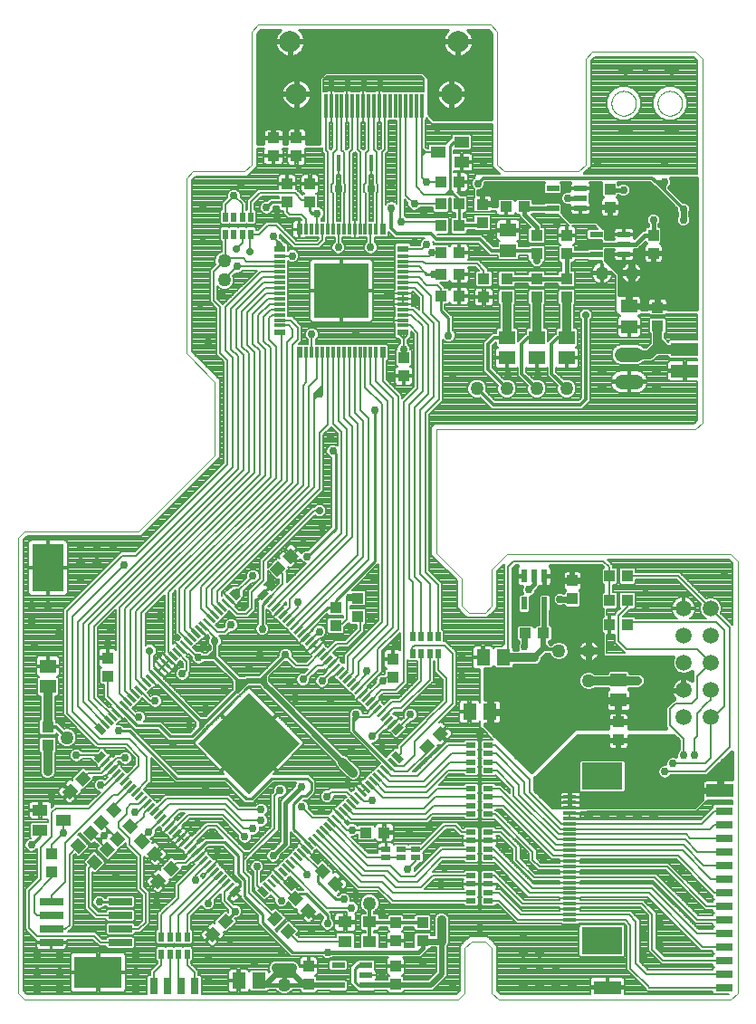
<source format=gtl>
G75*
%MOIN*%
%OFA0B0*%
%FSLAX25Y25*%
%IPPOS*%
%LPD*%
%AMOC8*
5,1,8,0,0,1.08239X$1,22.5*
%
%ADD10C,0.00000*%
%ADD11R,0.10000X0.05000*%
%ADD12R,0.05906X0.05118*%
%ADD13R,0.05118X0.05906*%
%ADD14R,0.04331X0.03937*%
%ADD15R,0.03937X0.04331*%
%ADD16R,0.00037X0.00037*%
%ADD17R,0.03543X0.01969*%
%ADD18R,0.11811X0.17717*%
%ADD19R,0.17717X0.11811*%
%ADD20R,0.03937X0.02362*%
%ADD21R,0.03937X0.01181*%
%ADD22R,0.02362X0.03937*%
%ADD23R,0.01181X0.03937*%
%ADD24R,0.26378X0.26378*%
%ADD25R,0.20472X0.20472*%
%ADD26R,0.08500X0.02500*%
%ADD27R,0.05118X0.04331*%
%ADD28R,0.04724X0.02165*%
%ADD29R,0.02165X0.04724*%
%ADD30R,0.05118X0.01181*%
%ADD31R,0.14961X0.09843*%
%ADD32C,0.07874*%
%ADD33R,0.01181X0.08661*%
%ADD34C,0.05906*%
%ADD35R,0.06299X0.03150*%
%ADD36R,0.01969X0.03543*%
%ADD37R,0.01575X0.06102*%
%ADD38R,0.00787X0.02657*%
%ADD39R,0.03150X0.06299*%
%ADD40C,0.05400*%
%ADD41C,0.05000*%
%ADD42R,0.03500X0.02000*%
%ADD43R,0.05512X0.03937*%
%ADD44C,0.02975*%
%ADD45C,0.00800*%
%ADD46C,0.02000*%
%ADD47C,0.01600*%
%ADD48C,0.03369*%
%ADD49C,0.02400*%
%ADD50C,0.03200*%
%ADD51C,0.01000*%
%ADD52C,0.01200*%
%ADD53C,0.02778*%
%ADD54C,0.09449*%
%ADD55C,0.04724*%
%ADD56C,0.00787*%
%ADD57C,0.01150*%
D10*
X0005833Y0030833D02*
X0003333Y0033333D01*
X0003333Y0200833D01*
X0005833Y0203333D01*
X0047833Y0203333D01*
X0075833Y0231333D01*
X0075833Y0258333D01*
X0065333Y0268833D01*
X0065333Y0333333D01*
X0067833Y0335833D01*
X0086833Y0335833D01*
X0089333Y0338333D01*
X0089333Y0387333D01*
X0091833Y0389833D01*
X0177333Y0389833D01*
X0179833Y0387333D01*
X0179833Y0338333D01*
X0182333Y0335833D01*
X0209833Y0335833D01*
X0212333Y0338333D01*
X0212333Y0377333D01*
X0214833Y0379833D01*
X0252833Y0379833D01*
X0255333Y0377333D01*
X0255333Y0243333D01*
X0252833Y0240833D01*
X0157333Y0240833D01*
X0157333Y0195333D01*
X0166833Y0185833D01*
X0166833Y0175833D01*
X0169333Y0173333D01*
X0175333Y0173333D01*
X0177833Y0175833D01*
X0177833Y0189333D01*
X0183333Y0194833D01*
X0265833Y0194833D01*
X0268333Y0192333D01*
X0268333Y0033333D01*
X0265833Y0030833D01*
X0180333Y0030833D01*
X0177833Y0033333D01*
X0177833Y0049833D01*
X0175333Y0052333D01*
X0170333Y0052333D01*
X0167833Y0049833D01*
X0167833Y0033333D01*
X0165333Y0030833D01*
X0005833Y0030833D01*
X0221805Y0360833D02*
X0221807Y0360967D01*
X0221813Y0361101D01*
X0221823Y0361235D01*
X0221837Y0361369D01*
X0221855Y0361502D01*
X0221876Y0361634D01*
X0221902Y0361766D01*
X0221932Y0361897D01*
X0221965Y0362027D01*
X0222002Y0362155D01*
X0222044Y0362283D01*
X0222088Y0362410D01*
X0222137Y0362535D01*
X0222189Y0362658D01*
X0222245Y0362780D01*
X0222305Y0362901D01*
X0222368Y0363019D01*
X0222434Y0363136D01*
X0222504Y0363250D01*
X0222577Y0363363D01*
X0222654Y0363473D01*
X0222734Y0363581D01*
X0222817Y0363686D01*
X0222903Y0363789D01*
X0222992Y0363889D01*
X0223084Y0363987D01*
X0223179Y0364082D01*
X0223277Y0364174D01*
X0223377Y0364263D01*
X0223480Y0364349D01*
X0223585Y0364432D01*
X0223693Y0364512D01*
X0223803Y0364589D01*
X0223916Y0364662D01*
X0224030Y0364732D01*
X0224147Y0364798D01*
X0224265Y0364861D01*
X0224386Y0364921D01*
X0224508Y0364977D01*
X0224631Y0365029D01*
X0224756Y0365078D01*
X0224883Y0365122D01*
X0225011Y0365164D01*
X0225139Y0365201D01*
X0225269Y0365234D01*
X0225400Y0365264D01*
X0225532Y0365290D01*
X0225664Y0365311D01*
X0225797Y0365329D01*
X0225931Y0365343D01*
X0226065Y0365353D01*
X0226199Y0365359D01*
X0226333Y0365361D01*
X0226467Y0365359D01*
X0226601Y0365353D01*
X0226735Y0365343D01*
X0226869Y0365329D01*
X0227002Y0365311D01*
X0227134Y0365290D01*
X0227266Y0365264D01*
X0227397Y0365234D01*
X0227527Y0365201D01*
X0227655Y0365164D01*
X0227783Y0365122D01*
X0227910Y0365078D01*
X0228035Y0365029D01*
X0228158Y0364977D01*
X0228280Y0364921D01*
X0228401Y0364861D01*
X0228519Y0364798D01*
X0228636Y0364732D01*
X0228750Y0364662D01*
X0228863Y0364589D01*
X0228973Y0364512D01*
X0229081Y0364432D01*
X0229186Y0364349D01*
X0229289Y0364263D01*
X0229389Y0364174D01*
X0229487Y0364082D01*
X0229582Y0363987D01*
X0229674Y0363889D01*
X0229763Y0363789D01*
X0229849Y0363686D01*
X0229932Y0363581D01*
X0230012Y0363473D01*
X0230089Y0363363D01*
X0230162Y0363250D01*
X0230232Y0363136D01*
X0230298Y0363019D01*
X0230361Y0362901D01*
X0230421Y0362780D01*
X0230477Y0362658D01*
X0230529Y0362535D01*
X0230578Y0362410D01*
X0230622Y0362283D01*
X0230664Y0362155D01*
X0230701Y0362027D01*
X0230734Y0361897D01*
X0230764Y0361766D01*
X0230790Y0361634D01*
X0230811Y0361502D01*
X0230829Y0361369D01*
X0230843Y0361235D01*
X0230853Y0361101D01*
X0230859Y0360967D01*
X0230861Y0360833D01*
X0230859Y0360699D01*
X0230853Y0360565D01*
X0230843Y0360431D01*
X0230829Y0360297D01*
X0230811Y0360164D01*
X0230790Y0360032D01*
X0230764Y0359900D01*
X0230734Y0359769D01*
X0230701Y0359639D01*
X0230664Y0359511D01*
X0230622Y0359383D01*
X0230578Y0359256D01*
X0230529Y0359131D01*
X0230477Y0359008D01*
X0230421Y0358886D01*
X0230361Y0358765D01*
X0230298Y0358647D01*
X0230232Y0358530D01*
X0230162Y0358416D01*
X0230089Y0358303D01*
X0230012Y0358193D01*
X0229932Y0358085D01*
X0229849Y0357980D01*
X0229763Y0357877D01*
X0229674Y0357777D01*
X0229582Y0357679D01*
X0229487Y0357584D01*
X0229389Y0357492D01*
X0229289Y0357403D01*
X0229186Y0357317D01*
X0229081Y0357234D01*
X0228973Y0357154D01*
X0228863Y0357077D01*
X0228750Y0357004D01*
X0228636Y0356934D01*
X0228519Y0356868D01*
X0228401Y0356805D01*
X0228280Y0356745D01*
X0228158Y0356689D01*
X0228035Y0356637D01*
X0227910Y0356588D01*
X0227783Y0356544D01*
X0227655Y0356502D01*
X0227527Y0356465D01*
X0227397Y0356432D01*
X0227266Y0356402D01*
X0227134Y0356376D01*
X0227002Y0356355D01*
X0226869Y0356337D01*
X0226735Y0356323D01*
X0226601Y0356313D01*
X0226467Y0356307D01*
X0226333Y0356305D01*
X0226199Y0356307D01*
X0226065Y0356313D01*
X0225931Y0356323D01*
X0225797Y0356337D01*
X0225664Y0356355D01*
X0225532Y0356376D01*
X0225400Y0356402D01*
X0225269Y0356432D01*
X0225139Y0356465D01*
X0225011Y0356502D01*
X0224883Y0356544D01*
X0224756Y0356588D01*
X0224631Y0356637D01*
X0224508Y0356689D01*
X0224386Y0356745D01*
X0224265Y0356805D01*
X0224147Y0356868D01*
X0224030Y0356934D01*
X0223916Y0357004D01*
X0223803Y0357077D01*
X0223693Y0357154D01*
X0223585Y0357234D01*
X0223480Y0357317D01*
X0223377Y0357403D01*
X0223277Y0357492D01*
X0223179Y0357584D01*
X0223084Y0357679D01*
X0222992Y0357777D01*
X0222903Y0357877D01*
X0222817Y0357980D01*
X0222734Y0358085D01*
X0222654Y0358193D01*
X0222577Y0358303D01*
X0222504Y0358416D01*
X0222434Y0358530D01*
X0222368Y0358647D01*
X0222305Y0358765D01*
X0222245Y0358886D01*
X0222189Y0359008D01*
X0222137Y0359131D01*
X0222088Y0359256D01*
X0222044Y0359383D01*
X0222002Y0359511D01*
X0221965Y0359639D01*
X0221932Y0359769D01*
X0221902Y0359900D01*
X0221876Y0360032D01*
X0221855Y0360164D01*
X0221837Y0360297D01*
X0221823Y0360431D01*
X0221813Y0360565D01*
X0221807Y0360699D01*
X0221805Y0360833D01*
X0238805Y0360833D02*
X0238807Y0360967D01*
X0238813Y0361101D01*
X0238823Y0361235D01*
X0238837Y0361369D01*
X0238855Y0361502D01*
X0238876Y0361634D01*
X0238902Y0361766D01*
X0238932Y0361897D01*
X0238965Y0362027D01*
X0239002Y0362155D01*
X0239044Y0362283D01*
X0239088Y0362410D01*
X0239137Y0362535D01*
X0239189Y0362658D01*
X0239245Y0362780D01*
X0239305Y0362901D01*
X0239368Y0363019D01*
X0239434Y0363136D01*
X0239504Y0363250D01*
X0239577Y0363363D01*
X0239654Y0363473D01*
X0239734Y0363581D01*
X0239817Y0363686D01*
X0239903Y0363789D01*
X0239992Y0363889D01*
X0240084Y0363987D01*
X0240179Y0364082D01*
X0240277Y0364174D01*
X0240377Y0364263D01*
X0240480Y0364349D01*
X0240585Y0364432D01*
X0240693Y0364512D01*
X0240803Y0364589D01*
X0240916Y0364662D01*
X0241030Y0364732D01*
X0241147Y0364798D01*
X0241265Y0364861D01*
X0241386Y0364921D01*
X0241508Y0364977D01*
X0241631Y0365029D01*
X0241756Y0365078D01*
X0241883Y0365122D01*
X0242011Y0365164D01*
X0242139Y0365201D01*
X0242269Y0365234D01*
X0242400Y0365264D01*
X0242532Y0365290D01*
X0242664Y0365311D01*
X0242797Y0365329D01*
X0242931Y0365343D01*
X0243065Y0365353D01*
X0243199Y0365359D01*
X0243333Y0365361D01*
X0243467Y0365359D01*
X0243601Y0365353D01*
X0243735Y0365343D01*
X0243869Y0365329D01*
X0244002Y0365311D01*
X0244134Y0365290D01*
X0244266Y0365264D01*
X0244397Y0365234D01*
X0244527Y0365201D01*
X0244655Y0365164D01*
X0244783Y0365122D01*
X0244910Y0365078D01*
X0245035Y0365029D01*
X0245158Y0364977D01*
X0245280Y0364921D01*
X0245401Y0364861D01*
X0245519Y0364798D01*
X0245636Y0364732D01*
X0245750Y0364662D01*
X0245863Y0364589D01*
X0245973Y0364512D01*
X0246081Y0364432D01*
X0246186Y0364349D01*
X0246289Y0364263D01*
X0246389Y0364174D01*
X0246487Y0364082D01*
X0246582Y0363987D01*
X0246674Y0363889D01*
X0246763Y0363789D01*
X0246849Y0363686D01*
X0246932Y0363581D01*
X0247012Y0363473D01*
X0247089Y0363363D01*
X0247162Y0363250D01*
X0247232Y0363136D01*
X0247298Y0363019D01*
X0247361Y0362901D01*
X0247421Y0362780D01*
X0247477Y0362658D01*
X0247529Y0362535D01*
X0247578Y0362410D01*
X0247622Y0362283D01*
X0247664Y0362155D01*
X0247701Y0362027D01*
X0247734Y0361897D01*
X0247764Y0361766D01*
X0247790Y0361634D01*
X0247811Y0361502D01*
X0247829Y0361369D01*
X0247843Y0361235D01*
X0247853Y0361101D01*
X0247859Y0360967D01*
X0247861Y0360833D01*
X0247859Y0360699D01*
X0247853Y0360565D01*
X0247843Y0360431D01*
X0247829Y0360297D01*
X0247811Y0360164D01*
X0247790Y0360032D01*
X0247764Y0359900D01*
X0247734Y0359769D01*
X0247701Y0359639D01*
X0247664Y0359511D01*
X0247622Y0359383D01*
X0247578Y0359256D01*
X0247529Y0359131D01*
X0247477Y0359008D01*
X0247421Y0358886D01*
X0247361Y0358765D01*
X0247298Y0358647D01*
X0247232Y0358530D01*
X0247162Y0358416D01*
X0247089Y0358303D01*
X0247012Y0358193D01*
X0246932Y0358085D01*
X0246849Y0357980D01*
X0246763Y0357877D01*
X0246674Y0357777D01*
X0246582Y0357679D01*
X0246487Y0357584D01*
X0246389Y0357492D01*
X0246289Y0357403D01*
X0246186Y0357317D01*
X0246081Y0357234D01*
X0245973Y0357154D01*
X0245863Y0357077D01*
X0245750Y0357004D01*
X0245636Y0356934D01*
X0245519Y0356868D01*
X0245401Y0356805D01*
X0245280Y0356745D01*
X0245158Y0356689D01*
X0245035Y0356637D01*
X0244910Y0356588D01*
X0244783Y0356544D01*
X0244655Y0356502D01*
X0244527Y0356465D01*
X0244397Y0356432D01*
X0244266Y0356402D01*
X0244134Y0356376D01*
X0244002Y0356355D01*
X0243869Y0356337D01*
X0243735Y0356323D01*
X0243601Y0356313D01*
X0243467Y0356307D01*
X0243333Y0356305D01*
X0243199Y0356307D01*
X0243065Y0356313D01*
X0242931Y0356323D01*
X0242797Y0356337D01*
X0242664Y0356355D01*
X0242532Y0356376D01*
X0242400Y0356402D01*
X0242269Y0356432D01*
X0242139Y0356465D01*
X0242011Y0356502D01*
X0241883Y0356544D01*
X0241756Y0356588D01*
X0241631Y0356637D01*
X0241508Y0356689D01*
X0241386Y0356745D01*
X0241265Y0356805D01*
X0241147Y0356868D01*
X0241030Y0356934D01*
X0240916Y0357004D01*
X0240803Y0357077D01*
X0240693Y0357154D01*
X0240585Y0357234D01*
X0240480Y0357317D01*
X0240377Y0357403D01*
X0240277Y0357492D01*
X0240179Y0357584D01*
X0240084Y0357679D01*
X0239992Y0357777D01*
X0239903Y0357877D01*
X0239817Y0357980D01*
X0239734Y0358085D01*
X0239654Y0358193D01*
X0239577Y0358303D01*
X0239504Y0358416D01*
X0239434Y0358530D01*
X0239368Y0358647D01*
X0239305Y0358765D01*
X0239245Y0358886D01*
X0239189Y0359008D01*
X0239137Y0359131D01*
X0239088Y0359256D01*
X0239044Y0359383D01*
X0239002Y0359511D01*
X0238965Y0359639D01*
X0238932Y0359769D01*
X0238902Y0359900D01*
X0238876Y0360032D01*
X0238855Y0360164D01*
X0238837Y0360297D01*
X0238823Y0360431D01*
X0238813Y0360565D01*
X0238807Y0360699D01*
X0238805Y0360833D01*
D11*
X0248833Y0270333D03*
X0248833Y0262333D03*
X0261833Y0107833D03*
X0220333Y0035333D03*
D12*
X0224333Y0141093D03*
X0224333Y0148573D03*
X0205333Y0267093D03*
X0205333Y0274573D03*
X0194333Y0274573D03*
X0194333Y0267093D03*
X0183333Y0267093D03*
X0183333Y0274573D03*
X0183833Y0306593D03*
X0183833Y0314073D03*
X0228333Y0286073D03*
X0228333Y0278593D03*
X0014333Y0153573D03*
X0014333Y0146093D03*
D13*
X0084593Y0037833D03*
X0092073Y0037833D03*
X0169593Y0136833D03*
X0177073Y0136833D03*
X0174593Y0156833D03*
X0182073Y0156833D03*
D14*
X0189987Y0165833D03*
X0196680Y0165833D03*
X0224333Y0133180D03*
X0224333Y0126487D03*
G36*
X0161622Y0128839D02*
X0158561Y0125778D01*
X0155778Y0128561D01*
X0158839Y0131622D01*
X0161622Y0128839D01*
G37*
G36*
X0156889Y0124106D02*
X0153828Y0121045D01*
X0151045Y0123828D01*
X0154106Y0126889D01*
X0156889Y0124106D01*
G37*
X0138180Y0092333D03*
X0131487Y0092333D03*
G36*
X0115606Y0075278D02*
X0112545Y0078339D01*
X0115328Y0081122D01*
X0118389Y0078061D01*
X0115606Y0075278D01*
G37*
G36*
X0120339Y0070545D02*
X0117278Y0073606D01*
X0120061Y0076389D01*
X0123122Y0073328D01*
X0120339Y0070545D01*
G37*
G36*
X0110339Y0060545D02*
X0107278Y0063606D01*
X0110061Y0066389D01*
X0113122Y0063328D01*
X0110339Y0060545D01*
G37*
G36*
X0105606Y0065278D02*
X0102545Y0068339D01*
X0105328Y0071122D01*
X0108389Y0068061D01*
X0105606Y0065278D01*
G37*
G36*
X0076778Y0059475D02*
X0079839Y0062536D01*
X0082622Y0059753D01*
X0079561Y0056692D01*
X0076778Y0059475D01*
G37*
G36*
X0072045Y0054742D02*
X0075106Y0057803D01*
X0077889Y0055020D01*
X0074828Y0051959D01*
X0072045Y0054742D01*
G37*
G36*
X0052045Y0074328D02*
X0055106Y0077389D01*
X0057889Y0074606D01*
X0054828Y0071545D01*
X0052045Y0074328D01*
G37*
G36*
X0056778Y0079061D02*
X0059839Y0082122D01*
X0062622Y0079339D01*
X0059561Y0076278D01*
X0056778Y0079061D01*
G37*
G36*
X0053839Y0081545D02*
X0050778Y0084606D01*
X0053561Y0087389D01*
X0056622Y0084328D01*
X0053839Y0081545D01*
G37*
G36*
X0049106Y0086278D02*
X0046045Y0089339D01*
X0048828Y0092122D01*
X0051889Y0089061D01*
X0049106Y0086278D01*
G37*
G36*
X0024278Y0112061D02*
X0027339Y0115122D01*
X0030122Y0112339D01*
X0027061Y0109278D01*
X0024278Y0112061D01*
G37*
G36*
X0019545Y0107328D02*
X0022606Y0110389D01*
X0025389Y0107606D01*
X0022328Y0104545D01*
X0019545Y0107328D01*
G37*
X0014333Y0124487D03*
X0014333Y0131180D03*
X0015833Y0084680D03*
X0015833Y0077987D03*
G36*
X0101889Y0189606D02*
X0098828Y0186545D01*
X0096045Y0189328D01*
X0099106Y0192389D01*
X0101889Y0189606D01*
G37*
G36*
X0106622Y0194339D02*
X0103561Y0191278D01*
X0100778Y0194061D01*
X0103839Y0197122D01*
X0106622Y0194339D01*
G37*
X0120333Y0175180D03*
X0120333Y0168487D03*
X0128333Y0171987D03*
X0128333Y0178680D03*
X0158987Y0289833D03*
X0165680Y0289833D03*
X0165680Y0297833D03*
X0158987Y0297833D03*
X0158987Y0305833D03*
X0165680Y0305833D03*
X0174833Y0296180D03*
X0174833Y0289487D03*
X0183333Y0289487D03*
X0183333Y0296180D03*
X0194333Y0296180D03*
X0194333Y0289487D03*
X0205333Y0289487D03*
X0205333Y0296180D03*
X0194333Y0305487D03*
X0194333Y0312180D03*
X0189680Y0322833D03*
X0182987Y0322833D03*
X0174333Y0323680D03*
X0174333Y0316987D03*
X0238833Y0285680D03*
X0238833Y0278987D03*
X0097333Y0341487D03*
X0097333Y0348180D03*
X0152333Y0059180D03*
X0152333Y0052487D03*
D15*
X0142333Y0052487D03*
X0142333Y0059180D03*
X0142333Y0043180D03*
X0142333Y0036487D03*
X0110333Y0036487D03*
X0110333Y0043180D03*
G36*
X0102561Y0053045D02*
X0099778Y0055828D01*
X0102839Y0058889D01*
X0105622Y0056106D01*
X0102561Y0053045D01*
G37*
G36*
X0097828Y0057778D02*
X0095045Y0060561D01*
X0098106Y0063622D01*
X0100889Y0060839D01*
X0097828Y0057778D01*
G37*
G36*
X0047622Y0094561D02*
X0044839Y0091778D01*
X0041778Y0094839D01*
X0044561Y0097622D01*
X0047622Y0094561D01*
G37*
G36*
X0042889Y0089828D02*
X0040106Y0087045D01*
X0037045Y0090106D01*
X0039828Y0092889D01*
X0042889Y0089828D01*
G37*
G36*
X0039122Y0086061D02*
X0036339Y0083278D01*
X0033278Y0086339D01*
X0036061Y0089122D01*
X0039122Y0086061D01*
G37*
G36*
X0034389Y0081328D02*
X0031606Y0078545D01*
X0028545Y0081606D01*
X0031328Y0084389D01*
X0034389Y0081328D01*
G37*
G36*
X0022545Y0087606D02*
X0025328Y0090389D01*
X0028389Y0087328D01*
X0025606Y0084545D01*
X0022545Y0087606D01*
G37*
G36*
X0027278Y0092339D02*
X0030061Y0095122D01*
X0033122Y0092061D01*
X0030339Y0089278D01*
X0027278Y0092339D01*
G37*
G36*
X0036889Y0095828D02*
X0034106Y0093045D01*
X0031045Y0096106D01*
X0033828Y0098889D01*
X0036889Y0095828D01*
G37*
G36*
X0041622Y0100561D02*
X0038839Y0097778D01*
X0035778Y0100839D01*
X0038561Y0103622D01*
X0041622Y0100561D01*
G37*
X0036333Y0149987D03*
X0036333Y0156680D03*
X0141333Y0156180D03*
X0141333Y0149487D03*
X0207333Y0178487D03*
X0207333Y0185180D03*
X0220987Y0186833D03*
X0227680Y0186833D03*
X0227680Y0177833D03*
X0220987Y0177833D03*
X0220987Y0168833D03*
X0227680Y0168833D03*
X0145333Y0260487D03*
X0145333Y0267180D03*
X0158987Y0315833D03*
X0165680Y0315833D03*
X0165680Y0323833D03*
X0158987Y0323833D03*
X0158987Y0331833D03*
X0165680Y0331833D03*
X0205333Y0312180D03*
X0205333Y0305487D03*
X0221333Y0322487D03*
X0221333Y0329180D03*
X0237333Y0312180D03*
X0237333Y0305487D03*
X0110833Y0324487D03*
X0110833Y0331180D03*
X0102333Y0331180D03*
X0102333Y0324487D03*
X0105833Y0341487D03*
X0105833Y0348180D03*
D16*
X0226370Y0350997D03*
X0243370Y0350997D03*
X0244044Y0372652D03*
X0227044Y0372652D03*
D17*
X0176483Y0124558D03*
X0176483Y0121408D03*
X0176483Y0118259D03*
X0176483Y0115109D03*
X0176483Y0108558D03*
X0176483Y0105408D03*
X0176483Y0102259D03*
X0176483Y0099109D03*
X0176483Y0092558D03*
X0176483Y0089408D03*
X0176483Y0086259D03*
X0176483Y0083109D03*
X0176483Y0076558D03*
X0176483Y0073408D03*
X0176483Y0070259D03*
X0176483Y0067109D03*
X0170184Y0067109D03*
X0170184Y0070259D03*
X0170184Y0073408D03*
X0170184Y0076558D03*
X0170184Y0083109D03*
X0170184Y0086259D03*
X0170184Y0089408D03*
X0170184Y0092558D03*
X0170184Y0099109D03*
X0170184Y0102259D03*
X0170184Y0105408D03*
X0170184Y0108558D03*
X0170184Y0115109D03*
X0170184Y0118259D03*
X0170184Y0121408D03*
X0170184Y0124558D03*
D18*
X0014333Y0189833D03*
D19*
X0032833Y0040833D03*
D20*
G36*
X0085409Y0071186D02*
X0082627Y0068404D01*
X0080957Y0070074D01*
X0083739Y0072856D01*
X0085409Y0071186D01*
G37*
G36*
X0035856Y0120739D02*
X0033074Y0117957D01*
X0031404Y0119627D01*
X0034186Y0122409D01*
X0035856Y0120739D01*
G37*
G36*
X0095710Y0180593D02*
X0092928Y0177811D01*
X0091258Y0179481D01*
X0094040Y0182263D01*
X0095710Y0180593D01*
G37*
G36*
X0145263Y0131040D02*
X0142481Y0128258D01*
X0140811Y0129928D01*
X0143593Y0132710D01*
X0145263Y0131040D01*
G37*
X0144971Y0276479D03*
X0144971Y0307188D03*
X0099696Y0307188D03*
X0099696Y0276479D03*
D21*
X0099696Y0279038D03*
X0099696Y0281007D03*
X0099696Y0282975D03*
X0099696Y0284944D03*
X0099696Y0286912D03*
X0099696Y0288881D03*
X0099696Y0290849D03*
X0099696Y0292818D03*
X0099696Y0294786D03*
X0099696Y0296755D03*
X0099696Y0298723D03*
X0099696Y0300692D03*
X0099696Y0302660D03*
X0099696Y0304629D03*
X0144971Y0304629D03*
X0144971Y0302660D03*
X0144971Y0300692D03*
X0144971Y0298723D03*
X0144971Y0296755D03*
X0144971Y0294786D03*
X0144971Y0292818D03*
X0144971Y0290849D03*
X0144971Y0288881D03*
X0144971Y0286912D03*
X0144971Y0284944D03*
X0144971Y0282975D03*
X0144971Y0281007D03*
X0144971Y0279038D03*
G36*
X0097101Y0179201D02*
X0094319Y0176419D01*
X0093485Y0177253D01*
X0096267Y0180035D01*
X0097101Y0179201D01*
G37*
G36*
X0098493Y0177809D02*
X0095711Y0175027D01*
X0094877Y0175861D01*
X0097659Y0178643D01*
X0098493Y0177809D01*
G37*
G36*
X0099885Y0176417D02*
X0097103Y0173635D01*
X0096269Y0174469D01*
X0099051Y0177251D01*
X0099885Y0176417D01*
G37*
G36*
X0101277Y0175025D02*
X0098495Y0172243D01*
X0097661Y0173077D01*
X0100443Y0175859D01*
X0101277Y0175025D01*
G37*
G36*
X0102669Y0173633D02*
X0099887Y0170851D01*
X0099053Y0171685D01*
X0101835Y0174467D01*
X0102669Y0173633D01*
G37*
G36*
X0104061Y0172241D02*
X0101279Y0169459D01*
X0100445Y0170293D01*
X0103227Y0173075D01*
X0104061Y0172241D01*
G37*
G36*
X0105453Y0170849D02*
X0102671Y0168067D01*
X0101837Y0168901D01*
X0104619Y0171683D01*
X0105453Y0170849D01*
G37*
G36*
X0106845Y0169458D02*
X0104063Y0166676D01*
X0103229Y0167510D01*
X0106011Y0170292D01*
X0106845Y0169458D01*
G37*
G36*
X0108237Y0168066D02*
X0105455Y0165284D01*
X0104621Y0166118D01*
X0107403Y0168900D01*
X0108237Y0168066D01*
G37*
G36*
X0109629Y0166674D02*
X0106847Y0163892D01*
X0106013Y0164726D01*
X0108795Y0167508D01*
X0109629Y0166674D01*
G37*
G36*
X0111020Y0165282D02*
X0108238Y0162500D01*
X0107404Y0163334D01*
X0110186Y0166116D01*
X0111020Y0165282D01*
G37*
G36*
X0112412Y0163890D02*
X0109630Y0161108D01*
X0108796Y0161942D01*
X0111578Y0164724D01*
X0112412Y0163890D01*
G37*
G36*
X0113804Y0162498D02*
X0111022Y0159716D01*
X0110188Y0160550D01*
X0112970Y0163332D01*
X0113804Y0162498D01*
G37*
G36*
X0115196Y0161106D02*
X0112414Y0158324D01*
X0111580Y0159158D01*
X0114362Y0161940D01*
X0115196Y0161106D01*
G37*
G36*
X0116588Y0159714D02*
X0113806Y0156932D01*
X0112972Y0157766D01*
X0115754Y0160548D01*
X0116588Y0159714D01*
G37*
G36*
X0117980Y0158322D02*
X0115198Y0155540D01*
X0114364Y0156374D01*
X0117146Y0159156D01*
X0117980Y0158322D01*
G37*
G36*
X0119372Y0156930D02*
X0116590Y0154148D01*
X0115756Y0154982D01*
X0118538Y0157764D01*
X0119372Y0156930D01*
G37*
G36*
X0120764Y0155538D02*
X0117982Y0152756D01*
X0117148Y0153590D01*
X0119930Y0156372D01*
X0120764Y0155538D01*
G37*
G36*
X0122156Y0154146D02*
X0119374Y0151364D01*
X0118540Y0152198D01*
X0121322Y0154980D01*
X0122156Y0154146D01*
G37*
G36*
X0123548Y0152754D02*
X0120766Y0149972D01*
X0119932Y0150806D01*
X0122714Y0153588D01*
X0123548Y0152754D01*
G37*
G36*
X0124940Y0151362D02*
X0122158Y0148580D01*
X0121324Y0149414D01*
X0124106Y0152196D01*
X0124940Y0151362D01*
G37*
G36*
X0126332Y0149970D02*
X0123550Y0147188D01*
X0122716Y0148022D01*
X0125498Y0150804D01*
X0126332Y0149970D01*
G37*
G36*
X0127724Y0148578D02*
X0124942Y0145796D01*
X0124108Y0146630D01*
X0126890Y0149412D01*
X0127724Y0148578D01*
G37*
G36*
X0129116Y0147186D02*
X0126334Y0144404D01*
X0125500Y0145238D01*
X0128282Y0148020D01*
X0129116Y0147186D01*
G37*
G36*
X0130508Y0145795D02*
X0127726Y0143013D01*
X0126892Y0143847D01*
X0129674Y0146629D01*
X0130508Y0145795D01*
G37*
G36*
X0131900Y0144403D02*
X0129118Y0141621D01*
X0128284Y0142455D01*
X0131066Y0145237D01*
X0131900Y0144403D01*
G37*
G36*
X0133292Y0143011D02*
X0130510Y0140229D01*
X0129676Y0141063D01*
X0132458Y0143845D01*
X0133292Y0143011D01*
G37*
G36*
X0134683Y0141619D02*
X0131901Y0138837D01*
X0131067Y0139671D01*
X0133849Y0142453D01*
X0134683Y0141619D01*
G37*
G36*
X0136075Y0140227D02*
X0133293Y0137445D01*
X0132459Y0138279D01*
X0135241Y0141061D01*
X0136075Y0140227D01*
G37*
G36*
X0137467Y0138835D02*
X0134685Y0136053D01*
X0133851Y0136887D01*
X0136633Y0139669D01*
X0137467Y0138835D01*
G37*
G36*
X0138859Y0137443D02*
X0136077Y0134661D01*
X0135243Y0135495D01*
X0138025Y0138277D01*
X0138859Y0137443D01*
G37*
G36*
X0140251Y0136051D02*
X0137469Y0133269D01*
X0136635Y0134103D01*
X0139417Y0136885D01*
X0140251Y0136051D01*
G37*
G36*
X0141643Y0134659D02*
X0138861Y0131877D01*
X0138027Y0132711D01*
X0140809Y0135493D01*
X0141643Y0134659D01*
G37*
G36*
X0143035Y0133267D02*
X0140253Y0130485D01*
X0139419Y0131319D01*
X0142201Y0134101D01*
X0143035Y0133267D01*
G37*
G36*
X0083182Y0073414D02*
X0080400Y0070632D01*
X0079566Y0071466D01*
X0082348Y0074248D01*
X0083182Y0073414D01*
G37*
G36*
X0081790Y0074805D02*
X0079008Y0072023D01*
X0078174Y0072857D01*
X0080956Y0075639D01*
X0081790Y0074805D01*
G37*
G36*
X0080398Y0076197D02*
X0077616Y0073415D01*
X0076782Y0074249D01*
X0079564Y0077031D01*
X0080398Y0076197D01*
G37*
G36*
X0079006Y0077589D02*
X0076224Y0074807D01*
X0075390Y0075641D01*
X0078172Y0078423D01*
X0079006Y0077589D01*
G37*
G36*
X0077614Y0078981D02*
X0074832Y0076199D01*
X0073998Y0077033D01*
X0076780Y0079815D01*
X0077614Y0078981D01*
G37*
G36*
X0076222Y0080373D02*
X0073440Y0077591D01*
X0072606Y0078425D01*
X0075388Y0081207D01*
X0076222Y0080373D01*
G37*
G36*
X0074830Y0081765D02*
X0072048Y0078983D01*
X0071214Y0079817D01*
X0073996Y0082599D01*
X0074830Y0081765D01*
G37*
G36*
X0073438Y0083157D02*
X0070656Y0080375D01*
X0069822Y0081209D01*
X0072604Y0083991D01*
X0073438Y0083157D01*
G37*
G36*
X0072046Y0084549D02*
X0069264Y0081767D01*
X0068430Y0082601D01*
X0071212Y0085383D01*
X0072046Y0084549D01*
G37*
G36*
X0070654Y0085941D02*
X0067872Y0083159D01*
X0067038Y0083993D01*
X0069820Y0086775D01*
X0070654Y0085941D01*
G37*
G36*
X0069262Y0087333D02*
X0066480Y0084551D01*
X0065646Y0085385D01*
X0068428Y0088167D01*
X0069262Y0087333D01*
G37*
G36*
X0067870Y0088725D02*
X0065088Y0085943D01*
X0064254Y0086777D01*
X0067036Y0089559D01*
X0067870Y0088725D01*
G37*
G36*
X0066478Y0090117D02*
X0063696Y0087335D01*
X0062862Y0088169D01*
X0065644Y0090951D01*
X0066478Y0090117D01*
G37*
G36*
X0065086Y0091509D02*
X0062304Y0088727D01*
X0061470Y0089561D01*
X0064252Y0092343D01*
X0065086Y0091509D01*
G37*
G36*
X0063694Y0092901D02*
X0060912Y0090119D01*
X0060078Y0090953D01*
X0062860Y0093735D01*
X0063694Y0092901D01*
G37*
G36*
X0062302Y0094293D02*
X0059520Y0091511D01*
X0058686Y0092345D01*
X0061468Y0095127D01*
X0062302Y0094293D01*
G37*
G36*
X0060911Y0095685D02*
X0058129Y0092903D01*
X0057295Y0093737D01*
X0060077Y0096519D01*
X0060911Y0095685D01*
G37*
G36*
X0059519Y0097077D02*
X0056737Y0094295D01*
X0055903Y0095129D01*
X0058685Y0097911D01*
X0059519Y0097077D01*
G37*
G36*
X0058127Y0098468D02*
X0055345Y0095686D01*
X0054511Y0096520D01*
X0057293Y0099302D01*
X0058127Y0098468D01*
G37*
G36*
X0056735Y0099860D02*
X0053953Y0097078D01*
X0053119Y0097912D01*
X0055901Y0100694D01*
X0056735Y0099860D01*
G37*
G36*
X0055343Y0101252D02*
X0052561Y0098470D01*
X0051727Y0099304D01*
X0054509Y0102086D01*
X0055343Y0101252D01*
G37*
G36*
X0053951Y0102644D02*
X0051169Y0099862D01*
X0050335Y0100696D01*
X0053117Y0103478D01*
X0053951Y0102644D01*
G37*
G36*
X0052559Y0104036D02*
X0049777Y0101254D01*
X0048943Y0102088D01*
X0051725Y0104870D01*
X0052559Y0104036D01*
G37*
G36*
X0051167Y0105428D02*
X0048385Y0102646D01*
X0047551Y0103480D01*
X0050333Y0106262D01*
X0051167Y0105428D01*
G37*
G36*
X0049775Y0106820D02*
X0046993Y0104038D01*
X0046159Y0104872D01*
X0048941Y0107654D01*
X0049775Y0106820D01*
G37*
G36*
X0048383Y0108212D02*
X0045601Y0105430D01*
X0044767Y0106264D01*
X0047549Y0109046D01*
X0048383Y0108212D01*
G37*
G36*
X0046991Y0109604D02*
X0044209Y0106822D01*
X0043375Y0107656D01*
X0046157Y0110438D01*
X0046991Y0109604D01*
G37*
G36*
X0045599Y0110996D02*
X0042817Y0108214D01*
X0041983Y0109048D01*
X0044765Y0111830D01*
X0045599Y0110996D01*
G37*
G36*
X0044207Y0112388D02*
X0041425Y0109606D01*
X0040591Y0110440D01*
X0043373Y0113222D01*
X0044207Y0112388D01*
G37*
G36*
X0042815Y0113780D02*
X0040033Y0110998D01*
X0039199Y0111832D01*
X0041981Y0114614D01*
X0042815Y0113780D01*
G37*
G36*
X0041423Y0115172D02*
X0038641Y0112390D01*
X0037807Y0113224D01*
X0040589Y0116006D01*
X0041423Y0115172D01*
G37*
G36*
X0040031Y0116564D02*
X0037249Y0113782D01*
X0036415Y0114616D01*
X0039197Y0117398D01*
X0040031Y0116564D01*
G37*
G36*
X0038639Y0117956D02*
X0035857Y0115174D01*
X0035023Y0116008D01*
X0037805Y0118790D01*
X0038639Y0117956D01*
G37*
G36*
X0037248Y0119348D02*
X0034466Y0116566D01*
X0033632Y0117400D01*
X0036414Y0120182D01*
X0037248Y0119348D01*
G37*
D22*
G36*
X0035856Y0129928D02*
X0034186Y0128258D01*
X0031404Y0131040D01*
X0033074Y0132710D01*
X0035856Y0129928D01*
G37*
G36*
X0085409Y0179481D02*
X0083739Y0177811D01*
X0080957Y0180593D01*
X0082627Y0182263D01*
X0085409Y0179481D01*
G37*
G36*
X0145263Y0119627D02*
X0143593Y0117957D01*
X0140811Y0120739D01*
X0142481Y0122409D01*
X0145263Y0119627D01*
G37*
G36*
X0095710Y0070074D02*
X0094040Y0068404D01*
X0091258Y0071186D01*
X0092928Y0072856D01*
X0095710Y0070074D01*
G37*
X0106979Y0269196D03*
X0137688Y0269196D03*
X0137688Y0314471D03*
X0106979Y0314471D03*
D23*
X0109538Y0314471D03*
X0111507Y0314471D03*
X0113475Y0314471D03*
X0115444Y0314471D03*
X0117412Y0314471D03*
X0119381Y0314471D03*
X0121349Y0314471D03*
X0123318Y0314471D03*
X0125286Y0314471D03*
X0127255Y0314471D03*
X0129223Y0314471D03*
X0131192Y0314471D03*
X0133160Y0314471D03*
X0135129Y0314471D03*
X0135129Y0269196D03*
X0133160Y0269196D03*
X0131192Y0269196D03*
X0129223Y0269196D03*
X0127255Y0269196D03*
X0125286Y0269196D03*
X0123318Y0269196D03*
X0121349Y0269196D03*
X0119381Y0269196D03*
X0117412Y0269196D03*
X0115444Y0269196D03*
X0113475Y0269196D03*
X0111507Y0269196D03*
X0109538Y0269196D03*
G36*
X0083182Y0177253D02*
X0082348Y0176419D01*
X0079566Y0179201D01*
X0080400Y0180035D01*
X0083182Y0177253D01*
G37*
G36*
X0081790Y0175861D02*
X0080956Y0175027D01*
X0078174Y0177809D01*
X0079008Y0178643D01*
X0081790Y0175861D01*
G37*
G36*
X0080398Y0174469D02*
X0079564Y0173635D01*
X0076782Y0176417D01*
X0077616Y0177251D01*
X0080398Y0174469D01*
G37*
G36*
X0079006Y0173077D02*
X0078172Y0172243D01*
X0075390Y0175025D01*
X0076224Y0175859D01*
X0079006Y0173077D01*
G37*
G36*
X0077614Y0171685D02*
X0076780Y0170851D01*
X0073998Y0173633D01*
X0074832Y0174467D01*
X0077614Y0171685D01*
G37*
G36*
X0076222Y0170293D02*
X0075388Y0169459D01*
X0072606Y0172241D01*
X0073440Y0173075D01*
X0076222Y0170293D01*
G37*
G36*
X0074830Y0168901D02*
X0073996Y0168067D01*
X0071214Y0170849D01*
X0072048Y0171683D01*
X0074830Y0168901D01*
G37*
G36*
X0073438Y0167510D02*
X0072604Y0166676D01*
X0069822Y0169458D01*
X0070656Y0170292D01*
X0073438Y0167510D01*
G37*
G36*
X0072046Y0166118D02*
X0071212Y0165284D01*
X0068430Y0168066D01*
X0069264Y0168900D01*
X0072046Y0166118D01*
G37*
G36*
X0070654Y0164726D02*
X0069820Y0163892D01*
X0067038Y0166674D01*
X0067872Y0167508D01*
X0070654Y0164726D01*
G37*
G36*
X0069262Y0163334D02*
X0068428Y0162500D01*
X0065646Y0165282D01*
X0066480Y0166116D01*
X0069262Y0163334D01*
G37*
G36*
X0067870Y0161942D02*
X0067036Y0161108D01*
X0064254Y0163890D01*
X0065088Y0164724D01*
X0067870Y0161942D01*
G37*
G36*
X0066478Y0160550D02*
X0065644Y0159716D01*
X0062862Y0162498D01*
X0063696Y0163332D01*
X0066478Y0160550D01*
G37*
G36*
X0065086Y0159158D02*
X0064252Y0158324D01*
X0061470Y0161106D01*
X0062304Y0161940D01*
X0065086Y0159158D01*
G37*
G36*
X0063694Y0157766D02*
X0062860Y0156932D01*
X0060078Y0159714D01*
X0060912Y0160548D01*
X0063694Y0157766D01*
G37*
G36*
X0062302Y0156374D02*
X0061468Y0155540D01*
X0058686Y0158322D01*
X0059520Y0159156D01*
X0062302Y0156374D01*
G37*
G36*
X0060911Y0154982D02*
X0060077Y0154148D01*
X0057295Y0156930D01*
X0058129Y0157764D01*
X0060911Y0154982D01*
G37*
G36*
X0059519Y0153590D02*
X0058685Y0152756D01*
X0055903Y0155538D01*
X0056737Y0156372D01*
X0059519Y0153590D01*
G37*
G36*
X0058127Y0152198D02*
X0057293Y0151364D01*
X0054511Y0154146D01*
X0055345Y0154980D01*
X0058127Y0152198D01*
G37*
G36*
X0056735Y0150806D02*
X0055901Y0149972D01*
X0053119Y0152754D01*
X0053953Y0153588D01*
X0056735Y0150806D01*
G37*
G36*
X0055343Y0149414D02*
X0054509Y0148580D01*
X0051727Y0151362D01*
X0052561Y0152196D01*
X0055343Y0149414D01*
G37*
G36*
X0053951Y0148022D02*
X0053117Y0147188D01*
X0050335Y0149970D01*
X0051169Y0150804D01*
X0053951Y0148022D01*
G37*
G36*
X0052559Y0146630D02*
X0051725Y0145796D01*
X0048943Y0148578D01*
X0049777Y0149412D01*
X0052559Y0146630D01*
G37*
G36*
X0051167Y0145238D02*
X0050333Y0144404D01*
X0047551Y0147186D01*
X0048385Y0148020D01*
X0051167Y0145238D01*
G37*
G36*
X0049775Y0143847D02*
X0048941Y0143013D01*
X0046159Y0145795D01*
X0046993Y0146629D01*
X0049775Y0143847D01*
G37*
G36*
X0048383Y0142455D02*
X0047549Y0141621D01*
X0044767Y0144403D01*
X0045601Y0145237D01*
X0048383Y0142455D01*
G37*
G36*
X0046991Y0141063D02*
X0046157Y0140229D01*
X0043375Y0143011D01*
X0044209Y0143845D01*
X0046991Y0141063D01*
G37*
G36*
X0045599Y0139671D02*
X0044765Y0138837D01*
X0041983Y0141619D01*
X0042817Y0142453D01*
X0045599Y0139671D01*
G37*
G36*
X0044207Y0138279D02*
X0043373Y0137445D01*
X0040591Y0140227D01*
X0041425Y0141061D01*
X0044207Y0138279D01*
G37*
G36*
X0042815Y0136887D02*
X0041981Y0136053D01*
X0039199Y0138835D01*
X0040033Y0139669D01*
X0042815Y0136887D01*
G37*
G36*
X0041423Y0135495D02*
X0040589Y0134661D01*
X0037807Y0137443D01*
X0038641Y0138277D01*
X0041423Y0135495D01*
G37*
G36*
X0040031Y0134103D02*
X0039197Y0133269D01*
X0036415Y0136051D01*
X0037249Y0136885D01*
X0040031Y0134103D01*
G37*
G36*
X0038639Y0132711D02*
X0037805Y0131877D01*
X0035023Y0134659D01*
X0035857Y0135493D01*
X0038639Y0132711D01*
G37*
G36*
X0037248Y0131319D02*
X0036414Y0130485D01*
X0033632Y0133267D01*
X0034466Y0134101D01*
X0037248Y0131319D01*
G37*
G36*
X0097101Y0071466D02*
X0096267Y0070632D01*
X0093485Y0073414D01*
X0094319Y0074248D01*
X0097101Y0071466D01*
G37*
G36*
X0098493Y0072857D02*
X0097659Y0072023D01*
X0094877Y0074805D01*
X0095711Y0075639D01*
X0098493Y0072857D01*
G37*
G36*
X0099885Y0074249D02*
X0099051Y0073415D01*
X0096269Y0076197D01*
X0097103Y0077031D01*
X0099885Y0074249D01*
G37*
G36*
X0101277Y0075641D02*
X0100443Y0074807D01*
X0097661Y0077589D01*
X0098495Y0078423D01*
X0101277Y0075641D01*
G37*
G36*
X0102669Y0077033D02*
X0101835Y0076199D01*
X0099053Y0078981D01*
X0099887Y0079815D01*
X0102669Y0077033D01*
G37*
G36*
X0104061Y0078425D02*
X0103227Y0077591D01*
X0100445Y0080373D01*
X0101279Y0081207D01*
X0104061Y0078425D01*
G37*
G36*
X0105453Y0079817D02*
X0104619Y0078983D01*
X0101837Y0081765D01*
X0102671Y0082599D01*
X0105453Y0079817D01*
G37*
G36*
X0106845Y0081209D02*
X0106011Y0080375D01*
X0103229Y0083157D01*
X0104063Y0083991D01*
X0106845Y0081209D01*
G37*
G36*
X0108237Y0082601D02*
X0107403Y0081767D01*
X0104621Y0084549D01*
X0105455Y0085383D01*
X0108237Y0082601D01*
G37*
G36*
X0109629Y0083993D02*
X0108795Y0083159D01*
X0106013Y0085941D01*
X0106847Y0086775D01*
X0109629Y0083993D01*
G37*
G36*
X0111020Y0085385D02*
X0110186Y0084551D01*
X0107404Y0087333D01*
X0108238Y0088167D01*
X0111020Y0085385D01*
G37*
G36*
X0112412Y0086777D02*
X0111578Y0085943D01*
X0108796Y0088725D01*
X0109630Y0089559D01*
X0112412Y0086777D01*
G37*
G36*
X0113804Y0088169D02*
X0112970Y0087335D01*
X0110188Y0090117D01*
X0111022Y0090951D01*
X0113804Y0088169D01*
G37*
G36*
X0115196Y0089561D02*
X0114362Y0088727D01*
X0111580Y0091509D01*
X0112414Y0092343D01*
X0115196Y0089561D01*
G37*
G36*
X0116588Y0090953D02*
X0115754Y0090119D01*
X0112972Y0092901D01*
X0113806Y0093735D01*
X0116588Y0090953D01*
G37*
G36*
X0117980Y0092345D02*
X0117146Y0091511D01*
X0114364Y0094293D01*
X0115198Y0095127D01*
X0117980Y0092345D01*
G37*
G36*
X0119372Y0093737D02*
X0118538Y0092903D01*
X0115756Y0095685D01*
X0116590Y0096519D01*
X0119372Y0093737D01*
G37*
G36*
X0120764Y0095129D02*
X0119930Y0094295D01*
X0117148Y0097077D01*
X0117982Y0097911D01*
X0120764Y0095129D01*
G37*
G36*
X0122156Y0096520D02*
X0121322Y0095686D01*
X0118540Y0098468D01*
X0119374Y0099302D01*
X0122156Y0096520D01*
G37*
G36*
X0123548Y0097912D02*
X0122714Y0097078D01*
X0119932Y0099860D01*
X0120766Y0100694D01*
X0123548Y0097912D01*
G37*
G36*
X0124940Y0099304D02*
X0124106Y0098470D01*
X0121324Y0101252D01*
X0122158Y0102086D01*
X0124940Y0099304D01*
G37*
G36*
X0126332Y0100696D02*
X0125498Y0099862D01*
X0122716Y0102644D01*
X0123550Y0103478D01*
X0126332Y0100696D01*
G37*
G36*
X0127724Y0102088D02*
X0126890Y0101254D01*
X0124108Y0104036D01*
X0124942Y0104870D01*
X0127724Y0102088D01*
G37*
G36*
X0129116Y0103480D02*
X0128282Y0102646D01*
X0125500Y0105428D01*
X0126334Y0106262D01*
X0129116Y0103480D01*
G37*
G36*
X0130508Y0104872D02*
X0129674Y0104038D01*
X0126892Y0106820D01*
X0127726Y0107654D01*
X0130508Y0104872D01*
G37*
G36*
X0131900Y0106264D02*
X0131066Y0105430D01*
X0128284Y0108212D01*
X0129118Y0109046D01*
X0131900Y0106264D01*
G37*
G36*
X0133292Y0107656D02*
X0132458Y0106822D01*
X0129676Y0109604D01*
X0130510Y0110438D01*
X0133292Y0107656D01*
G37*
G36*
X0134683Y0109048D02*
X0133849Y0108214D01*
X0131067Y0110996D01*
X0131901Y0111830D01*
X0134683Y0109048D01*
G37*
G36*
X0136075Y0110440D02*
X0135241Y0109606D01*
X0132459Y0112388D01*
X0133293Y0113222D01*
X0136075Y0110440D01*
G37*
G36*
X0137467Y0111832D02*
X0136633Y0110998D01*
X0133851Y0113780D01*
X0134685Y0114614D01*
X0137467Y0111832D01*
G37*
G36*
X0138859Y0113224D02*
X0138025Y0112390D01*
X0135243Y0115172D01*
X0136077Y0116006D01*
X0138859Y0113224D01*
G37*
G36*
X0140251Y0114616D02*
X0139417Y0113782D01*
X0136635Y0116564D01*
X0137469Y0117398D01*
X0140251Y0114616D01*
G37*
G36*
X0141643Y0116008D02*
X0140809Y0115174D01*
X0138027Y0117956D01*
X0138861Y0118790D01*
X0141643Y0116008D01*
G37*
G36*
X0143035Y0117400D02*
X0142201Y0116566D01*
X0139419Y0119348D01*
X0140253Y0120182D01*
X0143035Y0117400D01*
G37*
D24*
G36*
X0106985Y0125333D02*
X0088333Y0106681D01*
X0069681Y0125333D01*
X0088333Y0143985D01*
X0106985Y0125333D01*
G37*
D25*
X0122333Y0291833D03*
D26*
X0041033Y0066833D03*
X0041033Y0061833D03*
X0041033Y0056833D03*
X0041033Y0051833D03*
X0015633Y0051833D03*
X0015633Y0056833D03*
X0015633Y0061833D03*
X0015633Y0066833D03*
D27*
X0123806Y0059377D03*
X0123806Y0052290D03*
X0132861Y0052290D03*
X0132861Y0059377D03*
D28*
X0131452Y0043573D03*
X0131452Y0039833D03*
X0131452Y0036093D03*
X0121215Y0036093D03*
X0121215Y0043573D03*
X0216215Y0305093D03*
X0216215Y0312573D03*
X0210452Y0322093D03*
X0210452Y0325833D03*
X0210452Y0329573D03*
X0200215Y0329573D03*
X0200215Y0322093D03*
X0226452Y0312573D03*
X0226452Y0308833D03*
X0226452Y0305093D03*
D29*
X0197073Y0186952D03*
X0193333Y0186952D03*
X0189593Y0186952D03*
X0189593Y0176715D03*
X0197073Y0176715D03*
D30*
X0206538Y0105471D03*
X0206538Y0103503D03*
X0206538Y0101534D03*
X0206538Y0099566D03*
X0206538Y0097597D03*
X0206538Y0095629D03*
X0206538Y0093660D03*
X0206538Y0091692D03*
X0206538Y0089723D03*
X0206538Y0087755D03*
X0206538Y0085786D03*
X0206538Y0083818D03*
X0206538Y0081849D03*
X0206538Y0079881D03*
X0206538Y0077912D03*
X0206538Y0075944D03*
X0206538Y0073975D03*
X0206538Y0072007D03*
X0206538Y0070038D03*
X0206538Y0068070D03*
X0206538Y0066101D03*
X0206538Y0064133D03*
X0206538Y0062164D03*
X0206538Y0060196D03*
D31*
X0218349Y0052558D03*
X0218349Y0113109D03*
D32*
X0162877Y0364270D03*
X0165239Y0383562D03*
X0105790Y0364270D03*
X0103428Y0383562D03*
D33*
X0116617Y0359743D03*
X0118585Y0359743D03*
X0120554Y0359743D03*
X0122522Y0359743D03*
X0124491Y0359743D03*
X0126459Y0359743D03*
X0128428Y0359743D03*
X0130396Y0359743D03*
X0132365Y0359743D03*
X0134333Y0359743D03*
X0136302Y0359743D03*
X0138270Y0359743D03*
X0140239Y0359743D03*
X0142207Y0359743D03*
X0144176Y0359743D03*
X0146144Y0359743D03*
X0148113Y0359743D03*
X0150081Y0359743D03*
X0152050Y0359743D03*
D34*
X0248333Y0174833D03*
X0248333Y0164833D03*
X0248333Y0154833D03*
X0248333Y0144833D03*
X0248333Y0134833D03*
X0258333Y0134833D03*
X0258333Y0144833D03*
X0258333Y0154833D03*
X0258333Y0164833D03*
X0258333Y0174833D03*
D35*
X0263333Y0100333D03*
X0263333Y0095333D03*
X0263333Y0090333D03*
X0263333Y0085333D03*
X0263333Y0080333D03*
X0263333Y0075333D03*
X0263333Y0070333D03*
X0263333Y0065333D03*
X0263333Y0060333D03*
X0263333Y0055333D03*
X0263333Y0050333D03*
X0263333Y0045333D03*
X0263333Y0040333D03*
X0263333Y0035333D03*
D36*
X0158058Y0158184D03*
X0154908Y0158184D03*
X0151759Y0158184D03*
X0148609Y0158184D03*
X0148609Y0164483D03*
X0151759Y0164483D03*
X0154908Y0164483D03*
X0158058Y0164483D03*
X0065558Y0053983D03*
X0062408Y0053983D03*
X0059259Y0053983D03*
X0056109Y0053983D03*
X0056109Y0047684D03*
X0059259Y0047684D03*
X0062408Y0047684D03*
X0065558Y0047684D03*
X0079609Y0312684D03*
X0082759Y0312684D03*
X0085908Y0312684D03*
X0089058Y0312684D03*
X0089058Y0318983D03*
X0085908Y0318983D03*
X0082759Y0318983D03*
X0079609Y0318983D03*
D37*
X0121333Y0338833D03*
X0133333Y0338833D03*
D38*
X0131365Y0337111D03*
X0129396Y0337111D03*
X0129396Y0340556D03*
X0131365Y0340556D03*
X0135302Y0340556D03*
X0137270Y0340556D03*
X0137270Y0337111D03*
X0135302Y0337111D03*
X0125270Y0337111D03*
X0123302Y0337111D03*
X0123302Y0340556D03*
X0125270Y0340556D03*
X0119365Y0340556D03*
X0117396Y0340556D03*
X0117396Y0337111D03*
X0119365Y0337111D03*
D39*
X0068333Y0035833D03*
X0063333Y0035833D03*
X0058333Y0035833D03*
X0053333Y0035833D03*
D40*
X0225633Y0258333D02*
X0231033Y0258333D01*
X0231033Y0268333D02*
X0225633Y0268333D01*
D41*
X0205333Y0255833D03*
X0194333Y0255833D03*
X0183333Y0255833D03*
X0172333Y0255833D03*
X0218333Y0298333D03*
X0229333Y0298333D03*
X0213333Y0159333D03*
X0213333Y0148333D03*
X0202333Y0159333D03*
X0132833Y0066333D03*
X0101333Y0036333D03*
X0021333Y0127333D03*
X0079333Y0295833D03*
X0079333Y0302833D03*
D42*
X0138833Y0086333D03*
X0138833Y0083333D03*
X0144333Y0083333D03*
X0144333Y0086333D03*
X0149833Y0086333D03*
X0149833Y0083333D03*
D43*
X0020164Y0096833D03*
X0011503Y0093093D03*
X0011503Y0100573D03*
X0166664Y0339093D03*
X0166664Y0346573D03*
X0158003Y0342833D03*
D44*
X0153833Y0331833D03*
X0149333Y0323833D03*
X0152833Y0320333D03*
X0144333Y0317333D03*
X0140833Y0322333D03*
X0140833Y0330833D03*
X0133333Y0329583D03*
X0121333Y0329583D03*
X0113475Y0320333D03*
X0121349Y0307833D03*
X0133160Y0307833D03*
X0149333Y0309833D03*
X0153833Y0308833D03*
X0155833Y0305833D03*
X0156333Y0297833D03*
X0149833Y0288333D03*
X0161833Y0275333D03*
X0170333Y0285833D03*
X0170333Y0293833D03*
X0172333Y0306833D03*
X0177333Y0311833D03*
X0189833Y0313833D03*
X0201833Y0316833D03*
X0205833Y0325833D03*
X0216833Y0338833D03*
X0226333Y0328833D03*
X0237333Y0317833D03*
X0248333Y0317833D03*
X0248333Y0321833D03*
X0241333Y0331833D03*
X0241333Y0338833D03*
X0234333Y0373833D03*
X0210833Y0308833D03*
X0172833Y0331333D03*
X0174833Y0338833D03*
X0157833Y0351833D03*
X0136833Y0368333D03*
X0130833Y0368333D03*
X0124833Y0368333D03*
X0118833Y0368333D03*
X0106833Y0336333D03*
X0094833Y0322487D03*
X0098833Y0319333D03*
X0097333Y0311833D03*
X0104333Y0304629D03*
X0083908Y0300692D03*
X0078333Y0290833D03*
X0070333Y0286833D03*
X0073333Y0272833D03*
X0071333Y0309833D03*
X0071333Y0322833D03*
X0082833Y0326833D03*
X0085333Y0330833D03*
X0111507Y0275833D03*
X0127833Y0275833D03*
X0140833Y0260333D03*
X0145333Y0270333D03*
X0134833Y0247833D03*
X0119333Y0232833D03*
X0118333Y0237833D03*
X0114333Y0253833D03*
X0115333Y0204833D03*
X0108333Y0198833D03*
X0109833Y0193833D03*
X0096833Y0184333D03*
X0089833Y0186833D03*
X0086333Y0175833D03*
X0081833Y0168833D03*
X0075833Y0162833D03*
X0071833Y0161083D03*
X0069833Y0156833D03*
X0063833Y0150833D03*
X0053833Y0140833D03*
X0047833Y0134833D03*
X0040333Y0129833D03*
X0042833Y0119833D03*
X0033833Y0109833D03*
X0024833Y0120833D03*
X0019333Y0133333D03*
X0015833Y0105833D03*
X0020164Y0092333D03*
X0008333Y0087833D03*
X0008333Y0075833D03*
X0033333Y0066833D03*
X0039333Y0076833D03*
X0035083Y0091083D03*
X0046333Y0099833D03*
X0051495Y0092671D03*
X0069333Y0095833D03*
X0074833Y0091833D03*
X0076833Y0085833D03*
X0086833Y0090833D03*
X0089833Y0093833D03*
X0092833Y0096833D03*
X0092833Y0100833D03*
X0099833Y0107833D03*
X0107833Y0109333D03*
X0107833Y0101833D03*
X0115083Y0100583D03*
X0117083Y0105583D03*
X0124833Y0110333D03*
X0133833Y0104333D03*
X0126333Y0093333D03*
X0113833Y0083333D03*
X0109833Y0076833D03*
X0103833Y0073333D03*
X0100333Y0067333D03*
X0091333Y0079833D03*
X0097333Y0083833D03*
X0083333Y0063333D03*
X0081333Y0052833D03*
X0073333Y0045833D03*
X0073333Y0038333D03*
X0090333Y0043833D03*
X0100333Y0047833D03*
X0111333Y0055833D03*
X0117333Y0058833D03*
X0117333Y0048333D03*
X0126111Y0064611D03*
X0123333Y0067833D03*
X0127833Y0069333D03*
X0137333Y0062833D03*
X0147333Y0053833D03*
X0152333Y0043833D03*
X0163333Y0035833D03*
X0173333Y0057083D03*
X0159083Y0073333D03*
X0160333Y0079333D03*
X0161833Y0091833D03*
X0154833Y0094333D03*
X0147333Y0092833D03*
X0146833Y0078833D03*
X0137333Y0039833D03*
X0182833Y0086833D03*
X0189833Y0083833D03*
X0196833Y0082833D03*
X0233833Y0054833D03*
X0239833Y0050833D03*
X0233833Y0046833D03*
X0239833Y0058833D03*
X0249833Y0067833D03*
X0253833Y0072333D03*
X0247833Y0078333D03*
X0243833Y0073833D03*
X0241333Y0114833D03*
X0244333Y0117833D03*
X0248333Y0120833D03*
X0252333Y0120833D03*
X0231333Y0148333D03*
X0221333Y0161333D03*
X0218333Y0148333D03*
X0234333Y0175333D03*
X0234333Y0182333D03*
X0263333Y0187333D03*
X0202833Y0178333D03*
X0191333Y0181833D03*
X0189833Y0160833D03*
X0166833Y0156833D03*
X0166833Y0149833D03*
X0158333Y0147333D03*
X0148333Y0148833D03*
X0137557Y0148110D03*
X0131833Y0151833D03*
X0142333Y0161833D03*
X0133333Y0170833D03*
X0125833Y0167833D03*
X0125333Y0178833D03*
X0134333Y0185833D03*
X0114333Y0166333D03*
X0106333Y0177333D03*
X0093333Y0167333D03*
X0092333Y0157833D03*
X0088333Y0152833D03*
X0079333Y0144833D03*
X0072333Y0137833D03*
X0066333Y0131833D03*
X0060333Y0124833D03*
X0072333Y0108833D03*
X0068833Y0074833D03*
X0073333Y0066333D03*
X0054333Y0066833D03*
X0105333Y0141833D03*
X0103333Y0146833D03*
X0108333Y0148725D03*
X0115333Y0148158D03*
X0118333Y0141333D03*
X0127833Y0135833D03*
X0133833Y0127833D03*
X0137333Y0123833D03*
X0126083Y0123083D03*
X0147833Y0135833D03*
X0173333Y0128083D03*
X0101833Y0157833D03*
X0055833Y0172333D03*
X0042333Y0190833D03*
X0037333Y0166833D03*
X0036333Y0161833D03*
X0018333Y0165833D03*
X0009333Y0160833D03*
X0163333Y0260333D03*
X0183833Y0260833D03*
X0194833Y0260833D03*
D45*
X0195030Y0259333D02*
X0193637Y0259333D01*
X0193255Y0259175D01*
X0190433Y0261996D01*
X0190433Y0263501D01*
X0190521Y0263414D01*
X0190840Y0263230D01*
X0191196Y0263134D01*
X0193933Y0263134D01*
X0193933Y0266693D01*
X0194733Y0266693D01*
X0194733Y0263134D01*
X0197470Y0263134D01*
X0197826Y0263230D01*
X0198146Y0263414D01*
X0198233Y0263501D01*
X0198233Y0260671D01*
X0201992Y0256912D01*
X0201833Y0256530D01*
X0201833Y0255137D01*
X0202366Y0253851D01*
X0203351Y0252866D01*
X0204637Y0252333D01*
X0206030Y0252333D01*
X0207316Y0252866D01*
X0208300Y0253851D01*
X0208833Y0255137D01*
X0208833Y0256530D01*
X0208300Y0257816D01*
X0207316Y0258800D01*
X0206030Y0259333D01*
X0204637Y0259333D01*
X0204255Y0259175D01*
X0201433Y0261996D01*
X0201433Y0263501D01*
X0201521Y0263414D01*
X0201840Y0263230D01*
X0202196Y0263134D01*
X0204933Y0263134D01*
X0204933Y0266693D01*
X0205733Y0266693D01*
X0205733Y0263134D01*
X0208470Y0263134D01*
X0208826Y0263230D01*
X0209146Y0263414D01*
X0209406Y0263674D01*
X0209591Y0263994D01*
X0209686Y0264350D01*
X0209686Y0266693D01*
X0205733Y0266693D01*
X0205733Y0267493D01*
X0209686Y0267493D01*
X0209686Y0269837D01*
X0209591Y0270193D01*
X0209406Y0270512D01*
X0209146Y0270772D01*
X0208826Y0270957D01*
X0208611Y0271014D01*
X0208700Y0271014D01*
X0209286Y0271600D01*
X0209286Y0277547D01*
X0208700Y0278133D01*
X0207933Y0278133D01*
X0207933Y0279596D01*
X0208018Y0279799D01*
X0208018Y0280867D01*
X0207933Y0281071D01*
X0207933Y0284096D01*
X0208018Y0284299D01*
X0208018Y0285367D01*
X0207933Y0285571D01*
X0207933Y0286539D01*
X0208499Y0287104D01*
X0208499Y0291870D01*
X0207913Y0292455D01*
X0202754Y0292455D01*
X0202168Y0291870D01*
X0202168Y0287104D01*
X0202733Y0286539D01*
X0202733Y0285571D01*
X0202649Y0285367D01*
X0202649Y0284299D01*
X0202733Y0284096D01*
X0202733Y0281071D01*
X0202649Y0280867D01*
X0202649Y0279799D01*
X0202733Y0279596D01*
X0202733Y0278133D01*
X0201966Y0278133D01*
X0201381Y0277547D01*
X0201381Y0276143D01*
X0199171Y0273933D01*
X0198286Y0273049D01*
X0198286Y0277547D01*
X0197700Y0278133D01*
X0196933Y0278133D01*
X0196933Y0279596D01*
X0197018Y0279799D01*
X0197018Y0280867D01*
X0196933Y0281071D01*
X0196933Y0284096D01*
X0197018Y0284299D01*
X0197018Y0285367D01*
X0196933Y0285571D01*
X0196933Y0286539D01*
X0197499Y0287104D01*
X0197499Y0291870D01*
X0196913Y0292455D01*
X0191754Y0292455D01*
X0191168Y0291870D01*
X0191168Y0287104D01*
X0191733Y0286539D01*
X0191733Y0285571D01*
X0191649Y0285367D01*
X0191649Y0284299D01*
X0191733Y0284096D01*
X0191733Y0281071D01*
X0191649Y0280867D01*
X0191649Y0279799D01*
X0191733Y0279596D01*
X0191733Y0278133D01*
X0190966Y0278133D01*
X0190381Y0277547D01*
X0190381Y0276143D01*
X0188171Y0273933D01*
X0187286Y0273049D01*
X0187286Y0277547D01*
X0186700Y0278133D01*
X0185933Y0278133D01*
X0185933Y0279596D01*
X0186018Y0279799D01*
X0186018Y0280867D01*
X0185933Y0281071D01*
X0185933Y0284096D01*
X0186018Y0284299D01*
X0186018Y0285367D01*
X0185933Y0285571D01*
X0185933Y0286539D01*
X0186499Y0287104D01*
X0186499Y0291870D01*
X0185913Y0292455D01*
X0180754Y0292455D01*
X0180168Y0291870D01*
X0180168Y0287104D01*
X0180733Y0286539D01*
X0180733Y0285571D01*
X0180649Y0285367D01*
X0180649Y0284299D01*
X0180733Y0284096D01*
X0180733Y0281071D01*
X0180649Y0280867D01*
X0180649Y0279799D01*
X0180733Y0279596D01*
X0180733Y0278133D01*
X0179966Y0278133D01*
X0179381Y0277547D01*
X0179381Y0276173D01*
X0177911Y0276173D01*
X0175671Y0273933D01*
X0174733Y0272996D01*
X0174733Y0262171D01*
X0179992Y0256912D01*
X0179833Y0256530D01*
X0179833Y0255137D01*
X0180366Y0253851D01*
X0181351Y0252866D01*
X0182637Y0252333D01*
X0184030Y0252333D01*
X0185316Y0252866D01*
X0186300Y0253851D01*
X0186833Y0255137D01*
X0186833Y0256530D01*
X0186300Y0257816D01*
X0185316Y0258800D01*
X0184030Y0259333D01*
X0182637Y0259333D01*
X0182255Y0259175D01*
X0177933Y0263496D01*
X0177933Y0271671D01*
X0179236Y0272973D01*
X0179381Y0272973D01*
X0179381Y0271600D01*
X0179966Y0271014D01*
X0180055Y0271014D01*
X0179840Y0270957D01*
X0179521Y0270772D01*
X0179260Y0270512D01*
X0179076Y0270193D01*
X0178981Y0269837D01*
X0178981Y0267493D01*
X0182933Y0267493D01*
X0182933Y0266693D01*
X0178981Y0266693D01*
X0178981Y0264350D01*
X0179076Y0263994D01*
X0179260Y0263674D01*
X0179521Y0263414D01*
X0179840Y0263230D01*
X0180196Y0263134D01*
X0182933Y0263134D01*
X0182933Y0266693D01*
X0183733Y0266693D01*
X0183733Y0263134D01*
X0186470Y0263134D01*
X0186826Y0263230D01*
X0187146Y0263414D01*
X0187233Y0263501D01*
X0187233Y0260671D01*
X0190992Y0256912D01*
X0190833Y0256530D01*
X0190833Y0255137D01*
X0191366Y0253851D01*
X0192351Y0252866D01*
X0193637Y0252333D01*
X0195030Y0252333D01*
X0196316Y0252866D01*
X0197300Y0253851D01*
X0197833Y0255137D01*
X0197833Y0256530D01*
X0197300Y0257816D01*
X0196316Y0258800D01*
X0195030Y0259333D01*
X0195333Y0259208D02*
X0199696Y0259208D01*
X0198898Y0260006D02*
X0192423Y0260006D01*
X0191625Y0260805D02*
X0198233Y0260805D01*
X0198233Y0261603D02*
X0190826Y0261603D01*
X0190433Y0262402D02*
X0198233Y0262402D01*
X0198233Y0263200D02*
X0197717Y0263200D01*
X0194733Y0263200D02*
X0193933Y0263200D01*
X0193933Y0263999D02*
X0194733Y0263999D01*
X0194733Y0264797D02*
X0193933Y0264797D01*
X0193933Y0265596D02*
X0194733Y0265596D01*
X0194733Y0266394D02*
X0193933Y0266394D01*
X0190950Y0263200D02*
X0190433Y0263200D01*
X0187233Y0263200D02*
X0186717Y0263200D01*
X0187233Y0262402D02*
X0179028Y0262402D01*
X0178229Y0263200D02*
X0179950Y0263200D01*
X0179075Y0263999D02*
X0177933Y0263999D01*
X0177933Y0264797D02*
X0178981Y0264797D01*
X0178981Y0265596D02*
X0177933Y0265596D01*
X0177933Y0266394D02*
X0178981Y0266394D01*
X0177933Y0267193D02*
X0182933Y0267193D01*
X0182933Y0266394D02*
X0183733Y0266394D01*
X0183733Y0265596D02*
X0182933Y0265596D01*
X0182933Y0264797D02*
X0183733Y0264797D01*
X0183733Y0263999D02*
X0182933Y0263999D01*
X0182933Y0263200D02*
X0183733Y0263200D01*
X0187233Y0261603D02*
X0179826Y0261603D01*
X0180625Y0260805D02*
X0187233Y0260805D01*
X0187898Y0260006D02*
X0181423Y0260006D01*
X0182222Y0259208D02*
X0182334Y0259208D01*
X0184333Y0259208D02*
X0188696Y0259208D01*
X0189495Y0258409D02*
X0185707Y0258409D01*
X0186386Y0257611D02*
X0190293Y0257611D01*
X0190950Y0256812D02*
X0186716Y0256812D01*
X0186833Y0256014D02*
X0190833Y0256014D01*
X0190833Y0255215D02*
X0186833Y0255215D01*
X0186535Y0254416D02*
X0191132Y0254416D01*
X0191599Y0253618D02*
X0186068Y0253618D01*
X0185203Y0252819D02*
X0192463Y0252819D01*
X0193222Y0259208D02*
X0193334Y0259208D01*
X0196707Y0258409D02*
X0200495Y0258409D01*
X0201293Y0257611D02*
X0197386Y0257611D01*
X0197716Y0256812D02*
X0201950Y0256812D01*
X0201833Y0256014D02*
X0197833Y0256014D01*
X0197833Y0255215D02*
X0201833Y0255215D01*
X0202132Y0254416D02*
X0197535Y0254416D01*
X0197068Y0253618D02*
X0202599Y0253618D01*
X0203463Y0252819D02*
X0196203Y0252819D01*
X0203423Y0260006D02*
X0210733Y0260006D01*
X0210733Y0259208D02*
X0206333Y0259208D01*
X0207707Y0258409D02*
X0210733Y0258409D01*
X0210733Y0257611D02*
X0208386Y0257611D01*
X0208716Y0256812D02*
X0210733Y0256812D01*
X0210733Y0256014D02*
X0208833Y0256014D01*
X0208833Y0255215D02*
X0210733Y0255215D01*
X0210733Y0254416D02*
X0208535Y0254416D01*
X0208068Y0253618D02*
X0210733Y0253618D01*
X0210733Y0252819D02*
X0207203Y0252819D01*
X0209671Y0251433D02*
X0178996Y0251433D01*
X0175675Y0254755D01*
X0175833Y0255137D01*
X0175833Y0256530D01*
X0175300Y0257816D01*
X0174316Y0258800D01*
X0173030Y0259333D01*
X0171637Y0259333D01*
X0170351Y0258800D01*
X0169366Y0257816D01*
X0168833Y0256530D01*
X0168833Y0255137D01*
X0169366Y0253851D01*
X0170351Y0252866D01*
X0171637Y0252333D01*
X0173030Y0252333D01*
X0173412Y0252492D01*
X0176733Y0249171D01*
X0176733Y0249171D01*
X0177671Y0248233D01*
X0210996Y0248233D01*
X0211933Y0249171D01*
X0212996Y0250233D01*
X0213933Y0251171D01*
X0213933Y0281055D01*
X0214722Y0281844D01*
X0214722Y0283823D01*
X0213323Y0285222D01*
X0211344Y0285222D01*
X0209944Y0283823D01*
X0209944Y0281844D01*
X0210733Y0281055D01*
X0210733Y0252496D01*
X0209671Y0251433D01*
X0210258Y0252021D02*
X0178408Y0252021D01*
X0177610Y0252819D02*
X0181463Y0252819D01*
X0180599Y0253618D02*
X0176811Y0253618D01*
X0176013Y0254416D02*
X0180132Y0254416D01*
X0179833Y0255215D02*
X0175833Y0255215D01*
X0175833Y0256014D02*
X0179833Y0256014D01*
X0179950Y0256812D02*
X0175716Y0256812D01*
X0175386Y0257611D02*
X0179293Y0257611D01*
X0178495Y0258409D02*
X0174707Y0258409D01*
X0173333Y0259208D02*
X0177696Y0259208D01*
X0176898Y0260006D02*
X0159733Y0260006D01*
X0159733Y0259208D02*
X0171334Y0259208D01*
X0169959Y0258409D02*
X0159733Y0258409D01*
X0159733Y0257611D02*
X0169281Y0257611D01*
X0168950Y0256812D02*
X0159733Y0256812D01*
X0159733Y0256014D02*
X0168833Y0256014D01*
X0168833Y0255215D02*
X0159733Y0255215D01*
X0159733Y0254416D02*
X0169132Y0254416D01*
X0169599Y0253618D02*
X0159733Y0253618D01*
X0159733Y0252819D02*
X0170463Y0252819D01*
X0173883Y0252021D02*
X0159733Y0252021D01*
X0159733Y0251253D02*
X0159733Y0273916D01*
X0160424Y0273225D01*
X0161339Y0272846D01*
X0162328Y0272846D01*
X0163242Y0273225D01*
X0163942Y0273924D01*
X0164321Y0274839D01*
X0164321Y0275828D01*
X0163942Y0276742D01*
X0163333Y0277351D01*
X0163333Y0282455D01*
X0162455Y0283333D01*
X0160487Y0285301D01*
X0160487Y0286865D01*
X0161566Y0286865D01*
X0162152Y0287451D01*
X0162152Y0287540D01*
X0162210Y0287324D01*
X0162394Y0287005D01*
X0162655Y0286745D01*
X0162974Y0286560D01*
X0163330Y0286465D01*
X0165280Y0286465D01*
X0165280Y0289433D01*
X0166080Y0289433D01*
X0166080Y0286465D01*
X0168029Y0286465D01*
X0168386Y0286560D01*
X0168705Y0286745D01*
X0168965Y0287005D01*
X0169150Y0287324D01*
X0169245Y0287680D01*
X0169245Y0289433D01*
X0166080Y0289433D01*
X0166080Y0290233D01*
X0169245Y0290233D01*
X0169245Y0291986D01*
X0169150Y0292342D01*
X0168965Y0292661D01*
X0168705Y0292922D01*
X0168386Y0293106D01*
X0168029Y0293202D01*
X0166080Y0293202D01*
X0166080Y0290233D01*
X0165280Y0290233D01*
X0165280Y0293202D01*
X0163330Y0293202D01*
X0162974Y0293106D01*
X0162655Y0292922D01*
X0162394Y0292661D01*
X0162210Y0292342D01*
X0162152Y0292127D01*
X0162152Y0292216D01*
X0161566Y0292802D01*
X0160387Y0292802D01*
X0160387Y0293260D01*
X0158782Y0294865D01*
X0161566Y0294865D01*
X0162152Y0295451D01*
X0162152Y0295540D01*
X0162210Y0295324D01*
X0162394Y0295005D01*
X0162655Y0294745D01*
X0162974Y0294560D01*
X0163330Y0294465D01*
X0165280Y0294465D01*
X0165280Y0297433D01*
X0166080Y0297433D01*
X0166080Y0294465D01*
X0168029Y0294465D01*
X0168386Y0294560D01*
X0168705Y0294745D01*
X0168965Y0295005D01*
X0169150Y0295324D01*
X0169245Y0295680D01*
X0169245Y0297433D01*
X0166080Y0297433D01*
X0166080Y0298233D01*
X0169245Y0298233D01*
X0169245Y0299986D01*
X0169150Y0300342D01*
X0169097Y0300433D01*
X0171753Y0300433D01*
X0173038Y0299148D01*
X0172254Y0299148D01*
X0171668Y0298563D01*
X0171668Y0293797D01*
X0172254Y0293211D01*
X0177413Y0293211D01*
X0177999Y0293797D01*
X0177999Y0298563D01*
X0177413Y0299148D01*
X0176233Y0299148D01*
X0176233Y0299913D01*
X0175413Y0300733D01*
X0172913Y0303233D01*
X0169097Y0303233D01*
X0169150Y0303324D01*
X0169245Y0303680D01*
X0169245Y0305433D01*
X0166080Y0305433D01*
X0166080Y0306233D01*
X0169245Y0306233D01*
X0169245Y0307986D01*
X0169150Y0308342D01*
X0168965Y0308661D01*
X0168705Y0308922D01*
X0168386Y0309106D01*
X0168029Y0309202D01*
X0166080Y0309202D01*
X0166080Y0306233D01*
X0165280Y0306233D01*
X0165280Y0309202D01*
X0163330Y0309202D01*
X0162974Y0309106D01*
X0162655Y0308922D01*
X0162394Y0308661D01*
X0162210Y0308342D01*
X0162152Y0308127D01*
X0162152Y0308216D01*
X0161566Y0308802D01*
X0156407Y0308802D01*
X0156321Y0308715D01*
X0156321Y0308715D01*
X0156321Y0309328D01*
X0156140Y0309764D01*
X0156671Y0309233D01*
X0172671Y0309233D01*
X0176911Y0304993D01*
X0179881Y0304993D01*
X0179881Y0303620D01*
X0180466Y0303034D01*
X0187200Y0303034D01*
X0187786Y0303620D01*
X0187786Y0304993D01*
X0191168Y0304993D01*
X0191168Y0303104D01*
X0191754Y0302518D01*
X0191944Y0302518D01*
X0191944Y0301844D01*
X0193344Y0300444D01*
X0195323Y0300444D01*
X0196722Y0301844D01*
X0196722Y0302518D01*
X0196913Y0302518D01*
X0197499Y0303104D01*
X0197499Y0307870D01*
X0196913Y0308455D01*
X0191754Y0308455D01*
X0191492Y0308193D01*
X0187786Y0308193D01*
X0187786Y0309566D01*
X0187200Y0310152D01*
X0187111Y0310152D01*
X0187326Y0310210D01*
X0187646Y0310394D01*
X0187906Y0310655D01*
X0188091Y0310974D01*
X0188186Y0311330D01*
X0188186Y0313673D01*
X0184233Y0313673D01*
X0184233Y0314473D01*
X0188186Y0314473D01*
X0188186Y0316817D01*
X0188091Y0317173D01*
X0187906Y0317492D01*
X0187646Y0317753D01*
X0187326Y0317937D01*
X0186970Y0318033D01*
X0184233Y0318033D01*
X0184233Y0314474D01*
X0183433Y0314474D01*
X0183433Y0318033D01*
X0180696Y0318033D01*
X0180340Y0317937D01*
X0180021Y0317753D01*
X0179760Y0317492D01*
X0179576Y0317173D01*
X0179481Y0316817D01*
X0179481Y0314473D01*
X0183433Y0314473D01*
X0183433Y0313673D01*
X0179481Y0313673D01*
X0179481Y0311330D01*
X0179576Y0310974D01*
X0179760Y0310655D01*
X0180021Y0310394D01*
X0180340Y0310210D01*
X0180555Y0310152D01*
X0180466Y0310152D01*
X0179881Y0309566D01*
X0179881Y0308193D01*
X0178236Y0308193D01*
X0174933Y0311496D01*
X0173996Y0312433D01*
X0157996Y0312433D01*
X0157761Y0312668D01*
X0161370Y0312668D01*
X0161955Y0313254D01*
X0161955Y0318413D01*
X0161370Y0318999D01*
X0156604Y0318999D01*
X0156339Y0318733D01*
X0146446Y0318733D01*
X0146442Y0318742D01*
X0145742Y0319442D01*
X0145576Y0319511D01*
X0145576Y0325611D01*
X0146850Y0324337D01*
X0146846Y0324328D01*
X0146846Y0323339D01*
X0147225Y0322424D01*
X0147924Y0321725D01*
X0148839Y0321346D01*
X0149828Y0321346D01*
X0150742Y0321725D01*
X0151442Y0322424D01*
X0151446Y0322433D01*
X0156018Y0322433D01*
X0156018Y0321254D01*
X0156604Y0320668D01*
X0161370Y0320668D01*
X0161955Y0321254D01*
X0161955Y0325933D01*
X0162711Y0325933D01*
X0162711Y0321254D01*
X0163297Y0320668D01*
X0164333Y0320668D01*
X0164333Y0318999D01*
X0163297Y0318999D01*
X0162711Y0318413D01*
X0162711Y0313254D01*
X0163297Y0312668D01*
X0168063Y0312668D01*
X0168648Y0313254D01*
X0168648Y0314233D01*
X0171539Y0314233D01*
X0171754Y0314018D01*
X0176913Y0314018D01*
X0177499Y0314604D01*
X0177499Y0319370D01*
X0176913Y0319955D01*
X0171754Y0319955D01*
X0171168Y0319370D01*
X0171168Y0317433D01*
X0168648Y0317433D01*
X0168648Y0318413D01*
X0168063Y0318999D01*
X0167333Y0318999D01*
X0167333Y0320668D01*
X0168063Y0320668D01*
X0168648Y0321254D01*
X0168648Y0326413D01*
X0168063Y0326999D01*
X0166289Y0326999D01*
X0165020Y0328268D01*
X0165280Y0328268D01*
X0165280Y0331433D01*
X0166080Y0331433D01*
X0166080Y0328268D01*
X0167833Y0328268D01*
X0168189Y0328363D01*
X0168508Y0328548D01*
X0168769Y0328808D01*
X0168953Y0329128D01*
X0169048Y0329484D01*
X0169048Y0331433D01*
X0166080Y0331433D01*
X0166080Y0332233D01*
X0169048Y0332233D01*
X0169048Y0334183D01*
X0168953Y0334539D01*
X0168769Y0334858D01*
X0168508Y0335119D01*
X0168189Y0335303D01*
X0167833Y0335399D01*
X0166080Y0335399D01*
X0166080Y0332233D01*
X0165280Y0332233D01*
X0165280Y0335399D01*
X0163833Y0335399D01*
X0163833Y0335725D01*
X0166264Y0335725D01*
X0166264Y0338693D01*
X0167064Y0338693D01*
X0167064Y0335725D01*
X0169604Y0335725D01*
X0169960Y0335820D01*
X0170280Y0336004D01*
X0170540Y0336265D01*
X0170725Y0336584D01*
X0170820Y0336940D01*
X0170820Y0338693D01*
X0167064Y0338693D01*
X0167064Y0339493D01*
X0170820Y0339493D01*
X0170820Y0341246D01*
X0170725Y0341602D01*
X0170540Y0341921D01*
X0170280Y0342182D01*
X0169960Y0342366D01*
X0169604Y0342462D01*
X0167064Y0342462D01*
X0167064Y0339493D01*
X0166264Y0339493D01*
X0166264Y0342462D01*
X0163833Y0342462D01*
X0163833Y0343605D01*
X0169834Y0343605D01*
X0170420Y0344191D01*
X0170420Y0348956D01*
X0169834Y0349542D01*
X0163494Y0349542D01*
X0162908Y0348956D01*
X0162908Y0348029D01*
X0161712Y0346833D01*
X0160833Y0345955D01*
X0160833Y0345802D01*
X0154832Y0345802D01*
X0154247Y0345216D01*
X0154247Y0344233D01*
X0153913Y0344233D01*
X0153450Y0344697D01*
X0153450Y0354807D01*
X0153640Y0354998D01*
X0153640Y0355405D01*
X0154833Y0354212D01*
X0155712Y0353333D01*
X0177933Y0353333D01*
X0177933Y0339120D01*
X0177933Y0337546D01*
X0180546Y0334933D01*
X0172171Y0334933D01*
X0171233Y0333996D01*
X0171233Y0333251D01*
X0170725Y0332742D01*
X0170346Y0331828D01*
X0170346Y0330839D01*
X0170725Y0329924D01*
X0171233Y0329416D01*
X0171233Y0326128D01*
X0171168Y0326063D01*
X0171168Y0321297D01*
X0171754Y0320711D01*
X0176913Y0320711D01*
X0177435Y0321233D01*
X0179422Y0321233D01*
X0179422Y0320680D01*
X0179517Y0320324D01*
X0179701Y0320005D01*
X0179962Y0319745D01*
X0180281Y0319560D01*
X0180637Y0319465D01*
X0182587Y0319465D01*
X0182587Y0321233D01*
X0183387Y0321233D01*
X0183387Y0319465D01*
X0185337Y0319465D01*
X0185693Y0319560D01*
X0186012Y0319745D01*
X0186272Y0320005D01*
X0186457Y0320324D01*
X0186514Y0320540D01*
X0186514Y0320451D01*
X0187100Y0319865D01*
X0187927Y0319865D01*
X0187927Y0319194D01*
X0188981Y0318140D01*
X0191973Y0315148D01*
X0191754Y0315148D01*
X0191168Y0314563D01*
X0191168Y0309797D01*
X0191754Y0309211D01*
X0196913Y0309211D01*
X0197499Y0309797D01*
X0197499Y0314563D01*
X0196913Y0315148D01*
X0196133Y0315148D01*
X0196133Y0316079D01*
X0192303Y0319909D01*
X0192688Y0320293D01*
X0197156Y0320293D01*
X0197438Y0320010D01*
X0201893Y0320010D01*
X0203671Y0318233D01*
X0206159Y0315745D01*
X0205733Y0315745D01*
X0205733Y0312580D01*
X0204933Y0312580D01*
X0204933Y0311780D01*
X0201965Y0311780D01*
X0201965Y0309830D01*
X0202060Y0309474D01*
X0202245Y0309155D01*
X0202505Y0308894D01*
X0202824Y0308710D01*
X0203040Y0308652D01*
X0202951Y0308652D01*
X0202365Y0308066D01*
X0202365Y0302907D01*
X0202951Y0302322D01*
X0203533Y0302322D01*
X0203533Y0299148D01*
X0202754Y0299148D01*
X0202168Y0298563D01*
X0202168Y0297980D01*
X0197499Y0297980D01*
X0197499Y0298563D01*
X0196913Y0299148D01*
X0191754Y0299148D01*
X0191168Y0298563D01*
X0191168Y0297980D01*
X0186499Y0297980D01*
X0186499Y0298563D01*
X0185913Y0299148D01*
X0180754Y0299148D01*
X0180168Y0298563D01*
X0180168Y0293797D01*
X0180754Y0293211D01*
X0185913Y0293211D01*
X0186499Y0293797D01*
X0186499Y0294380D01*
X0191168Y0294380D01*
X0191168Y0293797D01*
X0191754Y0293211D01*
X0196913Y0293211D01*
X0197499Y0293797D01*
X0197499Y0294380D01*
X0202168Y0294380D01*
X0202168Y0293797D01*
X0202754Y0293211D01*
X0207913Y0293211D01*
X0208499Y0293797D01*
X0208499Y0298563D01*
X0207913Y0299148D01*
X0207133Y0299148D01*
X0207133Y0302322D01*
X0207716Y0302322D01*
X0208302Y0302907D01*
X0208302Y0303293D01*
X0213156Y0303293D01*
X0213438Y0303010D01*
X0218233Y0303010D01*
X0218233Y0302171D01*
X0218733Y0301671D01*
X0218733Y0298733D01*
X0221671Y0298733D01*
X0223233Y0297171D01*
X0223233Y0284171D01*
X0224171Y0283233D01*
X0224381Y0283233D01*
X0224381Y0283100D01*
X0224966Y0282514D01*
X0225055Y0282514D01*
X0224840Y0282457D01*
X0224521Y0282272D01*
X0224260Y0282012D01*
X0224076Y0281693D01*
X0223981Y0281337D01*
X0223981Y0278993D01*
X0227933Y0278993D01*
X0227933Y0278193D01*
X0223981Y0278193D01*
X0223981Y0275850D01*
X0224076Y0275494D01*
X0224260Y0275174D01*
X0224521Y0274914D01*
X0224840Y0274730D01*
X0225196Y0274634D01*
X0227933Y0274634D01*
X0227933Y0278193D01*
X0228733Y0278193D01*
X0228733Y0274634D01*
X0231470Y0274634D01*
X0231826Y0274730D01*
X0232146Y0274914D01*
X0232406Y0275174D01*
X0232591Y0275494D01*
X0232686Y0275850D01*
X0232686Y0278193D01*
X0228733Y0278193D01*
X0228733Y0278993D01*
X0232686Y0278993D01*
X0232686Y0281337D01*
X0232591Y0281693D01*
X0232406Y0282012D01*
X0232146Y0282272D01*
X0231826Y0282457D01*
X0231611Y0282514D01*
X0231700Y0282514D01*
X0232286Y0283100D01*
X0232286Y0283233D01*
X0235732Y0283233D01*
X0236254Y0282711D01*
X0241413Y0282711D01*
X0241935Y0283233D01*
X0253433Y0283233D01*
X0253433Y0273833D01*
X0243419Y0273833D01*
X0242833Y0273248D01*
X0242833Y0273010D01*
X0241433Y0274410D01*
X0241433Y0276039D01*
X0241999Y0276604D01*
X0241999Y0281370D01*
X0241413Y0281955D01*
X0236254Y0281955D01*
X0235668Y0281370D01*
X0235668Y0276604D01*
X0236233Y0276039D01*
X0236233Y0272410D01*
X0234756Y0270933D01*
X0233666Y0270933D01*
X0233129Y0271470D01*
X0231769Y0272033D01*
X0224897Y0272033D01*
X0223537Y0271470D01*
X0222497Y0270429D01*
X0221933Y0269069D01*
X0221933Y0267597D01*
X0222497Y0266237D01*
X0223537Y0265197D01*
X0224897Y0264633D01*
X0231769Y0264633D01*
X0233129Y0265197D01*
X0233666Y0265733D01*
X0236351Y0265733D01*
X0237306Y0266129D01*
X0238037Y0266861D01*
X0238306Y0267129D01*
X0238910Y0267733D01*
X0242833Y0267733D01*
X0242833Y0267419D01*
X0243419Y0266833D01*
X0253433Y0266833D01*
X0253433Y0266233D01*
X0249233Y0266233D01*
X0249233Y0262733D01*
X0248433Y0262733D01*
X0248433Y0261933D01*
X0249233Y0261933D01*
X0249233Y0258433D01*
X0253433Y0258433D01*
X0253433Y0244120D01*
X0252046Y0242733D01*
X0156546Y0242733D01*
X0155433Y0241620D01*
X0155433Y0194546D01*
X0164933Y0185046D01*
X0164933Y0175046D01*
X0167433Y0172546D01*
X0168546Y0171433D01*
X0176120Y0171433D01*
X0178620Y0173933D01*
X0179733Y0175046D01*
X0179733Y0188546D01*
X0182533Y0191346D01*
X0182533Y0191013D01*
X0182433Y0190913D01*
X0182433Y0161979D01*
X0181240Y0160786D01*
X0179100Y0160786D01*
X0178514Y0160200D01*
X0178514Y0160111D01*
X0178457Y0160326D01*
X0178272Y0160646D01*
X0178012Y0160906D01*
X0177693Y0161091D01*
X0177337Y0161186D01*
X0174993Y0161186D01*
X0174993Y0157233D01*
X0174193Y0157233D01*
X0174193Y0156433D01*
X0170634Y0156433D01*
X0170634Y0153696D01*
X0170730Y0153340D01*
X0170914Y0153021D01*
X0171174Y0152760D01*
X0171494Y0152576D01*
X0171850Y0152481D01*
X0173533Y0152481D01*
X0173533Y0140219D01*
X0173514Y0140200D01*
X0173514Y0140111D01*
X0173457Y0140326D01*
X0173272Y0140646D01*
X0173012Y0140906D01*
X0172693Y0141091D01*
X0172337Y0141186D01*
X0169993Y0141186D01*
X0169993Y0137233D01*
X0169193Y0137233D01*
X0169193Y0136433D01*
X0169993Y0136433D01*
X0169993Y0132481D01*
X0172337Y0132481D01*
X0172693Y0132576D01*
X0173012Y0132760D01*
X0173272Y0133021D01*
X0173457Y0133340D01*
X0173514Y0133555D01*
X0173514Y0133466D01*
X0173533Y0133447D01*
X0173533Y0131088D01*
X0174588Y0130033D01*
X0178079Y0126542D01*
X0174297Y0126542D01*
X0173711Y0125956D01*
X0173711Y0123159D01*
X0173888Y0122983D01*
X0173711Y0122807D01*
X0173711Y0120010D01*
X0173888Y0119833D01*
X0173711Y0119657D01*
X0173711Y0116860D01*
X0173888Y0116684D01*
X0173711Y0116507D01*
X0173711Y0113710D01*
X0174297Y0113125D01*
X0178669Y0113125D01*
X0179115Y0113571D01*
X0184433Y0108253D01*
X0184433Y0106713D01*
X0181189Y0109958D01*
X0179253Y0109958D01*
X0178669Y0110542D01*
X0174297Y0110542D01*
X0173711Y0109956D01*
X0173711Y0107159D01*
X0173888Y0106983D01*
X0173711Y0106807D01*
X0173711Y0104010D01*
X0173888Y0103833D01*
X0173711Y0103657D01*
X0173711Y0100860D01*
X0173888Y0100684D01*
X0173711Y0100507D01*
X0173711Y0097710D01*
X0174297Y0097125D01*
X0178669Y0097125D01*
X0178865Y0097321D01*
X0191433Y0084753D01*
X0191433Y0081753D01*
X0194706Y0078481D01*
X0202579Y0078481D01*
X0202579Y0077912D01*
X0202579Y0077344D01*
X0193803Y0077344D01*
X0188233Y0082913D01*
X0188233Y0087413D01*
X0181689Y0093958D01*
X0179253Y0093958D01*
X0178669Y0094542D01*
X0174297Y0094542D01*
X0173711Y0093956D01*
X0173711Y0091372D01*
X0173591Y0091252D01*
X0173407Y0090933D01*
X0173333Y0090659D01*
X0173260Y0090933D01*
X0173076Y0091252D01*
X0172955Y0091372D01*
X0172955Y0093956D01*
X0172370Y0094542D01*
X0167998Y0094542D01*
X0167414Y0093958D01*
X0167189Y0093958D01*
X0165733Y0095413D01*
X0164913Y0096233D01*
X0159753Y0096233D01*
X0151853Y0088333D01*
X0147669Y0088333D01*
X0147083Y0087748D01*
X0146498Y0088333D01*
X0142169Y0088333D01*
X0141823Y0087987D01*
X0141704Y0088193D01*
X0141443Y0088454D01*
X0141124Y0088638D01*
X0140768Y0088733D01*
X0138933Y0088733D01*
X0138933Y0086433D01*
X0138733Y0086433D01*
X0138733Y0086233D01*
X0135683Y0086233D01*
X0135683Y0085149D01*
X0135779Y0084793D01*
X0135813Y0084733D01*
X0132305Y0084733D01*
X0126193Y0090846D01*
X0126828Y0090846D01*
X0127742Y0091225D01*
X0128322Y0091804D01*
X0128322Y0089951D01*
X0128907Y0089365D01*
X0134066Y0089365D01*
X0134652Y0089951D01*
X0134652Y0090040D01*
X0134710Y0089824D01*
X0134894Y0089505D01*
X0135155Y0089245D01*
X0135474Y0089060D01*
X0135830Y0088965D01*
X0137780Y0088965D01*
X0137780Y0091933D01*
X0138580Y0091933D01*
X0138580Y0088965D01*
X0140529Y0088965D01*
X0140886Y0089060D01*
X0141205Y0089245D01*
X0141465Y0089505D01*
X0141650Y0089824D01*
X0141745Y0090180D01*
X0141745Y0091933D01*
X0138580Y0091933D01*
X0138580Y0092733D01*
X0141745Y0092733D01*
X0141745Y0094486D01*
X0141650Y0094842D01*
X0141465Y0095161D01*
X0141205Y0095422D01*
X0140886Y0095606D01*
X0140529Y0095702D01*
X0138580Y0095702D01*
X0138580Y0092733D01*
X0137780Y0092733D01*
X0137780Y0095702D01*
X0135830Y0095702D01*
X0135474Y0095606D01*
X0135155Y0095422D01*
X0134894Y0095161D01*
X0134710Y0094842D01*
X0134652Y0094627D01*
X0134652Y0094716D01*
X0134066Y0095302D01*
X0128907Y0095302D01*
X0128395Y0094789D01*
X0127742Y0095442D01*
X0126828Y0095821D01*
X0125839Y0095821D01*
X0124924Y0095442D01*
X0124652Y0095170D01*
X0123720Y0096103D01*
X0124122Y0096504D01*
X0121740Y0098886D01*
X0121740Y0098886D01*
X0124122Y0096505D01*
X0124524Y0096907D01*
X0125497Y0095933D01*
X0154413Y0095933D01*
X0155233Y0096753D01*
X0156189Y0097709D01*
X0167414Y0097709D01*
X0167998Y0097125D01*
X0172370Y0097125D01*
X0172955Y0097710D01*
X0172955Y0100507D01*
X0172779Y0100684D01*
X0172955Y0100860D01*
X0172955Y0103657D01*
X0172779Y0103833D01*
X0172955Y0104010D01*
X0172955Y0106807D01*
X0172779Y0106983D01*
X0172955Y0107159D01*
X0172955Y0109956D01*
X0172370Y0110542D01*
X0167998Y0110542D01*
X0167414Y0109958D01*
X0158438Y0109958D01*
X0162189Y0113709D01*
X0167414Y0113709D01*
X0167998Y0113125D01*
X0172370Y0113125D01*
X0172955Y0113710D01*
X0172955Y0116507D01*
X0172779Y0116684D01*
X0172955Y0116860D01*
X0172955Y0119657D01*
X0172779Y0119833D01*
X0172955Y0120010D01*
X0172955Y0122807D01*
X0172779Y0122983D01*
X0172955Y0123159D01*
X0172955Y0125956D01*
X0172370Y0126542D01*
X0167998Y0126542D01*
X0167414Y0125958D01*
X0160978Y0125958D01*
X0149753Y0114733D01*
X0148713Y0114733D01*
X0154024Y0120044D01*
X0154242Y0120044D01*
X0157890Y0123692D01*
X0157890Y0124520D01*
X0157827Y0124583D01*
X0158020Y0124472D01*
X0158376Y0124377D01*
X0158745Y0124377D01*
X0159101Y0124472D01*
X0159420Y0124656D01*
X0160799Y0126035D01*
X0158700Y0128134D01*
X0159265Y0128700D01*
X0158700Y0129265D01*
X0160938Y0131504D01*
X0159698Y0132743D01*
X0159379Y0132927D01*
X0159023Y0133023D01*
X0158654Y0133023D01*
X0158447Y0132967D01*
X0163913Y0138433D01*
X0164733Y0139253D01*
X0164733Y0158913D01*
X0163913Y0159733D01*
X0161733Y0161913D01*
X0160913Y0162733D01*
X0160042Y0162733D01*
X0160042Y0166669D01*
X0159458Y0167253D01*
X0159458Y0184189D01*
X0154733Y0188913D01*
X0154733Y0246253D01*
X0159733Y0251253D01*
X0159702Y0251222D02*
X0174681Y0251222D01*
X0175480Y0250424D02*
X0158904Y0250424D01*
X0158105Y0249625D02*
X0176278Y0249625D01*
X0177077Y0248827D02*
X0157307Y0248827D01*
X0156508Y0248028D02*
X0253433Y0248028D01*
X0253433Y0247230D02*
X0155710Y0247230D01*
X0154911Y0246431D02*
X0253433Y0246431D01*
X0253433Y0245633D02*
X0154733Y0245633D01*
X0154733Y0244834D02*
X0253433Y0244834D01*
X0253349Y0244036D02*
X0154733Y0244036D01*
X0154733Y0243237D02*
X0252550Y0243237D01*
X0253433Y0248827D02*
X0211590Y0248827D01*
X0212388Y0249625D02*
X0253433Y0249625D01*
X0253433Y0250424D02*
X0213187Y0250424D01*
X0213933Y0251222D02*
X0253433Y0251222D01*
X0253433Y0252021D02*
X0213933Y0252021D01*
X0213933Y0252819D02*
X0253433Y0252819D01*
X0253433Y0253618D02*
X0213933Y0253618D01*
X0213933Y0254416D02*
X0224420Y0254416D01*
X0224673Y0254334D02*
X0225311Y0254233D01*
X0227933Y0254233D01*
X0227933Y0257933D01*
X0228733Y0257933D01*
X0228733Y0254233D01*
X0231356Y0254233D01*
X0231993Y0254334D01*
X0232607Y0254534D01*
X0233182Y0254827D01*
X0233704Y0255206D01*
X0234161Y0255662D01*
X0234540Y0256184D01*
X0234833Y0256759D01*
X0235032Y0257373D01*
X0235121Y0257933D01*
X0228733Y0257933D01*
X0228733Y0258733D01*
X0227933Y0258733D01*
X0227933Y0257933D01*
X0221546Y0257933D01*
X0221634Y0257373D01*
X0221834Y0256759D01*
X0222127Y0256184D01*
X0222506Y0255662D01*
X0222962Y0255206D01*
X0223484Y0254827D01*
X0224059Y0254534D01*
X0224673Y0254334D01*
X0222953Y0255215D02*
X0213933Y0255215D01*
X0213933Y0256014D02*
X0222251Y0256014D01*
X0221817Y0256812D02*
X0213933Y0256812D01*
X0213933Y0257611D02*
X0221597Y0257611D01*
X0221546Y0258733D02*
X0227933Y0258733D01*
X0227933Y0262433D01*
X0225311Y0262433D01*
X0224673Y0262332D01*
X0224059Y0262133D01*
X0223484Y0261840D01*
X0222962Y0261461D01*
X0222506Y0261004D01*
X0222127Y0260482D01*
X0221834Y0259907D01*
X0221634Y0259293D01*
X0221546Y0258733D01*
X0221621Y0259208D02*
X0213933Y0259208D01*
X0213933Y0260006D02*
X0221884Y0260006D01*
X0222361Y0260805D02*
X0213933Y0260805D01*
X0213933Y0261603D02*
X0223158Y0261603D01*
X0225110Y0262402D02*
X0213933Y0262402D01*
X0213933Y0263200D02*
X0242433Y0263200D01*
X0242433Y0262733D02*
X0248433Y0262733D01*
X0248433Y0266233D01*
X0243649Y0266233D01*
X0243293Y0266138D01*
X0242974Y0265954D01*
X0242713Y0265693D01*
X0242529Y0265374D01*
X0242433Y0265018D01*
X0242433Y0262733D01*
X0242433Y0261933D02*
X0242433Y0259649D01*
X0242529Y0259293D01*
X0242713Y0258974D01*
X0242974Y0258713D01*
X0243293Y0258529D01*
X0243649Y0258433D01*
X0248433Y0258433D01*
X0248433Y0261933D01*
X0242433Y0261933D01*
X0242433Y0261603D02*
X0233508Y0261603D01*
X0233704Y0261461D02*
X0233182Y0261840D01*
X0232607Y0262133D01*
X0231993Y0262332D01*
X0231356Y0262433D01*
X0228733Y0262433D01*
X0228733Y0258733D01*
X0235121Y0258733D01*
X0235032Y0259293D01*
X0234833Y0259907D01*
X0234540Y0260482D01*
X0234161Y0261004D01*
X0233704Y0261461D01*
X0234306Y0260805D02*
X0242433Y0260805D01*
X0242433Y0260006D02*
X0234783Y0260006D01*
X0235046Y0259208D02*
X0242578Y0259208D01*
X0242433Y0263999D02*
X0213933Y0263999D01*
X0213933Y0264797D02*
X0224502Y0264797D01*
X0223138Y0265596D02*
X0213933Y0265596D01*
X0213933Y0266394D02*
X0222432Y0266394D01*
X0222101Y0267193D02*
X0213933Y0267193D01*
X0213933Y0267991D02*
X0221933Y0267991D01*
X0221933Y0268790D02*
X0213933Y0268790D01*
X0213933Y0269588D02*
X0222148Y0269588D01*
X0222479Y0270387D02*
X0213933Y0270387D01*
X0213933Y0271185D02*
X0223253Y0271185D01*
X0224778Y0271984D02*
X0213933Y0271984D01*
X0213933Y0272782D02*
X0236233Y0272782D01*
X0236233Y0273581D02*
X0213933Y0273581D01*
X0213933Y0274379D02*
X0236233Y0274379D01*
X0236233Y0275178D02*
X0232408Y0275178D01*
X0232686Y0275976D02*
X0236233Y0275976D01*
X0235668Y0276775D02*
X0232686Y0276775D01*
X0232686Y0277573D02*
X0235668Y0277573D01*
X0235668Y0278372D02*
X0228733Y0278372D01*
X0228733Y0277573D02*
X0227933Y0277573D01*
X0227933Y0276775D02*
X0228733Y0276775D01*
X0228733Y0275976D02*
X0227933Y0275976D01*
X0227933Y0275178D02*
X0228733Y0275178D01*
X0227933Y0278372D02*
X0213933Y0278372D01*
X0213933Y0279170D02*
X0223981Y0279170D01*
X0223981Y0279969D02*
X0213933Y0279969D01*
X0213933Y0280767D02*
X0223981Y0280767D01*
X0224042Y0281566D02*
X0214444Y0281566D01*
X0214722Y0282364D02*
X0224680Y0282364D01*
X0224381Y0283163D02*
X0214722Y0283163D01*
X0214584Y0283961D02*
X0223442Y0283961D01*
X0223233Y0284760D02*
X0213785Y0284760D01*
X0210881Y0284760D02*
X0208018Y0284760D01*
X0207938Y0285558D02*
X0223233Y0285558D01*
X0223233Y0286357D02*
X0207933Y0286357D01*
X0208499Y0287155D02*
X0223233Y0287155D01*
X0223233Y0287954D02*
X0208499Y0287954D01*
X0208499Y0288752D02*
X0223233Y0288752D01*
X0223233Y0289551D02*
X0208499Y0289551D01*
X0208499Y0290350D02*
X0223233Y0290350D01*
X0223233Y0291148D02*
X0208499Y0291148D01*
X0208422Y0291947D02*
X0223233Y0291947D01*
X0223233Y0292745D02*
X0177565Y0292745D01*
X0177539Y0292760D02*
X0177183Y0292855D01*
X0175233Y0292855D01*
X0175233Y0289887D01*
X0174433Y0289887D01*
X0174433Y0289087D01*
X0171268Y0289087D01*
X0171268Y0287334D01*
X0171363Y0286978D01*
X0171548Y0286659D01*
X0171808Y0286398D01*
X0172128Y0286214D01*
X0172484Y0286118D01*
X0174433Y0286118D01*
X0174433Y0289087D01*
X0175233Y0289087D01*
X0175233Y0286118D01*
X0177183Y0286118D01*
X0177539Y0286214D01*
X0177858Y0286398D01*
X0178119Y0286659D01*
X0178303Y0286978D01*
X0178399Y0287334D01*
X0178399Y0289087D01*
X0175233Y0289087D01*
X0175233Y0289887D01*
X0178399Y0289887D01*
X0178399Y0291640D01*
X0178303Y0291996D01*
X0178119Y0292315D01*
X0177858Y0292576D01*
X0177539Y0292760D01*
X0177745Y0293544D02*
X0180421Y0293544D01*
X0180168Y0294342D02*
X0177999Y0294342D01*
X0177999Y0295141D02*
X0180168Y0295141D01*
X0180168Y0295939D02*
X0177999Y0295939D01*
X0177999Y0296738D02*
X0180168Y0296738D01*
X0180168Y0297536D02*
X0177999Y0297536D01*
X0177999Y0298335D02*
X0180168Y0298335D01*
X0180739Y0299133D02*
X0177428Y0299133D01*
X0176215Y0299932D02*
X0203533Y0299932D01*
X0203533Y0300730D02*
X0195609Y0300730D01*
X0196407Y0301529D02*
X0203533Y0301529D01*
X0202945Y0302327D02*
X0196722Y0302327D01*
X0197499Y0303126D02*
X0202365Y0303126D01*
X0202365Y0303924D02*
X0197499Y0303924D01*
X0197499Y0304723D02*
X0202365Y0304723D01*
X0202365Y0305521D02*
X0197499Y0305521D01*
X0197499Y0306320D02*
X0202365Y0306320D01*
X0202365Y0307118D02*
X0197499Y0307118D01*
X0197452Y0307917D02*
X0202365Y0307917D01*
X0202815Y0308715D02*
X0187786Y0308715D01*
X0187786Y0309514D02*
X0191451Y0309514D01*
X0191168Y0310312D02*
X0187504Y0310312D01*
X0188127Y0311111D02*
X0191168Y0311111D01*
X0191168Y0311909D02*
X0188186Y0311909D01*
X0188186Y0312708D02*
X0191168Y0312708D01*
X0191168Y0313506D02*
X0188186Y0313506D01*
X0188186Y0315103D02*
X0191709Y0315103D01*
X0191219Y0315902D02*
X0188186Y0315902D01*
X0188186Y0316700D02*
X0190421Y0316700D01*
X0189622Y0317499D02*
X0187900Y0317499D01*
X0188824Y0318297D02*
X0177499Y0318297D01*
X0177499Y0317499D02*
X0179767Y0317499D01*
X0179481Y0316700D02*
X0177499Y0316700D01*
X0177499Y0315902D02*
X0179481Y0315902D01*
X0179481Y0315103D02*
X0177499Y0315103D01*
X0177199Y0314305D02*
X0183433Y0314305D01*
X0183433Y0315103D02*
X0184233Y0315103D01*
X0184233Y0314305D02*
X0191168Y0314305D01*
X0194713Y0317499D02*
X0204405Y0317499D01*
X0203607Y0318297D02*
X0193915Y0318297D01*
X0193116Y0319096D02*
X0202808Y0319096D01*
X0202009Y0319894D02*
X0192318Y0319894D01*
X0189727Y0322093D02*
X0189680Y0322140D01*
X0189680Y0322833D01*
X0187071Y0319894D02*
X0186162Y0319894D01*
X0188025Y0319096D02*
X0177499Y0319096D01*
X0176974Y0319894D02*
X0179812Y0319894D01*
X0179422Y0320693D02*
X0168087Y0320693D01*
X0168648Y0321491D02*
X0171168Y0321491D01*
X0171168Y0322290D02*
X0168648Y0322290D01*
X0168648Y0323088D02*
X0171168Y0323088D01*
X0171168Y0323887D02*
X0168648Y0323887D01*
X0168648Y0324685D02*
X0171168Y0324685D01*
X0171168Y0325484D02*
X0168648Y0325484D01*
X0168648Y0326283D02*
X0171233Y0326283D01*
X0171233Y0327081D02*
X0166207Y0327081D01*
X0165408Y0327880D02*
X0171233Y0327880D01*
X0171233Y0328678D02*
X0168638Y0328678D01*
X0169046Y0329477D02*
X0171172Y0329477D01*
X0170579Y0330275D02*
X0169048Y0330275D01*
X0169048Y0331074D02*
X0170346Y0331074D01*
X0170364Y0331872D02*
X0166080Y0331872D01*
X0166080Y0331074D02*
X0165280Y0331074D01*
X0165280Y0330275D02*
X0166080Y0330275D01*
X0166080Y0329477D02*
X0165280Y0329477D01*
X0165280Y0328678D02*
X0166080Y0328678D01*
X0163833Y0327333D02*
X0160333Y0327333D01*
X0160833Y0327333D01*
X0161333Y0327833D01*
X0162333Y0328833D01*
X0161833Y0328333D01*
X0162833Y0328333D01*
X0162333Y0327833D02*
X0163333Y0327833D01*
X0162333Y0327833D02*
X0162333Y0328833D01*
X0162333Y0327833D02*
X0161333Y0327833D01*
X0160333Y0327333D02*
X0152833Y0327333D01*
X0150081Y0330085D01*
X0150081Y0359743D01*
X0152050Y0359743D02*
X0152050Y0342833D01*
X0153333Y0342833D01*
X0152333Y0341833D01*
X0152050Y0342833D02*
X0152050Y0333617D01*
X0153833Y0331833D01*
X0158987Y0331833D01*
X0165280Y0332671D02*
X0166080Y0332671D01*
X0166080Y0333469D02*
X0165280Y0333469D01*
X0165280Y0334268D02*
X0166080Y0334268D01*
X0166080Y0335066D02*
X0165280Y0335066D01*
X0166264Y0335865D02*
X0167064Y0335865D01*
X0167064Y0336663D02*
X0166264Y0336663D01*
X0166264Y0337462D02*
X0167064Y0337462D01*
X0167064Y0338260D02*
X0166264Y0338260D01*
X0167064Y0339059D02*
X0177933Y0339059D01*
X0177933Y0339857D02*
X0170820Y0339857D01*
X0170820Y0340656D02*
X0177933Y0340656D01*
X0177933Y0341454D02*
X0170764Y0341454D01*
X0170157Y0342253D02*
X0177933Y0342253D01*
X0177933Y0343051D02*
X0163833Y0343051D01*
X0166264Y0342253D02*
X0167064Y0342253D01*
X0167064Y0341454D02*
X0166264Y0341454D01*
X0166264Y0340656D02*
X0167064Y0340656D01*
X0167064Y0339857D02*
X0166264Y0339857D01*
X0170820Y0338260D02*
X0177933Y0338260D01*
X0178018Y0337462D02*
X0170820Y0337462D01*
X0170746Y0336663D02*
X0178816Y0336663D01*
X0179615Y0335865D02*
X0170038Y0335865D01*
X0168561Y0335066D02*
X0180414Y0335066D01*
X0171505Y0334268D02*
X0169026Y0334268D01*
X0169048Y0333469D02*
X0171233Y0333469D01*
X0170695Y0332671D02*
X0169048Y0332671D01*
X0165680Y0323833D02*
X0165833Y0323680D01*
X0162711Y0323887D02*
X0161955Y0323887D01*
X0161955Y0324685D02*
X0162711Y0324685D01*
X0162711Y0325484D02*
X0161955Y0325484D01*
X0161955Y0323088D02*
X0162711Y0323088D01*
X0162711Y0322290D02*
X0161955Y0322290D01*
X0161955Y0321491D02*
X0162711Y0321491D01*
X0163272Y0320693D02*
X0161395Y0320693D01*
X0161955Y0318297D02*
X0162711Y0318297D01*
X0162711Y0317499D02*
X0161955Y0317499D01*
X0161955Y0316700D02*
X0162711Y0316700D01*
X0162711Y0315902D02*
X0161955Y0315902D01*
X0161955Y0315103D02*
X0162711Y0315103D01*
X0162711Y0314305D02*
X0161955Y0314305D01*
X0161955Y0313506D02*
X0162711Y0313506D01*
X0163257Y0312708D02*
X0161409Y0312708D01*
X0158987Y0315833D02*
X0157487Y0317333D01*
X0144333Y0317333D01*
X0144176Y0317491D01*
X0144176Y0359743D01*
X0146144Y0359743D02*
X0146144Y0327022D01*
X0149333Y0323833D01*
X0158987Y0323833D01*
X0156018Y0322290D02*
X0151308Y0322290D01*
X0150179Y0321491D02*
X0156018Y0321491D01*
X0156579Y0320693D02*
X0145576Y0320693D01*
X0145576Y0321491D02*
X0148487Y0321491D01*
X0147359Y0322290D02*
X0145576Y0322290D01*
X0145576Y0323088D02*
X0146950Y0323088D01*
X0146846Y0323887D02*
X0145576Y0323887D01*
X0145576Y0324685D02*
X0146501Y0324685D01*
X0145703Y0325484D02*
X0145576Y0325484D01*
X0142776Y0325484D02*
X0138664Y0325484D01*
X0138664Y0326283D02*
X0142776Y0326283D01*
X0142776Y0327081D02*
X0138664Y0327081D01*
X0138664Y0327880D02*
X0142776Y0327880D01*
X0142776Y0328678D02*
X0138664Y0328678D01*
X0138664Y0329477D02*
X0142776Y0329477D01*
X0142776Y0330275D02*
X0138664Y0330275D01*
X0138664Y0331074D02*
X0142776Y0331074D01*
X0142776Y0331872D02*
X0138664Y0331872D01*
X0138664Y0332671D02*
X0142776Y0332671D01*
X0142776Y0333469D02*
X0138664Y0333469D01*
X0138664Y0334268D02*
X0142776Y0334268D01*
X0142776Y0335066D02*
X0138664Y0335066D01*
X0138664Y0335368D02*
X0138664Y0323596D01*
X0138725Y0323742D01*
X0139424Y0324442D01*
X0140339Y0324821D01*
X0141328Y0324821D01*
X0142242Y0324442D01*
X0142776Y0323909D01*
X0142776Y0354412D01*
X0139664Y0354412D01*
X0139664Y0343193D01*
X0138664Y0342193D01*
X0138664Y0335368D01*
X0138664Y0335865D02*
X0142776Y0335865D01*
X0142776Y0336663D02*
X0138664Y0336663D01*
X0138664Y0337462D02*
X0142776Y0337462D01*
X0142776Y0338260D02*
X0138664Y0338260D01*
X0138664Y0339059D02*
X0142776Y0339059D01*
X0142776Y0339857D02*
X0138664Y0339857D01*
X0138664Y0340656D02*
X0142776Y0340656D01*
X0142776Y0341454D02*
X0138664Y0341454D01*
X0138724Y0342253D02*
X0142776Y0342253D01*
X0142776Y0343051D02*
X0139522Y0343051D01*
X0139664Y0343850D02*
X0142776Y0343850D01*
X0142776Y0344648D02*
X0139664Y0344648D01*
X0139664Y0345447D02*
X0142776Y0345447D01*
X0142776Y0346245D02*
X0139664Y0346245D01*
X0139664Y0347044D02*
X0142776Y0347044D01*
X0142776Y0347842D02*
X0139664Y0347842D01*
X0139664Y0348641D02*
X0142776Y0348641D01*
X0142776Y0349439D02*
X0139664Y0349439D01*
X0139664Y0350238D02*
X0142776Y0350238D01*
X0142776Y0351036D02*
X0139664Y0351036D01*
X0139664Y0351835D02*
X0142776Y0351835D01*
X0142776Y0352633D02*
X0139664Y0352633D01*
X0139664Y0353432D02*
X0142776Y0353432D01*
X0142776Y0354230D02*
X0139664Y0354230D01*
X0136877Y0354012D02*
X0136877Y0344348D01*
X0136283Y0343754D01*
X0135727Y0344311D01*
X0135727Y0354012D01*
X0136302Y0354012D01*
X0136877Y0354012D01*
X0136302Y0354012D02*
X0136302Y0359743D01*
X0136302Y0359743D01*
X0136302Y0365473D01*
X0137077Y0365473D01*
X0137433Y0365378D01*
X0137752Y0365194D01*
X0137872Y0365073D01*
X0151045Y0365073D01*
X0152833Y0365073D01*
X0152833Y0369712D01*
X0151712Y0370833D01*
X0116955Y0370833D01*
X0115833Y0369712D01*
X0115833Y0365073D01*
X0117015Y0365073D01*
X0117135Y0365194D01*
X0117454Y0365378D01*
X0117810Y0365473D01*
X0118585Y0365473D01*
X0118585Y0359743D01*
X0118585Y0359743D01*
X0118585Y0365473D01*
X0119360Y0365473D01*
X0119716Y0365378D01*
X0120035Y0365194D01*
X0120156Y0365073D01*
X0122920Y0365073D01*
X0123041Y0365194D01*
X0123360Y0365378D01*
X0123716Y0365473D01*
X0124491Y0365473D01*
X0124491Y0359743D01*
X0124491Y0359743D01*
X0124491Y0365473D01*
X0125266Y0365473D01*
X0125622Y0365378D01*
X0125941Y0365194D01*
X0126061Y0365073D01*
X0128826Y0365073D01*
X0128946Y0365194D01*
X0129265Y0365378D01*
X0129621Y0365473D01*
X0130396Y0365473D01*
X0130396Y0359743D01*
X0130396Y0359743D01*
X0130396Y0365473D01*
X0131171Y0365473D01*
X0131527Y0365378D01*
X0131846Y0365194D01*
X0131967Y0365073D01*
X0134731Y0365073D01*
X0134852Y0365194D01*
X0135171Y0365378D01*
X0135527Y0365473D01*
X0136302Y0365473D01*
X0136302Y0359743D01*
X0136302Y0359743D01*
X0136302Y0354012D01*
X0136302Y0354230D02*
X0136302Y0354230D01*
X0136302Y0355029D02*
X0136302Y0355029D01*
X0136302Y0355827D02*
X0136302Y0355827D01*
X0136302Y0356626D02*
X0136302Y0356626D01*
X0136302Y0357424D02*
X0136302Y0357424D01*
X0136302Y0358223D02*
X0136302Y0358223D01*
X0136302Y0359021D02*
X0136302Y0359021D01*
X0136302Y0359820D02*
X0136302Y0359820D01*
X0136302Y0360619D02*
X0136302Y0360619D01*
X0136302Y0361417D02*
X0136302Y0361417D01*
X0136302Y0362216D02*
X0136302Y0362216D01*
X0136302Y0363014D02*
X0136302Y0363014D01*
X0136302Y0363813D02*
X0136302Y0363813D01*
X0136302Y0364611D02*
X0136302Y0364611D01*
X0136302Y0365410D02*
X0136302Y0365410D01*
X0137315Y0365410D02*
X0152833Y0365410D01*
X0152833Y0366208D02*
X0115833Y0366208D01*
X0115833Y0365410D02*
X0117572Y0365410D01*
X0118585Y0365410D02*
X0118585Y0365410D01*
X0118585Y0364611D02*
X0118585Y0364611D01*
X0118585Y0363813D02*
X0118585Y0363813D01*
X0118585Y0363014D02*
X0118585Y0363014D01*
X0118585Y0362216D02*
X0118585Y0362216D01*
X0118585Y0361417D02*
X0118585Y0361417D01*
X0118585Y0360619D02*
X0118585Y0360619D01*
X0118585Y0359820D02*
X0118585Y0359820D01*
X0118585Y0359743D02*
X0118585Y0354012D01*
X0118010Y0354012D01*
X0118010Y0344127D01*
X0118433Y0343704D01*
X0119160Y0344431D01*
X0119160Y0354012D01*
X0118585Y0354012D01*
X0118585Y0359743D01*
X0118585Y0359743D01*
X0118585Y0359021D02*
X0118585Y0359021D01*
X0118585Y0358223D02*
X0118585Y0358223D01*
X0118585Y0357424D02*
X0118585Y0357424D01*
X0118585Y0356626D02*
X0118585Y0356626D01*
X0118585Y0355827D02*
X0118585Y0355827D01*
X0118585Y0355029D02*
X0118585Y0355029D01*
X0118585Y0354230D02*
X0118585Y0354230D01*
X0118010Y0353432D02*
X0119160Y0353432D01*
X0119160Y0352633D02*
X0118010Y0352633D01*
X0118010Y0351835D02*
X0119160Y0351835D01*
X0119160Y0351036D02*
X0118010Y0351036D01*
X0118010Y0350238D02*
X0119160Y0350238D01*
X0119160Y0349439D02*
X0118010Y0349439D01*
X0118010Y0348641D02*
X0119160Y0348641D01*
X0119160Y0347842D02*
X0118010Y0347842D01*
X0118010Y0347044D02*
X0119160Y0347044D01*
X0119160Y0346245D02*
X0118010Y0346245D01*
X0118010Y0345447D02*
X0119160Y0345447D01*
X0119160Y0344648D02*
X0118010Y0344648D01*
X0118288Y0343850D02*
X0118579Y0343850D01*
X0116003Y0342193D02*
X0116003Y0317440D01*
X0114875Y0317440D01*
X0114875Y0318221D01*
X0114884Y0318225D01*
X0115584Y0318924D01*
X0115962Y0319839D01*
X0115962Y0320828D01*
X0115584Y0321742D01*
X0114884Y0322442D01*
X0113970Y0322821D01*
X0113802Y0322821D01*
X0113802Y0327066D01*
X0113216Y0327652D01*
X0113127Y0327652D01*
X0113342Y0327710D01*
X0113661Y0327894D01*
X0113922Y0328155D01*
X0114106Y0328474D01*
X0114202Y0328830D01*
X0114202Y0330780D01*
X0111233Y0330780D01*
X0111233Y0331580D01*
X0110433Y0331580D01*
X0110433Y0330780D01*
X0107465Y0330780D01*
X0107465Y0328830D01*
X0107560Y0328474D01*
X0107745Y0328155D01*
X0108005Y0327894D01*
X0108324Y0327710D01*
X0108540Y0327652D01*
X0108451Y0327652D01*
X0107972Y0327174D01*
X0105913Y0329233D01*
X0105702Y0329233D01*
X0105702Y0330780D01*
X0102733Y0330780D01*
X0102733Y0331580D01*
X0101933Y0331580D01*
X0101933Y0330780D01*
X0098965Y0330780D01*
X0098965Y0329233D01*
X0091753Y0329233D01*
X0090933Y0328413D01*
X0087658Y0325138D01*
X0087658Y0321753D01*
X0087483Y0321578D01*
X0087308Y0321753D01*
X0087308Y0324338D01*
X0085317Y0326330D01*
X0085321Y0326339D01*
X0085321Y0327328D01*
X0084942Y0328242D01*
X0084242Y0328942D01*
X0083328Y0329321D01*
X0082339Y0329321D01*
X0081424Y0328942D01*
X0080725Y0328242D01*
X0080346Y0327328D01*
X0080346Y0326339D01*
X0080350Y0326330D01*
X0078209Y0324189D01*
X0078209Y0321753D01*
X0077625Y0321169D01*
X0077625Y0316797D01*
X0078210Y0316211D01*
X0081007Y0316211D01*
X0081184Y0316388D01*
X0081360Y0316211D01*
X0084157Y0316211D01*
X0084333Y0316388D01*
X0084510Y0316211D01*
X0087307Y0316211D01*
X0087483Y0316388D01*
X0087659Y0316211D01*
X0090456Y0316211D01*
X0091042Y0316797D01*
X0091042Y0321169D01*
X0090458Y0321753D01*
X0090458Y0323978D01*
X0092913Y0326433D01*
X0099365Y0326433D01*
X0099365Y0325987D01*
X0096212Y0325987D01*
X0095333Y0325108D01*
X0095199Y0324974D01*
X0094339Y0324974D01*
X0093424Y0324596D01*
X0092725Y0323896D01*
X0092346Y0322982D01*
X0092346Y0321992D01*
X0092725Y0321078D01*
X0093424Y0320378D01*
X0094339Y0319999D01*
X0095328Y0319999D01*
X0096242Y0320378D01*
X0096942Y0321078D01*
X0097321Y0321992D01*
X0097321Y0322853D01*
X0097455Y0322987D01*
X0099365Y0322987D01*
X0099365Y0321907D01*
X0099951Y0321322D01*
X0100933Y0321322D01*
X0100933Y0320253D01*
X0101933Y0319253D01*
X0102753Y0318433D01*
X0107253Y0318433D01*
X0107847Y0317840D01*
X0107170Y0317840D01*
X0107170Y0314662D01*
X0106788Y0314662D01*
X0106788Y0314281D01*
X0104398Y0314281D01*
X0104398Y0312318D01*
X0104493Y0311962D01*
X0104678Y0311643D01*
X0104938Y0311382D01*
X0105258Y0311198D01*
X0105614Y0311103D01*
X0106788Y0311103D01*
X0106788Y0314280D01*
X0107170Y0314280D01*
X0107170Y0311103D01*
X0108344Y0311103D01*
X0108700Y0311198D01*
X0109020Y0311382D01*
X0109140Y0311503D01*
X0114044Y0311503D01*
X0114044Y0311023D01*
X0113253Y0310233D01*
X0105913Y0310233D01*
X0099733Y0316413D01*
X0098913Y0317233D01*
X0094753Y0317233D01*
X0091604Y0314084D01*
X0091042Y0314084D01*
X0091042Y0314870D01*
X0090456Y0315455D01*
X0087659Y0315455D01*
X0087483Y0315279D01*
X0087307Y0315455D01*
X0084510Y0315455D01*
X0084333Y0315279D01*
X0084157Y0315455D01*
X0081360Y0315455D01*
X0081184Y0315279D01*
X0081007Y0315455D01*
X0078210Y0315455D01*
X0077625Y0314870D01*
X0077625Y0310498D01*
X0078209Y0309914D01*
X0078209Y0306156D01*
X0077351Y0305800D01*
X0076366Y0304816D01*
X0075833Y0303530D01*
X0075833Y0302137D01*
X0076075Y0301555D01*
X0074753Y0300233D01*
X0073933Y0299413D01*
X0073933Y0287753D01*
X0076433Y0285253D01*
X0076433Y0268253D01*
X0078933Y0265753D01*
X0078933Y0228413D01*
X0046253Y0195733D01*
X0041253Y0195733D01*
X0020753Y0175233D01*
X0019933Y0174413D01*
X0019933Y0135753D01*
X0031433Y0124253D01*
X0032253Y0123433D01*
X0042753Y0123433D01*
X0046433Y0119753D01*
X0046433Y0117413D01*
X0044253Y0115233D01*
X0044239Y0115233D01*
X0043508Y0114503D01*
X0042396Y0115615D01*
X0041433Y0116578D01*
X0041433Y0116748D01*
X0041337Y0117104D01*
X0041153Y0117424D01*
X0040605Y0117972D01*
X0040203Y0118374D01*
X0040263Y0118433D01*
X0040721Y0118433D01*
X0040725Y0118424D01*
X0041424Y0117725D01*
X0042339Y0117346D01*
X0043328Y0117346D01*
X0044242Y0117725D01*
X0044942Y0118424D01*
X0045321Y0119339D01*
X0045321Y0120328D01*
X0044942Y0121242D01*
X0044242Y0121942D01*
X0043328Y0122321D01*
X0042339Y0122321D01*
X0041424Y0121942D01*
X0040725Y0121242D01*
X0040721Y0121233D01*
X0039103Y0121233D01*
X0038223Y0120353D01*
X0037821Y0120755D01*
X0035440Y0118374D01*
X0035440Y0118374D01*
X0037821Y0120756D01*
X0037273Y0121303D01*
X0036954Y0121488D01*
X0036598Y0121583D01*
X0036428Y0121583D01*
X0034601Y0123410D01*
X0033773Y0123410D01*
X0032596Y0122233D01*
X0026946Y0122233D01*
X0026942Y0122242D01*
X0026242Y0122942D01*
X0025328Y0123321D01*
X0024339Y0123321D01*
X0023424Y0122942D01*
X0022725Y0122242D01*
X0022346Y0121328D01*
X0022346Y0120339D01*
X0022725Y0119424D01*
X0023424Y0118725D01*
X0024339Y0118346D01*
X0025328Y0118346D01*
X0026242Y0118725D01*
X0026942Y0119424D01*
X0026946Y0119433D01*
X0030403Y0119433D01*
X0030403Y0119212D01*
X0032230Y0117385D01*
X0032230Y0117215D01*
X0032325Y0116859D01*
X0032510Y0116540D01*
X0033058Y0115992D01*
X0033450Y0115600D01*
X0028620Y0115600D01*
X0028448Y0115428D01*
X0027753Y0116123D01*
X0026925Y0116123D01*
X0023277Y0112475D01*
X0023277Y0111646D01*
X0023340Y0111583D01*
X0023147Y0111695D01*
X0022791Y0111790D01*
X0022422Y0111790D01*
X0022066Y0111695D01*
X0021747Y0111510D01*
X0020368Y0110132D01*
X0022467Y0108033D01*
X0021901Y0107467D01*
X0022467Y0106901D01*
X0023033Y0107467D01*
X0025132Y0105368D01*
X0026510Y0106747D01*
X0026695Y0107066D01*
X0026790Y0107422D01*
X0026790Y0107791D01*
X0026695Y0108147D01*
X0026583Y0108340D01*
X0026646Y0108277D01*
X0027475Y0108277D01*
X0031123Y0111925D01*
X0031123Y0112753D01*
X0031076Y0112800D01*
X0034629Y0112800D01*
X0035440Y0113610D01*
X0035841Y0113208D01*
X0038223Y0115590D01*
X0038223Y0115590D01*
X0040605Y0117972D01*
X0038224Y0115590D01*
X0038223Y0115590D01*
X0035842Y0113208D01*
X0036244Y0112806D01*
X0035311Y0111873D01*
X0035242Y0111942D01*
X0034328Y0112321D01*
X0033339Y0112321D01*
X0032424Y0111942D01*
X0031725Y0111242D01*
X0031346Y0110328D01*
X0031346Y0109339D01*
X0031725Y0108424D01*
X0032424Y0107725D01*
X0033339Y0107346D01*
X0033567Y0107346D01*
X0028955Y0102733D01*
X0016753Y0102733D01*
X0015933Y0101913D01*
X0015659Y0101638D01*
X0015659Y0102726D01*
X0015563Y0103082D01*
X0015379Y0103402D01*
X0015118Y0103662D01*
X0014799Y0103847D01*
X0014443Y0103942D01*
X0011903Y0103942D01*
X0011903Y0100974D01*
X0011103Y0100974D01*
X0011103Y0103942D01*
X0008562Y0103942D01*
X0008206Y0103847D01*
X0007887Y0103662D01*
X0007626Y0103402D01*
X0007442Y0103082D01*
X0007347Y0102726D01*
X0007347Y0100973D01*
X0011103Y0100973D01*
X0011103Y0100173D01*
X0011903Y0100173D01*
X0011903Y0097205D01*
X0014433Y0097205D01*
X0014433Y0096062D01*
X0008332Y0096062D01*
X0007747Y0095476D01*
X0007747Y0090710D01*
X0008136Y0090321D01*
X0007839Y0090321D01*
X0006924Y0089942D01*
X0006225Y0089242D01*
X0005846Y0088328D01*
X0005846Y0087339D01*
X0006225Y0086424D01*
X0006924Y0085725D01*
X0007839Y0085346D01*
X0008828Y0085346D01*
X0009742Y0085725D01*
X0010433Y0086416D01*
X0010433Y0075913D01*
X0006753Y0072233D01*
X0005933Y0071413D01*
X0005933Y0056753D01*
X0006753Y0055933D01*
X0009753Y0052933D01*
X0009983Y0052933D01*
X0009983Y0052058D01*
X0015408Y0052058D01*
X0015408Y0051608D01*
X0015858Y0051608D01*
X0015858Y0049183D01*
X0020068Y0049183D01*
X0020424Y0049279D01*
X0020743Y0049463D01*
X0021004Y0049724D01*
X0021188Y0050043D01*
X0021283Y0050399D01*
X0021283Y0051608D01*
X0015858Y0051608D01*
X0015858Y0052058D01*
X0021283Y0052058D01*
X0021283Y0052933D01*
X0030753Y0052933D01*
X0033253Y0050433D01*
X0035783Y0050433D01*
X0035783Y0050169D01*
X0036369Y0049583D01*
X0045698Y0049583D01*
X0046283Y0050169D01*
X0046283Y0053498D01*
X0045698Y0054083D01*
X0036369Y0054083D01*
X0035783Y0053498D01*
X0035783Y0053233D01*
X0034413Y0053233D01*
X0032733Y0054913D01*
X0031913Y0055733D01*
X0021713Y0055733D01*
X0022913Y0056933D01*
X0023733Y0057753D01*
X0023733Y0083753D01*
X0024358Y0084378D01*
X0025192Y0083544D01*
X0026020Y0083544D01*
X0029390Y0086914D01*
X0029390Y0087742D01*
X0025742Y0091390D01*
X0025370Y0091390D01*
X0026277Y0092297D01*
X0026277Y0091925D01*
X0029925Y0088277D01*
X0030753Y0088277D01*
X0031448Y0088971D01*
X0031800Y0088620D01*
X0032620Y0087800D01*
X0032637Y0087800D01*
X0032980Y0087457D01*
X0032277Y0086753D01*
X0032277Y0085925D01*
X0035925Y0082277D01*
X0036753Y0082277D01*
X0040123Y0085646D01*
X0040123Y0086044D01*
X0040520Y0086044D01*
X0042933Y0088457D01*
X0042933Y0087290D01*
X0046952Y0083272D01*
X0046952Y0071235D01*
X0048933Y0069253D01*
X0048933Y0059913D01*
X0047253Y0058233D01*
X0046283Y0058233D01*
X0046283Y0058498D01*
X0045698Y0059083D01*
X0036369Y0059083D01*
X0035783Y0058498D01*
X0035783Y0055169D01*
X0036369Y0054583D01*
X0045698Y0054583D01*
X0046283Y0055169D01*
X0046283Y0055433D01*
X0048413Y0055433D01*
X0051733Y0058753D01*
X0051733Y0070413D01*
X0049752Y0072395D01*
X0049752Y0083651D01*
X0051035Y0082368D01*
X0053134Y0084467D01*
X0053700Y0083901D01*
X0054265Y0084467D01*
X0053700Y0085033D01*
X0055799Y0087132D01*
X0054420Y0088510D01*
X0054101Y0088695D01*
X0053745Y0088790D01*
X0053376Y0088790D01*
X0053020Y0088695D01*
X0052827Y0088583D01*
X0052890Y0088646D01*
X0052890Y0089475D01*
X0052125Y0090240D01*
X0052904Y0090563D01*
X0053604Y0091262D01*
X0053983Y0092176D01*
X0053983Y0093166D01*
X0053979Y0093175D01*
X0055210Y0094405D01*
X0055893Y0093722D01*
X0055893Y0093552D01*
X0055988Y0093196D01*
X0056173Y0092877D01*
X0056721Y0092329D01*
X0057269Y0091781D01*
X0057588Y0091596D01*
X0057944Y0091501D01*
X0058114Y0091501D01*
X0058677Y0090938D01*
X0058677Y0090768D01*
X0058772Y0090412D01*
X0058957Y0090093D01*
X0059504Y0089545D01*
X0060306Y0090346D01*
X0059505Y0089545D01*
X0060052Y0088997D01*
X0060240Y0088889D01*
X0060349Y0088701D01*
X0060896Y0088153D01*
X0061698Y0088954D01*
X0060897Y0088153D01*
X0061444Y0087605D01*
X0061632Y0087497D01*
X0061741Y0087309D01*
X0062288Y0086761D01*
X0063090Y0087562D01*
X0063090Y0087563D01*
X0062288Y0086761D01*
X0062836Y0086213D01*
X0063156Y0086029D01*
X0063512Y0085933D01*
X0063682Y0085933D01*
X0064245Y0085370D01*
X0064245Y0085200D01*
X0064340Y0084844D01*
X0064524Y0084525D01*
X0065072Y0083977D01*
X0067454Y0086359D01*
X0067454Y0086359D01*
X0069836Y0088741D01*
X0069434Y0089143D01*
X0073725Y0093433D01*
X0075753Y0093433D01*
X0078853Y0090333D01*
X0072091Y0090333D01*
X0071212Y0089455D01*
X0070167Y0088410D01*
X0069836Y0088741D01*
X0067454Y0086359D01*
X0067454Y0086359D01*
X0065072Y0083977D01*
X0065474Y0083575D01*
X0064499Y0082600D01*
X0061120Y0082600D01*
X0060948Y0082428D01*
X0060253Y0083123D01*
X0059425Y0083123D01*
X0055777Y0079475D01*
X0055777Y0078646D01*
X0055840Y0078583D01*
X0055647Y0078695D01*
X0055291Y0078790D01*
X0054922Y0078790D01*
X0054566Y0078695D01*
X0054247Y0078510D01*
X0052868Y0077132D01*
X0054967Y0075033D01*
X0054401Y0074467D01*
X0054967Y0073901D01*
X0055533Y0074467D01*
X0057632Y0072368D01*
X0059010Y0073747D01*
X0059195Y0074066D01*
X0059290Y0074422D01*
X0059290Y0074791D01*
X0059195Y0075147D01*
X0059083Y0075340D01*
X0059146Y0075277D01*
X0059975Y0075277D01*
X0063623Y0078925D01*
X0063623Y0079753D01*
X0063576Y0079800D01*
X0065659Y0079800D01*
X0066479Y0080620D01*
X0067454Y0081595D01*
X0067856Y0081193D01*
X0070238Y0083575D01*
X0070238Y0083575D01*
X0067856Y0081193D01*
X0068258Y0080791D01*
X0060933Y0073466D01*
X0060933Y0068913D01*
X0054709Y0062689D01*
X0054709Y0056753D01*
X0054125Y0056169D01*
X0054125Y0051797D01*
X0054710Y0051211D01*
X0057507Y0051211D01*
X0057684Y0051388D01*
X0057860Y0051211D01*
X0060657Y0051211D01*
X0060833Y0051388D01*
X0061010Y0051211D01*
X0063807Y0051211D01*
X0063983Y0051388D01*
X0064159Y0051211D01*
X0066956Y0051211D01*
X0067542Y0051797D01*
X0067542Y0056169D01*
X0066958Y0056753D01*
X0066958Y0061612D01*
X0070945Y0065599D01*
X0071225Y0064924D01*
X0071924Y0064225D01*
X0072839Y0063846D01*
X0073828Y0063846D01*
X0074742Y0064225D01*
X0075442Y0064924D01*
X0075821Y0065839D01*
X0075821Y0066828D01*
X0075568Y0067438D01*
X0077933Y0069803D01*
X0077933Y0066753D01*
X0080850Y0063837D01*
X0080846Y0063828D01*
X0080846Y0062944D01*
X0080253Y0063537D01*
X0079425Y0063537D01*
X0075777Y0059889D01*
X0075777Y0059060D01*
X0075840Y0058997D01*
X0075647Y0059109D01*
X0075291Y0059204D01*
X0074922Y0059204D01*
X0074566Y0059109D01*
X0074247Y0058925D01*
X0072868Y0057546D01*
X0074967Y0055447D01*
X0074401Y0054881D01*
X0074967Y0054316D01*
X0075533Y0054881D01*
X0077632Y0052782D01*
X0079010Y0054161D01*
X0079195Y0054480D01*
X0079290Y0054836D01*
X0079290Y0055205D01*
X0079195Y0055561D01*
X0079083Y0055754D01*
X0079146Y0055691D01*
X0079975Y0055691D01*
X0083623Y0059339D01*
X0083623Y0060167D01*
X0082999Y0060791D01*
X0083053Y0060846D01*
X0083828Y0060846D01*
X0084742Y0061225D01*
X0085442Y0061924D01*
X0085821Y0062839D01*
X0085821Y0063828D01*
X0085442Y0064742D01*
X0084742Y0065442D01*
X0083828Y0065821D01*
X0082839Y0065821D01*
X0082830Y0065817D01*
X0080733Y0067913D01*
X0080733Y0068450D01*
X0082914Y0070630D01*
X0083183Y0070360D01*
X0080936Y0068113D01*
X0081767Y0067283D01*
X0082086Y0067098D01*
X0082442Y0067003D01*
X0082811Y0067003D01*
X0083167Y0067098D01*
X0083486Y0067283D01*
X0084873Y0068670D01*
X0083183Y0070360D01*
X0083453Y0070630D01*
X0085333Y0072511D01*
X0085333Y0073050D01*
X0083183Y0070900D01*
X0083453Y0070630D01*
X0085143Y0068940D01*
X0085333Y0069130D01*
X0085333Y0068212D01*
X0086212Y0067333D01*
X0091833Y0061712D01*
X0091833Y0058712D01*
X0092712Y0057833D01*
X0103712Y0046833D01*
X0115316Y0046833D01*
X0115924Y0046225D01*
X0116839Y0045846D01*
X0117828Y0045846D01*
X0118742Y0046225D01*
X0119051Y0046533D01*
X0139623Y0046533D01*
X0139505Y0046465D01*
X0139245Y0046205D01*
X0139060Y0045886D01*
X0138965Y0045529D01*
X0138965Y0043580D01*
X0141933Y0043580D01*
X0141933Y0042780D01*
X0138965Y0042780D01*
X0138965Y0040830D01*
X0139060Y0040474D01*
X0139245Y0040155D01*
X0139505Y0039894D01*
X0139824Y0039710D01*
X0140040Y0039652D01*
X0139951Y0039652D01*
X0139365Y0039066D01*
X0139365Y0038093D01*
X0135051Y0038093D01*
X0135119Y0038210D01*
X0135214Y0038566D01*
X0135214Y0039692D01*
X0131593Y0039692D01*
X0131593Y0039975D01*
X0135214Y0039975D01*
X0135214Y0041100D01*
X0135119Y0041456D01*
X0134934Y0041776D01*
X0134724Y0041986D01*
X0134814Y0042077D01*
X0134814Y0045070D01*
X0134228Y0045656D01*
X0128675Y0045656D01*
X0128093Y0045073D01*
X0127952Y0045073D01*
X0126712Y0043833D01*
X0125833Y0042955D01*
X0125833Y0036712D01*
X0127952Y0034593D01*
X0128093Y0034593D01*
X0128675Y0034010D01*
X0134228Y0034010D01*
X0134311Y0034093D01*
X0139365Y0034093D01*
X0139365Y0033907D01*
X0139951Y0033322D01*
X0144716Y0033322D01*
X0145302Y0033907D01*
X0145302Y0034333D01*
X0156162Y0034333D01*
X0160162Y0038333D01*
X0161333Y0039505D01*
X0161333Y0050537D01*
X0161609Y0050813D01*
X0162018Y0051799D01*
X0162018Y0052867D01*
X0161933Y0053071D01*
X0161933Y0055596D01*
X0162018Y0055799D01*
X0162018Y0056867D01*
X0161933Y0057071D01*
X0161933Y0059596D01*
X0162018Y0059799D01*
X0162018Y0060867D01*
X0161609Y0061854D01*
X0160854Y0062609D01*
X0159867Y0063018D01*
X0158799Y0063018D01*
X0157813Y0062609D01*
X0157058Y0061854D01*
X0156649Y0060867D01*
X0156649Y0059799D01*
X0156733Y0059596D01*
X0156733Y0057071D01*
X0156649Y0056867D01*
X0156649Y0055799D01*
X0156733Y0055596D01*
X0156733Y0054533D01*
X0155499Y0054533D01*
X0155499Y0054870D01*
X0154913Y0055455D01*
X0149754Y0055455D01*
X0149168Y0054870D01*
X0149168Y0050133D01*
X0145701Y0050133D01*
X0145702Y0050137D01*
X0145702Y0052087D01*
X0142733Y0052087D01*
X0142733Y0052887D01*
X0145702Y0052887D01*
X0145702Y0054837D01*
X0145606Y0055193D01*
X0145422Y0055512D01*
X0145161Y0055772D01*
X0144842Y0055957D01*
X0144627Y0056014D01*
X0144716Y0056014D01*
X0145302Y0056600D01*
X0145302Y0057580D01*
X0149168Y0057580D01*
X0149168Y0056797D01*
X0149754Y0056211D01*
X0154913Y0056211D01*
X0155499Y0056797D01*
X0155499Y0061562D01*
X0154913Y0062148D01*
X0149754Y0062148D01*
X0149168Y0061562D01*
X0149168Y0060780D01*
X0145302Y0060780D01*
X0145302Y0061759D01*
X0144716Y0062345D01*
X0139951Y0062345D01*
X0139365Y0061759D01*
X0139365Y0060780D01*
X0136420Y0060780D01*
X0136420Y0061956D01*
X0135834Y0062542D01*
X0134461Y0062542D01*
X0134461Y0063219D01*
X0134816Y0063366D01*
X0135800Y0064351D01*
X0136333Y0065637D01*
X0136333Y0067030D01*
X0135800Y0068316D01*
X0134816Y0069300D01*
X0133530Y0069833D01*
X0132137Y0069833D01*
X0130851Y0069300D01*
X0129866Y0068316D01*
X0129333Y0067030D01*
X0129333Y0065637D01*
X0129866Y0064351D01*
X0130851Y0063366D01*
X0131261Y0063196D01*
X0131261Y0062542D01*
X0129888Y0062542D01*
X0129302Y0061956D01*
X0129302Y0056797D01*
X0129888Y0056211D01*
X0131261Y0056211D01*
X0131261Y0055455D01*
X0129888Y0055455D01*
X0129302Y0054870D01*
X0129302Y0050133D01*
X0127365Y0050133D01*
X0127365Y0054870D01*
X0126779Y0055455D01*
X0120832Y0055455D01*
X0120247Y0054870D01*
X0120247Y0053690D01*
X0106957Y0053690D01*
X0105789Y0054858D01*
X0106623Y0055692D01*
X0106623Y0056520D01*
X0103253Y0059890D01*
X0102425Y0059890D01*
X0098777Y0056242D01*
X0098777Y0056011D01*
X0098011Y0056777D01*
X0098242Y0056777D01*
X0101890Y0060425D01*
X0101890Y0061253D01*
X0098520Y0064623D01*
X0097692Y0064623D01*
X0096858Y0063789D01*
X0089733Y0070913D01*
X0089733Y0076413D01*
X0088913Y0077233D01*
X0087733Y0078413D01*
X0087733Y0081753D01*
X0089413Y0083433D01*
X0089413Y0083433D01*
X0099233Y0093253D01*
X0099233Y0105253D01*
X0099330Y0105350D01*
X0099339Y0105346D01*
X0100328Y0105346D01*
X0101242Y0105725D01*
X0101942Y0106424D01*
X0102321Y0107339D01*
X0102321Y0108328D01*
X0101942Y0109242D01*
X0101242Y0109942D01*
X0100328Y0110321D01*
X0099339Y0110321D01*
X0098424Y0109942D01*
X0097725Y0109242D01*
X0097346Y0108328D01*
X0097346Y0107339D01*
X0097350Y0107330D01*
X0097253Y0107233D01*
X0096433Y0106413D01*
X0096433Y0094413D01*
X0088253Y0086233D01*
X0086913Y0086233D01*
X0077733Y0095413D01*
X0076913Y0096233D01*
X0072565Y0096233D01*
X0071745Y0095413D01*
X0067454Y0091123D01*
X0067052Y0091525D01*
X0066504Y0092073D01*
X0066317Y0092181D01*
X0066208Y0092369D01*
X0065660Y0092917D01*
X0065112Y0093465D01*
X0064925Y0093573D01*
X0064816Y0093761D01*
X0064268Y0094309D01*
X0063866Y0094711D01*
X0066589Y0097433D01*
X0078253Y0097433D01*
X0084350Y0091337D01*
X0084346Y0091328D01*
X0084346Y0090339D01*
X0084725Y0089424D01*
X0085424Y0088725D01*
X0086339Y0088346D01*
X0087328Y0088346D01*
X0088242Y0088725D01*
X0088942Y0089424D01*
X0089321Y0090339D01*
X0089321Y0091328D01*
X0089308Y0091359D01*
X0089339Y0091346D01*
X0090328Y0091346D01*
X0091242Y0091725D01*
X0091942Y0092424D01*
X0092321Y0093339D01*
X0092321Y0094328D01*
X0092308Y0094359D01*
X0092339Y0094346D01*
X0093328Y0094346D01*
X0094242Y0094725D01*
X0094942Y0095424D01*
X0095321Y0096339D01*
X0095321Y0097328D01*
X0094942Y0098242D01*
X0094351Y0098833D01*
X0094942Y0099424D01*
X0095321Y0100339D01*
X0095321Y0101328D01*
X0094942Y0102242D01*
X0094242Y0102942D01*
X0093328Y0103321D01*
X0092339Y0103321D01*
X0091424Y0102942D01*
X0090725Y0102242D01*
X0090721Y0102233D01*
X0084913Y0102233D01*
X0081733Y0105413D01*
X0080913Y0106233D01*
X0057510Y0106233D01*
X0056690Y0105413D01*
X0054644Y0103367D01*
X0053531Y0104480D01*
X0052139Y0105872D01*
X0050747Y0107264D01*
X0049664Y0108347D01*
X0051413Y0110096D01*
X0052233Y0110916D01*
X0052233Y0119812D01*
X0061212Y0110833D01*
X0079212Y0110833D01*
X0085833Y0104212D01*
X0086712Y0103333D01*
X0089955Y0103333D01*
X0090833Y0104212D01*
X0097455Y0110833D01*
X0105816Y0110833D01*
X0105725Y0110742D01*
X0105346Y0109828D01*
X0105346Y0109392D01*
X0101088Y0105133D01*
X0100033Y0104079D01*
X0100033Y0089079D01*
X0097275Y0086321D01*
X0096839Y0086321D01*
X0095924Y0085942D01*
X0095225Y0085242D01*
X0094846Y0084328D01*
X0094846Y0083339D01*
X0095225Y0082424D01*
X0095924Y0081725D01*
X0096839Y0081346D01*
X0097828Y0081346D01*
X0098742Y0081725D01*
X0099442Y0082424D01*
X0099821Y0083339D01*
X0099821Y0083775D01*
X0102579Y0086533D01*
X0103633Y0087588D01*
X0103633Y0092601D01*
X0104212Y0092022D01*
X0107162Y0089072D01*
X0106831Y0088741D01*
X0109212Y0086359D01*
X0106831Y0088741D01*
X0106283Y0088193D01*
X0106098Y0087874D01*
X0106003Y0087518D01*
X0106003Y0087347D01*
X0105011Y0086356D01*
X0103619Y0084964D01*
X0102256Y0083601D01*
X0100835Y0082180D01*
X0099443Y0080788D01*
X0098480Y0079825D01*
X0098310Y0079825D01*
X0097954Y0079729D01*
X0097635Y0079545D01*
X0097087Y0078997D01*
X0096539Y0078449D01*
X0096355Y0078130D01*
X0096259Y0077774D01*
X0096259Y0077604D01*
X0095267Y0076612D01*
X0093875Y0075220D01*
X0092733Y0074078D01*
X0092733Y0077721D01*
X0092742Y0077725D01*
X0093442Y0078424D01*
X0093821Y0079339D01*
X0093821Y0080328D01*
X0093442Y0081242D01*
X0092742Y0081942D01*
X0091828Y0082321D01*
X0090839Y0082321D01*
X0089924Y0081942D01*
X0089225Y0081242D01*
X0088846Y0080328D01*
X0088846Y0079339D01*
X0089225Y0078424D01*
X0089924Y0077725D01*
X0089933Y0077721D01*
X0089933Y0072200D01*
X0090395Y0071739D01*
X0090256Y0071601D01*
X0090256Y0070773D01*
X0093626Y0067403D01*
X0094454Y0067403D01*
X0096402Y0069351D01*
X0097869Y0067884D01*
X0097846Y0067828D01*
X0097846Y0066839D01*
X0098225Y0065924D01*
X0098924Y0065225D01*
X0099839Y0064846D01*
X0100828Y0064846D01*
X0101742Y0065225D01*
X0102442Y0065924D01*
X0102765Y0066704D01*
X0105192Y0064277D01*
X0106020Y0064277D01*
X0106083Y0064340D01*
X0105972Y0064147D01*
X0105877Y0063791D01*
X0105877Y0063422D01*
X0105972Y0063066D01*
X0106156Y0062747D01*
X0107535Y0061368D01*
X0109634Y0063467D01*
X0110200Y0062901D01*
X0110765Y0063467D01*
X0113004Y0061229D01*
X0114243Y0062468D01*
X0114365Y0062680D01*
X0115833Y0061212D01*
X0115833Y0060851D01*
X0115225Y0060242D01*
X0114846Y0059328D01*
X0114846Y0058339D01*
X0115225Y0057424D01*
X0115924Y0056725D01*
X0116839Y0056346D01*
X0117828Y0056346D01*
X0118742Y0056725D01*
X0119442Y0057424D01*
X0119821Y0058339D01*
X0119821Y0059328D01*
X0119442Y0060242D01*
X0118833Y0060851D01*
X0118833Y0062455D01*
X0118077Y0063211D01*
X0123999Y0063211D01*
X0124002Y0063202D01*
X0124262Y0062942D01*
X0124206Y0062942D01*
X0124206Y0059777D01*
X0123406Y0059777D01*
X0123406Y0062942D01*
X0121062Y0062942D01*
X0120706Y0062847D01*
X0120387Y0062662D01*
X0120126Y0062402D01*
X0119942Y0062082D01*
X0119847Y0061726D01*
X0119847Y0059777D01*
X0123406Y0059777D01*
X0123406Y0058977D01*
X0119847Y0058977D01*
X0119847Y0057027D01*
X0119942Y0056671D01*
X0120126Y0056352D01*
X0120387Y0056091D01*
X0120706Y0055907D01*
X0121062Y0055811D01*
X0123406Y0055811D01*
X0123406Y0058977D01*
X0124206Y0058977D01*
X0124206Y0059777D01*
X0127765Y0059777D01*
X0127765Y0061726D01*
X0127669Y0062082D01*
X0127485Y0062402D01*
X0127424Y0062463D01*
X0127520Y0062502D01*
X0128220Y0063202D01*
X0128598Y0064116D01*
X0128598Y0065106D01*
X0128220Y0066020D01*
X0127520Y0066720D01*
X0126606Y0067098D01*
X0125721Y0067098D01*
X0125821Y0067339D01*
X0125821Y0068328D01*
X0125442Y0069242D01*
X0124742Y0069942D01*
X0123828Y0070321D01*
X0122839Y0070321D01*
X0121924Y0069942D01*
X0121316Y0069333D01*
X0121042Y0069333D01*
X0121198Y0069424D01*
X0122438Y0070663D01*
X0120200Y0072901D01*
X0120765Y0073467D01*
X0120200Y0074033D01*
X0122299Y0076132D01*
X0120920Y0077510D01*
X0120601Y0077695D01*
X0120245Y0077790D01*
X0119876Y0077790D01*
X0119520Y0077695D01*
X0119327Y0077583D01*
X0119390Y0077646D01*
X0119390Y0078475D01*
X0115742Y0082123D01*
X0114914Y0082123D01*
X0113779Y0080988D01*
X0111192Y0083575D01*
X0111594Y0083977D01*
X0109212Y0086359D01*
X0109212Y0086359D01*
X0109213Y0086359D01*
X0111594Y0083977D01*
X0112142Y0084525D01*
X0112327Y0084844D01*
X0112422Y0085200D01*
X0112422Y0085370D01*
X0113105Y0086054D01*
X0127420Y0071740D01*
X0128240Y0070920D01*
X0135543Y0070920D01*
X0140753Y0065709D01*
X0167414Y0065709D01*
X0167998Y0065125D01*
X0172370Y0065125D01*
X0172955Y0065710D01*
X0172955Y0068507D01*
X0172779Y0068684D01*
X0172955Y0068860D01*
X0172955Y0071444D01*
X0173076Y0071564D01*
X0173260Y0071883D01*
X0173333Y0072157D01*
X0173407Y0071883D01*
X0173591Y0071564D01*
X0173711Y0071444D01*
X0173711Y0068860D01*
X0173888Y0068684D01*
X0173711Y0068507D01*
X0173711Y0065710D01*
X0174297Y0065125D01*
X0178669Y0065125D01*
X0179255Y0065710D01*
X0179255Y0065784D01*
X0179903Y0065784D01*
X0185933Y0059753D01*
X0186891Y0058796D01*
X0203374Y0058796D01*
X0203565Y0058605D01*
X0209511Y0058605D01*
X0209702Y0058796D01*
X0226391Y0058796D01*
X0227433Y0057753D01*
X0227433Y0041753D01*
X0234401Y0034786D01*
X0234401Y0034753D01*
X0234421Y0034733D01*
X0234422Y0034705D01*
X0234828Y0034326D01*
X0235221Y0033933D01*
X0235249Y0033933D01*
X0235270Y0033914D01*
X0235825Y0033933D01*
X0259184Y0033933D01*
X0259184Y0033344D01*
X0259770Y0032759D01*
X0265072Y0032759D01*
X0265046Y0032733D01*
X0226733Y0032733D01*
X0226733Y0034933D01*
X0220733Y0034933D01*
X0220733Y0035733D01*
X0219933Y0035733D01*
X0219933Y0034933D01*
X0213933Y0034933D01*
X0213933Y0032733D01*
X0181120Y0032733D01*
X0179733Y0034120D01*
X0179733Y0050620D01*
X0177233Y0053120D01*
X0176120Y0054233D01*
X0169546Y0054233D01*
X0167046Y0051733D01*
X0165933Y0050620D01*
X0165933Y0034120D01*
X0164546Y0032733D01*
X0070908Y0032733D01*
X0070908Y0039397D01*
X0070322Y0039983D01*
X0069733Y0039983D01*
X0069733Y0041413D01*
X0068913Y0042233D01*
X0066958Y0044189D01*
X0066958Y0044914D01*
X0067542Y0045498D01*
X0067542Y0049870D01*
X0066956Y0050455D01*
X0064159Y0050455D01*
X0063983Y0050279D01*
X0063807Y0050455D01*
X0061010Y0050455D01*
X0060833Y0050279D01*
X0060657Y0050455D01*
X0057860Y0050455D01*
X0057684Y0050279D01*
X0057507Y0050455D01*
X0054710Y0050455D01*
X0054125Y0049870D01*
X0054125Y0045498D01*
X0054709Y0044914D01*
X0054709Y0044189D01*
X0052753Y0042233D01*
X0051933Y0041413D01*
X0051933Y0039983D01*
X0051344Y0039983D01*
X0050759Y0039397D01*
X0050759Y0032733D01*
X0006620Y0032733D01*
X0005233Y0034120D01*
X0005233Y0200046D01*
X0006620Y0201433D01*
X0048620Y0201433D01*
X0049733Y0202546D01*
X0049733Y0202546D01*
X0076620Y0229433D01*
X0077733Y0230546D01*
X0077733Y0259120D01*
X0067233Y0269620D01*
X0067233Y0332546D01*
X0068620Y0333933D01*
X0087620Y0333933D01*
X0091233Y0337546D01*
X0091233Y0344333D01*
X0094066Y0344333D01*
X0094048Y0344315D01*
X0093863Y0343996D01*
X0093768Y0343640D01*
X0093768Y0341887D01*
X0096933Y0341887D01*
X0096933Y0341087D01*
X0093768Y0341087D01*
X0093768Y0339334D01*
X0093863Y0338978D01*
X0094048Y0338659D01*
X0094308Y0338398D01*
X0094628Y0338214D01*
X0094984Y0338118D01*
X0096933Y0338118D01*
X0096933Y0341087D01*
X0097733Y0341087D01*
X0097733Y0338118D01*
X0099683Y0338118D01*
X0100039Y0338214D01*
X0100358Y0338398D01*
X0100619Y0338659D01*
X0100803Y0338978D01*
X0100899Y0339334D01*
X0100899Y0341087D01*
X0097733Y0341087D01*
X0097733Y0341887D01*
X0100899Y0341887D01*
X0100899Y0343640D01*
X0100803Y0343996D01*
X0100619Y0344315D01*
X0100601Y0344333D01*
X0102641Y0344333D01*
X0102560Y0344193D01*
X0102465Y0343837D01*
X0102465Y0341887D01*
X0105433Y0341887D01*
X0105433Y0341087D01*
X0102465Y0341087D01*
X0102465Y0339137D01*
X0102560Y0338781D01*
X0102745Y0338462D01*
X0103005Y0338201D01*
X0103324Y0338017D01*
X0103680Y0337922D01*
X0105433Y0337922D01*
X0105433Y0341087D01*
X0106233Y0341087D01*
X0106233Y0337922D01*
X0107986Y0337922D01*
X0108342Y0338017D01*
X0108661Y0338201D01*
X0108922Y0338462D01*
X0109106Y0338781D01*
X0109202Y0339137D01*
X0109202Y0341087D01*
X0106233Y0341087D01*
X0106233Y0341887D01*
X0109202Y0341887D01*
X0109202Y0343837D01*
X0109106Y0344193D01*
X0109025Y0344333D01*
X0114955Y0344333D01*
X0115223Y0344602D01*
X0115223Y0342973D01*
X0116003Y0342193D01*
X0115943Y0342253D02*
X0109202Y0342253D01*
X0109202Y0343051D02*
X0115223Y0343051D01*
X0115223Y0343850D02*
X0109198Y0343850D01*
X0109202Y0340656D02*
X0116003Y0340656D01*
X0116003Y0341454D02*
X0106233Y0341454D01*
X0106233Y0340656D02*
X0105433Y0340656D01*
X0105433Y0341454D02*
X0097733Y0341454D01*
X0097733Y0340656D02*
X0096933Y0340656D01*
X0096933Y0341454D02*
X0091233Y0341454D01*
X0091233Y0340656D02*
X0093768Y0340656D01*
X0093768Y0339857D02*
X0091233Y0339857D01*
X0091233Y0339059D02*
X0093842Y0339059D01*
X0094547Y0338260D02*
X0091233Y0338260D01*
X0091149Y0337462D02*
X0116003Y0337462D01*
X0116003Y0338260D02*
X0108720Y0338260D01*
X0109181Y0339059D02*
X0116003Y0339059D01*
X0116003Y0339857D02*
X0109202Y0339857D01*
X0106233Y0339857D02*
X0105433Y0339857D01*
X0105433Y0339059D02*
X0106233Y0339059D01*
X0106233Y0338260D02*
X0105433Y0338260D01*
X0102946Y0338260D02*
X0100119Y0338260D01*
X0100825Y0339059D02*
X0102486Y0339059D01*
X0102465Y0339857D02*
X0100899Y0339857D01*
X0100899Y0340656D02*
X0102465Y0340656D01*
X0102465Y0342253D02*
X0100899Y0342253D01*
X0100899Y0343051D02*
X0102465Y0343051D01*
X0102468Y0343850D02*
X0100842Y0343850D01*
X0097733Y0339857D02*
X0096933Y0339857D01*
X0096933Y0339059D02*
X0097733Y0339059D01*
X0097733Y0338260D02*
X0096933Y0338260D01*
X0099505Y0334465D02*
X0099245Y0334205D01*
X0099060Y0333886D01*
X0098965Y0333529D01*
X0098965Y0331580D01*
X0101933Y0331580D01*
X0101933Y0334745D01*
X0100180Y0334745D01*
X0099824Y0334650D01*
X0099505Y0334465D01*
X0099307Y0334268D02*
X0087955Y0334268D01*
X0088753Y0335066D02*
X0116003Y0335066D01*
X0116003Y0334268D02*
X0113859Y0334268D01*
X0113922Y0334205D02*
X0113661Y0334465D01*
X0113342Y0334650D01*
X0112986Y0334745D01*
X0111233Y0334745D01*
X0111233Y0331580D01*
X0114202Y0331580D01*
X0114202Y0333529D01*
X0114106Y0333886D01*
X0113922Y0334205D01*
X0114202Y0333469D02*
X0116003Y0333469D01*
X0116003Y0332671D02*
X0114202Y0332671D01*
X0114202Y0331872D02*
X0116003Y0331872D01*
X0116003Y0331074D02*
X0111233Y0331074D01*
X0111233Y0331872D02*
X0110433Y0331872D01*
X0110433Y0331580D02*
X0110433Y0334745D01*
X0108680Y0334745D01*
X0108324Y0334650D01*
X0108005Y0334465D01*
X0107745Y0334205D01*
X0107560Y0333886D01*
X0107465Y0333529D01*
X0107465Y0331580D01*
X0110433Y0331580D01*
X0110433Y0331074D02*
X0102733Y0331074D01*
X0102733Y0331580D02*
X0105702Y0331580D01*
X0105702Y0333529D01*
X0105606Y0333886D01*
X0105422Y0334205D01*
X0105161Y0334465D01*
X0104842Y0334650D01*
X0104486Y0334745D01*
X0102733Y0334745D01*
X0102733Y0331580D01*
X0102733Y0331872D02*
X0101933Y0331872D01*
X0101933Y0331074D02*
X0067233Y0331074D01*
X0067233Y0331872D02*
X0098965Y0331872D01*
X0098965Y0332671D02*
X0067358Y0332671D01*
X0068156Y0333469D02*
X0098965Y0333469D01*
X0101933Y0333469D02*
X0102733Y0333469D01*
X0102733Y0332671D02*
X0101933Y0332671D01*
X0101933Y0334268D02*
X0102733Y0334268D01*
X0105359Y0334268D02*
X0107807Y0334268D01*
X0107465Y0333469D02*
X0105702Y0333469D01*
X0105702Y0332671D02*
X0107465Y0332671D01*
X0107465Y0331872D02*
X0105702Y0331872D01*
X0105702Y0330275D02*
X0107465Y0330275D01*
X0107465Y0329477D02*
X0105702Y0329477D01*
X0106468Y0328678D02*
X0107506Y0328678D01*
X0107267Y0327880D02*
X0108031Y0327880D01*
X0107833Y0325333D02*
X0105333Y0327833D01*
X0092333Y0327833D01*
X0089058Y0324558D01*
X0089058Y0318983D01*
X0091042Y0319096D02*
X0102091Y0319096D01*
X0101292Y0319894D02*
X0091042Y0319894D01*
X0091042Y0320693D02*
X0093110Y0320693D01*
X0092553Y0321491D02*
X0090719Y0321491D01*
X0090458Y0322290D02*
X0092346Y0322290D01*
X0092390Y0323088D02*
X0090458Y0323088D01*
X0090458Y0323887D02*
X0092721Y0323887D01*
X0093641Y0324685D02*
X0091165Y0324685D01*
X0091964Y0325484D02*
X0095709Y0325484D01*
X0092762Y0326283D02*
X0099365Y0326283D01*
X0098965Y0329477D02*
X0067233Y0329477D01*
X0067233Y0330275D02*
X0098965Y0330275D01*
X0102333Y0324487D02*
X0102333Y0320833D01*
X0103333Y0319833D01*
X0107833Y0319833D01*
X0109538Y0318129D01*
X0109538Y0314471D01*
X0107170Y0315103D02*
X0106788Y0315103D01*
X0106788Y0314662D02*
X0106788Y0317840D01*
X0105614Y0317840D01*
X0105258Y0317744D01*
X0104938Y0317560D01*
X0104678Y0317299D01*
X0104493Y0316980D01*
X0104398Y0316624D01*
X0104398Y0314662D01*
X0106788Y0314662D01*
X0106788Y0314305D02*
X0101842Y0314305D01*
X0102640Y0313506D02*
X0104398Y0313506D01*
X0104398Y0312708D02*
X0103439Y0312708D01*
X0104237Y0311909D02*
X0104524Y0311909D01*
X0105036Y0311111D02*
X0105583Y0311111D01*
X0105834Y0310312D02*
X0113332Y0310312D01*
X0114044Y0311111D02*
X0108375Y0311111D01*
X0107170Y0311111D02*
X0106788Y0311111D01*
X0106788Y0311909D02*
X0107170Y0311909D01*
X0107170Y0312708D02*
X0106788Y0312708D01*
X0106788Y0313506D02*
X0107170Y0313506D01*
X0107170Y0315902D02*
X0106788Y0315902D01*
X0106788Y0316700D02*
X0107170Y0316700D01*
X0107170Y0317499D02*
X0106788Y0317499D01*
X0107389Y0318297D02*
X0091042Y0318297D01*
X0091042Y0317499D02*
X0104877Y0317499D01*
X0104418Y0316700D02*
X0099446Y0316700D01*
X0100245Y0315902D02*
X0104398Y0315902D01*
X0104398Y0315103D02*
X0101043Y0315103D01*
X0098333Y0315833D02*
X0095333Y0315833D01*
X0092184Y0312684D01*
X0089058Y0312684D01*
X0088833Y0312684D01*
X0088833Y0306333D01*
X0086333Y0303833D02*
X0087507Y0302660D01*
X0099696Y0302660D01*
X0099696Y0300692D02*
X0083908Y0300692D01*
X0079333Y0296117D01*
X0079333Y0295833D01*
X0082833Y0295939D02*
X0087959Y0295939D01*
X0087161Y0295141D02*
X0082833Y0295141D01*
X0082833Y0295137D02*
X0082300Y0293851D01*
X0081316Y0292866D01*
X0080030Y0292333D01*
X0078637Y0292333D01*
X0077351Y0292866D01*
X0076733Y0293484D01*
X0076733Y0288913D01*
X0078413Y0287233D01*
X0078833Y0286813D01*
X0091312Y0299292D01*
X0086021Y0299292D01*
X0086017Y0299283D01*
X0085317Y0298583D01*
X0084403Y0298204D01*
X0083413Y0298204D01*
X0083404Y0298208D01*
X0082509Y0297313D01*
X0082833Y0296530D01*
X0082833Y0295137D01*
X0082504Y0294342D02*
X0086362Y0294342D01*
X0085564Y0293544D02*
X0081993Y0293544D01*
X0081023Y0292745D02*
X0084765Y0292745D01*
X0083967Y0291947D02*
X0076733Y0291947D01*
X0076733Y0292745D02*
X0077643Y0292745D01*
X0076733Y0291148D02*
X0083168Y0291148D01*
X0082370Y0290350D02*
X0076733Y0290350D01*
X0076733Y0289551D02*
X0081571Y0289551D01*
X0080773Y0288752D02*
X0076894Y0288752D01*
X0077693Y0287954D02*
X0079974Y0287954D01*
X0079176Y0287155D02*
X0078491Y0287155D01*
X0077833Y0285833D02*
X0077833Y0268833D01*
X0080333Y0266333D01*
X0080333Y0227833D01*
X0046833Y0194333D01*
X0041833Y0194333D01*
X0021333Y0173833D01*
X0021333Y0136333D01*
X0032833Y0124833D01*
X0043333Y0124833D01*
X0047833Y0120333D01*
X0047833Y0116833D01*
X0044833Y0113833D01*
X0044819Y0113833D01*
X0042399Y0111414D01*
X0041007Y0112806D02*
X0029535Y0101333D01*
X0017333Y0101333D01*
X0015833Y0099833D01*
X0015833Y0090833D01*
X0011833Y0086833D01*
X0011833Y0075333D01*
X0007333Y0070833D01*
X0007333Y0057333D01*
X0010333Y0054333D01*
X0031333Y0054333D01*
X0033833Y0051833D01*
X0041033Y0051833D01*
X0041876Y0048139D02*
X0033233Y0048139D01*
X0033233Y0041233D01*
X0032433Y0041233D01*
X0032433Y0040433D01*
X0022575Y0040433D01*
X0022575Y0034743D01*
X0022670Y0034387D01*
X0022855Y0034068D01*
X0023115Y0033808D01*
X0023435Y0033623D01*
X0023791Y0033528D01*
X0032433Y0033528D01*
X0032433Y0040433D01*
X0033233Y0040433D01*
X0033233Y0033528D01*
X0041876Y0033528D01*
X0042232Y0033623D01*
X0042551Y0033808D01*
X0042812Y0034068D01*
X0042996Y0034387D01*
X0043092Y0034743D01*
X0043092Y0040433D01*
X0033233Y0040433D01*
X0033233Y0041233D01*
X0043092Y0041233D01*
X0043092Y0046923D01*
X0042996Y0047279D01*
X0042812Y0047598D01*
X0042551Y0047859D01*
X0042232Y0048043D01*
X0041876Y0048139D01*
X0042808Y0047602D02*
X0054125Y0047602D01*
X0054125Y0046804D02*
X0043092Y0046804D01*
X0043092Y0046005D02*
X0054125Y0046005D01*
X0054416Y0045207D02*
X0043092Y0045207D01*
X0043092Y0044408D02*
X0054709Y0044408D01*
X0054130Y0043610D02*
X0043092Y0043610D01*
X0043092Y0042811D02*
X0053331Y0042811D01*
X0052533Y0042012D02*
X0043092Y0042012D01*
X0043092Y0040415D02*
X0051933Y0040415D01*
X0051933Y0041214D02*
X0033233Y0041214D01*
X0033233Y0042012D02*
X0032433Y0042012D01*
X0032433Y0041233D02*
X0032433Y0048139D01*
X0023791Y0048139D01*
X0023435Y0048043D01*
X0023115Y0047859D01*
X0022855Y0047598D01*
X0022670Y0047279D01*
X0022575Y0046923D01*
X0022575Y0041233D01*
X0032433Y0041233D01*
X0032433Y0041214D02*
X0005233Y0041214D01*
X0005233Y0042012D02*
X0022575Y0042012D01*
X0022575Y0042811D02*
X0005233Y0042811D01*
X0005233Y0043610D02*
X0022575Y0043610D01*
X0022575Y0044408D02*
X0005233Y0044408D01*
X0005233Y0045207D02*
X0022575Y0045207D01*
X0022575Y0046005D02*
X0005233Y0046005D01*
X0005233Y0046804D02*
X0022575Y0046804D01*
X0022858Y0047602D02*
X0005233Y0047602D01*
X0005233Y0048401D02*
X0054125Y0048401D01*
X0054125Y0049199D02*
X0020126Y0049199D01*
X0021162Y0049998D02*
X0035955Y0049998D01*
X0032891Y0050796D02*
X0021283Y0050796D01*
X0021283Y0051595D02*
X0032092Y0051595D01*
X0031294Y0052393D02*
X0021283Y0052393D01*
X0022366Y0056386D02*
X0035783Y0056386D01*
X0035783Y0057184D02*
X0023164Y0057184D01*
X0023733Y0057983D02*
X0035783Y0057983D01*
X0036067Y0058781D02*
X0023733Y0058781D01*
X0023733Y0059580D02*
X0048600Y0059580D01*
X0048933Y0060378D02*
X0046283Y0060378D01*
X0046283Y0060169D02*
X0046283Y0063498D01*
X0045698Y0064083D01*
X0036369Y0064083D01*
X0035783Y0063498D01*
X0035783Y0063233D01*
X0032913Y0063233D01*
X0030733Y0065413D01*
X0030733Y0078003D01*
X0031192Y0077544D01*
X0032020Y0077544D01*
X0035390Y0080914D01*
X0035390Y0081742D01*
X0031742Y0085390D01*
X0030914Y0085390D01*
X0027544Y0082020D01*
X0027544Y0081192D01*
X0028378Y0080358D01*
X0027933Y0079913D01*
X0027933Y0064253D01*
X0028753Y0063433D01*
X0031753Y0060433D01*
X0035783Y0060433D01*
X0035783Y0060169D01*
X0036369Y0059583D01*
X0045698Y0059583D01*
X0046283Y0060169D01*
X0046283Y0061177D02*
X0048933Y0061177D01*
X0048933Y0061975D02*
X0046283Y0061975D01*
X0046283Y0062774D02*
X0048933Y0062774D01*
X0048933Y0063572D02*
X0046209Y0063572D01*
X0045698Y0064583D02*
X0046283Y0065169D01*
X0046283Y0068498D01*
X0045698Y0069083D01*
X0036369Y0069083D01*
X0035783Y0068498D01*
X0035783Y0068333D01*
X0035351Y0068333D01*
X0034742Y0068942D01*
X0033828Y0069321D01*
X0032839Y0069321D01*
X0031924Y0068942D01*
X0031225Y0068242D01*
X0030846Y0067328D01*
X0030846Y0066339D01*
X0031225Y0065424D01*
X0031924Y0064725D01*
X0032839Y0064346D01*
X0033828Y0064346D01*
X0034742Y0064725D01*
X0035351Y0065333D01*
X0035783Y0065333D01*
X0035783Y0065169D01*
X0036369Y0064583D01*
X0045698Y0064583D01*
X0046283Y0065169D02*
X0048933Y0065169D01*
X0048933Y0064371D02*
X0033888Y0064371D01*
X0032778Y0064371D02*
X0031776Y0064371D01*
X0031480Y0065169D02*
X0030977Y0065169D01*
X0030999Y0065968D02*
X0030733Y0065968D01*
X0030733Y0066766D02*
X0030846Y0066766D01*
X0030944Y0067565D02*
X0030733Y0067565D01*
X0030733Y0068363D02*
X0031346Y0068363D01*
X0030733Y0069162D02*
X0032455Y0069162D01*
X0034212Y0069162D02*
X0048933Y0069162D01*
X0048933Y0068363D02*
X0046283Y0068363D01*
X0046283Y0067565D02*
X0048933Y0067565D01*
X0048933Y0066766D02*
X0046283Y0066766D01*
X0046283Y0065968D02*
X0048933Y0065968D01*
X0051733Y0065968D02*
X0057988Y0065968D01*
X0058786Y0066766D02*
X0051733Y0066766D01*
X0051733Y0067565D02*
X0059585Y0067565D01*
X0060383Y0068363D02*
X0051733Y0068363D01*
X0051733Y0069162D02*
X0060933Y0069162D01*
X0060933Y0069960D02*
X0051733Y0069960D01*
X0051388Y0070759D02*
X0053633Y0070759D01*
X0053968Y0070424D02*
X0054287Y0070239D01*
X0054644Y0070144D01*
X0055012Y0070144D01*
X0055368Y0070239D01*
X0055687Y0070424D01*
X0057066Y0071802D01*
X0054967Y0073901D01*
X0052729Y0071663D01*
X0053968Y0070424D01*
X0052834Y0071557D02*
X0050589Y0071557D01*
X0049791Y0072356D02*
X0052036Y0072356D01*
X0052163Y0072229D02*
X0054401Y0074467D01*
X0052302Y0076566D01*
X0050924Y0075187D01*
X0050739Y0074868D01*
X0050644Y0074512D01*
X0050644Y0074144D01*
X0050739Y0073787D01*
X0050924Y0073468D01*
X0052163Y0072229D01*
X0052290Y0072356D02*
X0053422Y0072356D01*
X0053089Y0073154D02*
X0054220Y0073154D01*
X0053887Y0073953D02*
X0054915Y0073953D01*
X0055019Y0073953D02*
X0056047Y0073953D01*
X0055714Y0073154D02*
X0056845Y0073154D01*
X0056512Y0072356D02*
X0060933Y0072356D01*
X0060933Y0073154D02*
X0058418Y0073154D01*
X0059129Y0073953D02*
X0061420Y0073953D01*
X0062218Y0074751D02*
X0059290Y0074751D01*
X0060248Y0075550D02*
X0063017Y0075550D01*
X0063815Y0076348D02*
X0061047Y0076348D01*
X0061845Y0077147D02*
X0064614Y0077147D01*
X0065413Y0077945D02*
X0062644Y0077945D01*
X0063442Y0078744D02*
X0066211Y0078744D01*
X0067010Y0079543D02*
X0063623Y0079543D01*
X0065079Y0081200D02*
X0061700Y0081200D01*
X0059700Y0079200D01*
X0057441Y0081140D02*
X0055414Y0081140D01*
X0055938Y0081663D02*
X0053700Y0083901D01*
X0051601Y0081802D01*
X0052979Y0080424D01*
X0053298Y0080239D01*
X0053654Y0080144D01*
X0054023Y0080144D01*
X0054379Y0080239D01*
X0054698Y0080424D01*
X0055938Y0081663D01*
X0055663Y0081938D02*
X0058240Y0081938D01*
X0059038Y0082737D02*
X0057011Y0082737D01*
X0056504Y0082229D02*
X0057743Y0083468D01*
X0057927Y0083787D01*
X0058023Y0084144D01*
X0058023Y0084512D01*
X0057927Y0084868D01*
X0057743Y0085187D01*
X0056364Y0086566D01*
X0054265Y0084467D01*
X0056504Y0082229D01*
X0055996Y0082737D02*
X0054864Y0082737D01*
X0055197Y0083535D02*
X0054066Y0083535D01*
X0053333Y0083535D02*
X0052202Y0083535D01*
X0052535Y0082737D02*
X0051404Y0082737D01*
X0050666Y0082737D02*
X0049752Y0082737D01*
X0049752Y0083535D02*
X0049868Y0083535D01*
X0048352Y0083852D02*
X0048352Y0071815D01*
X0050333Y0069833D01*
X0050333Y0059333D01*
X0047833Y0056833D01*
X0041033Y0056833D01*
X0041033Y0061833D02*
X0032333Y0061833D01*
X0029333Y0064833D01*
X0029333Y0079333D01*
X0031467Y0081467D01*
X0033597Y0083535D02*
X0034666Y0083535D01*
X0034396Y0082737D02*
X0035465Y0082737D01*
X0035194Y0081938D02*
X0046952Y0081938D01*
X0046952Y0081140D02*
X0035390Y0081140D01*
X0034817Y0080341D02*
X0046952Y0080341D01*
X0046952Y0079543D02*
X0034019Y0079543D01*
X0033220Y0078744D02*
X0046952Y0078744D01*
X0046952Y0077945D02*
X0032422Y0077945D01*
X0030790Y0077945D02*
X0030733Y0077945D01*
X0030733Y0077147D02*
X0046952Y0077147D01*
X0046952Y0076348D02*
X0030733Y0076348D01*
X0030733Y0075550D02*
X0046952Y0075550D01*
X0046952Y0074751D02*
X0030733Y0074751D01*
X0030733Y0073953D02*
X0046952Y0073953D01*
X0046952Y0073154D02*
X0030733Y0073154D01*
X0030733Y0072356D02*
X0046952Y0072356D01*
X0046952Y0071557D02*
X0030733Y0071557D01*
X0030733Y0070759D02*
X0047428Y0070759D01*
X0048226Y0069960D02*
X0030733Y0069960D01*
X0027933Y0069960D02*
X0023733Y0069960D01*
X0023733Y0069162D02*
X0027933Y0069162D01*
X0027933Y0068363D02*
X0023733Y0068363D01*
X0023733Y0067565D02*
X0027933Y0067565D01*
X0027933Y0066766D02*
X0023733Y0066766D01*
X0023733Y0065968D02*
X0027933Y0065968D01*
X0027933Y0065169D02*
X0023733Y0065169D01*
X0023733Y0064371D02*
X0027933Y0064371D01*
X0028614Y0063572D02*
X0023733Y0063572D01*
X0023733Y0062774D02*
X0029413Y0062774D01*
X0030211Y0061975D02*
X0023733Y0061975D01*
X0023733Y0061177D02*
X0031010Y0061177D01*
X0032574Y0063572D02*
X0035858Y0063572D01*
X0035783Y0065169D02*
X0035187Y0065169D01*
X0035321Y0068363D02*
X0035783Y0068363D01*
X0035783Y0060378D02*
X0023733Y0060378D01*
X0022333Y0058333D02*
X0022333Y0084333D01*
X0025467Y0087467D01*
X0027209Y0089923D02*
X0028278Y0089923D01*
X0028007Y0089125D02*
X0029077Y0089125D01*
X0028806Y0088326D02*
X0029875Y0088326D01*
X0030803Y0088326D02*
X0032093Y0088326D01*
X0032909Y0087528D02*
X0029390Y0087528D01*
X0029206Y0086729D02*
X0032277Y0086729D01*
X0032277Y0085931D02*
X0028407Y0085931D01*
X0027609Y0085132D02*
X0030656Y0085132D01*
X0029857Y0084334D02*
X0026810Y0084334D01*
X0028260Y0082737D02*
X0023733Y0082737D01*
X0023733Y0083535D02*
X0029059Y0083535D01*
X0027544Y0081938D02*
X0023733Y0081938D01*
X0023733Y0081140D02*
X0027596Y0081140D01*
X0028361Y0080341D02*
X0023733Y0080341D01*
X0023733Y0079543D02*
X0027933Y0079543D01*
X0027933Y0078744D02*
X0023733Y0078744D01*
X0023733Y0077945D02*
X0027933Y0077945D01*
X0027933Y0077147D02*
X0023733Y0077147D01*
X0023733Y0076348D02*
X0027933Y0076348D01*
X0027933Y0075550D02*
X0023733Y0075550D01*
X0023733Y0074751D02*
X0027933Y0074751D01*
X0027933Y0073953D02*
X0023733Y0073953D01*
X0023733Y0073154D02*
X0027933Y0073154D01*
X0027933Y0072356D02*
X0023733Y0072356D01*
X0023733Y0071557D02*
X0027933Y0071557D01*
X0027933Y0070759D02*
X0023733Y0070759D01*
X0020633Y0074333D02*
X0015633Y0069333D01*
X0015633Y0066833D01*
X0015633Y0061833D02*
X0010333Y0061833D01*
X0009333Y0062833D01*
X0009333Y0069333D01*
X0015833Y0075833D01*
X0015833Y0077987D01*
X0010433Y0077945D02*
X0005233Y0077945D01*
X0005233Y0077147D02*
X0010433Y0077147D01*
X0010433Y0076348D02*
X0005233Y0076348D01*
X0005233Y0075550D02*
X0010070Y0075550D01*
X0009272Y0074751D02*
X0005233Y0074751D01*
X0005233Y0073953D02*
X0008473Y0073953D01*
X0007675Y0073154D02*
X0005233Y0073154D01*
X0005233Y0072356D02*
X0006876Y0072356D01*
X0006078Y0071557D02*
X0005233Y0071557D01*
X0005233Y0070759D02*
X0005933Y0070759D01*
X0005933Y0069960D02*
X0005233Y0069960D01*
X0005233Y0069162D02*
X0005933Y0069162D01*
X0005933Y0068363D02*
X0005233Y0068363D01*
X0005233Y0067565D02*
X0005933Y0067565D01*
X0005933Y0066766D02*
X0005233Y0066766D01*
X0005233Y0065968D02*
X0005933Y0065968D01*
X0005933Y0065169D02*
X0005233Y0065169D01*
X0005233Y0064371D02*
X0005933Y0064371D01*
X0005933Y0063572D02*
X0005233Y0063572D01*
X0005233Y0062774D02*
X0005933Y0062774D01*
X0005933Y0061975D02*
X0005233Y0061975D01*
X0005233Y0061177D02*
X0005933Y0061177D01*
X0005933Y0060378D02*
X0005233Y0060378D01*
X0005233Y0059580D02*
X0005933Y0059580D01*
X0005933Y0058781D02*
X0005233Y0058781D01*
X0005233Y0057983D02*
X0005933Y0057983D01*
X0005933Y0057184D02*
X0005233Y0057184D01*
X0005233Y0056386D02*
X0006301Y0056386D01*
X0007100Y0055587D02*
X0005233Y0055587D01*
X0005233Y0054789D02*
X0007898Y0054789D01*
X0008697Y0053990D02*
X0005233Y0053990D01*
X0005233Y0053192D02*
X0009495Y0053192D01*
X0009983Y0052393D02*
X0005233Y0052393D01*
X0005233Y0051595D02*
X0009983Y0051595D01*
X0009983Y0051608D02*
X0009983Y0050399D01*
X0010079Y0050043D01*
X0010263Y0049724D01*
X0010524Y0049463D01*
X0010843Y0049279D01*
X0011199Y0049183D01*
X0015408Y0049183D01*
X0015408Y0051608D01*
X0009983Y0051608D01*
X0009983Y0050796D02*
X0005233Y0050796D01*
X0005233Y0049998D02*
X0010105Y0049998D01*
X0011140Y0049199D02*
X0005233Y0049199D01*
X0005233Y0040415D02*
X0022575Y0040415D01*
X0022575Y0039617D02*
X0005233Y0039617D01*
X0005233Y0038818D02*
X0022575Y0038818D01*
X0022575Y0038020D02*
X0005233Y0038020D01*
X0005233Y0037221D02*
X0022575Y0037221D01*
X0022575Y0036423D02*
X0005233Y0036423D01*
X0005233Y0035624D02*
X0022575Y0035624D01*
X0022575Y0034826D02*
X0005233Y0034826D01*
X0005326Y0034027D02*
X0022896Y0034027D01*
X0032433Y0034027D02*
X0033233Y0034027D01*
X0033233Y0034826D02*
X0032433Y0034826D01*
X0032433Y0035624D02*
X0033233Y0035624D01*
X0033233Y0036423D02*
X0032433Y0036423D01*
X0032433Y0037221D02*
X0033233Y0037221D01*
X0033233Y0038020D02*
X0032433Y0038020D01*
X0032433Y0038818D02*
X0033233Y0038818D01*
X0033233Y0039617D02*
X0032433Y0039617D01*
X0032433Y0040415D02*
X0033233Y0040415D01*
X0033233Y0042811D02*
X0032433Y0042811D01*
X0032433Y0043610D02*
X0033233Y0043610D01*
X0033233Y0044408D02*
X0032433Y0044408D01*
X0032433Y0045207D02*
X0033233Y0045207D01*
X0033233Y0046005D02*
X0032433Y0046005D01*
X0032433Y0046804D02*
X0033233Y0046804D01*
X0033233Y0047602D02*
X0032433Y0047602D01*
X0033656Y0053990D02*
X0036276Y0053990D01*
X0036164Y0054789D02*
X0032858Y0054789D01*
X0032059Y0055587D02*
X0035783Y0055587D01*
X0045791Y0053990D02*
X0054125Y0053990D01*
X0054125Y0053192D02*
X0046283Y0053192D01*
X0046283Y0052393D02*
X0054125Y0052393D01*
X0054327Y0051595D02*
X0046283Y0051595D01*
X0046283Y0050796D02*
X0074041Y0050796D01*
X0073968Y0050838D02*
X0074287Y0050654D01*
X0074644Y0050558D01*
X0075012Y0050558D01*
X0075368Y0050654D01*
X0075687Y0050838D01*
X0077066Y0052217D01*
X0074967Y0054316D01*
X0072729Y0052077D01*
X0073968Y0050838D01*
X0073211Y0051595D02*
X0067340Y0051595D01*
X0067542Y0052393D02*
X0073045Y0052393D01*
X0072712Y0053192D02*
X0073843Y0053192D01*
X0073510Y0053990D02*
X0074642Y0053990D01*
X0075292Y0053990D02*
X0076424Y0053990D01*
X0076091Y0053192D02*
X0077222Y0053192D01*
X0078041Y0053192D02*
X0097354Y0053192D01*
X0096555Y0053990D02*
X0078840Y0053990D01*
X0079277Y0054789D02*
X0095757Y0054789D01*
X0094958Y0055587D02*
X0079179Y0055587D01*
X0080670Y0056386D02*
X0094160Y0056386D01*
X0093361Y0057184D02*
X0081468Y0057184D01*
X0082267Y0057983D02*
X0092563Y0057983D01*
X0091833Y0058781D02*
X0083065Y0058781D01*
X0083623Y0059580D02*
X0091833Y0059580D01*
X0091833Y0060378D02*
X0083412Y0060378D01*
X0084627Y0061177D02*
X0091833Y0061177D01*
X0091570Y0061975D02*
X0085463Y0061975D01*
X0085794Y0062774D02*
X0090772Y0062774D01*
X0089973Y0063572D02*
X0085821Y0063572D01*
X0085596Y0064371D02*
X0089175Y0064371D01*
X0088376Y0065169D02*
X0085015Y0065169D01*
X0086779Y0066766D02*
X0081880Y0066766D01*
X0081484Y0067565D02*
X0081082Y0067565D01*
X0081186Y0068363D02*
X0080733Y0068363D01*
X0081446Y0069162D02*
X0081985Y0069162D01*
X0082244Y0069960D02*
X0082783Y0069960D01*
X0083183Y0070630D02*
X0085333Y0072780D01*
X0085333Y0073833D01*
X0077333Y0081833D01*
X0076833Y0081833D01*
X0076833Y0081819D01*
X0074414Y0079399D01*
X0072032Y0077017D01*
X0072434Y0076615D01*
X0071270Y0075451D01*
X0070942Y0076242D01*
X0070698Y0076487D01*
X0071630Y0077419D01*
X0072032Y0077017D01*
X0074414Y0079399D01*
X0074414Y0079399D01*
X0074414Y0079399D01*
X0076796Y0081781D01*
X0077344Y0081233D01*
X0077528Y0080914D01*
X0077623Y0080558D01*
X0077623Y0080388D01*
X0078586Y0079425D01*
X0080007Y0078004D01*
X0080007Y0078004D01*
X0081370Y0076641D01*
X0082762Y0075249D01*
X0083754Y0074257D01*
X0083924Y0074257D01*
X0084280Y0074162D01*
X0084600Y0073977D01*
X0085333Y0073244D01*
X0085333Y0074212D01*
X0082833Y0076712D01*
X0082833Y0083212D01*
X0078712Y0087333D01*
X0073334Y0087333D01*
X0072289Y0086288D01*
X0072620Y0085957D01*
X0070238Y0083575D01*
X0070238Y0083575D01*
X0072620Y0085957D01*
X0073168Y0085409D01*
X0073352Y0085090D01*
X0073448Y0084734D01*
X0073448Y0084564D01*
X0074411Y0083601D01*
X0074411Y0083601D01*
X0075402Y0082609D01*
X0075573Y0082609D01*
X0075929Y0082513D01*
X0076248Y0082329D01*
X0076796Y0081781D01*
X0074414Y0079399D01*
X0074557Y0079543D02*
X0074557Y0079543D01*
X0075356Y0080341D02*
X0075356Y0080341D01*
X0076154Y0081140D02*
X0076154Y0081140D01*
X0076639Y0081938D02*
X0082833Y0081938D01*
X0082833Y0081140D02*
X0077398Y0081140D01*
X0077670Y0080341D02*
X0082833Y0080341D01*
X0082833Y0079543D02*
X0078469Y0079543D01*
X0079267Y0078744D02*
X0082833Y0078744D01*
X0082833Y0077945D02*
X0080066Y0077945D01*
X0080864Y0077147D02*
X0082833Y0077147D01*
X0083197Y0076348D02*
X0081663Y0076348D01*
X0082461Y0075550D02*
X0083995Y0075550D01*
X0083260Y0074751D02*
X0084794Y0074751D01*
X0084624Y0073953D02*
X0085333Y0073953D01*
X0085179Y0072356D02*
X0084640Y0072356D01*
X0084380Y0071557D02*
X0083841Y0071557D01*
X0083582Y0070759D02*
X0083324Y0070759D01*
X0083583Y0069960D02*
X0084122Y0069960D01*
X0084382Y0069162D02*
X0084921Y0069162D01*
X0084567Y0068363D02*
X0085333Y0068363D01*
X0085980Y0067565D02*
X0083768Y0067565D01*
X0082679Y0065968D02*
X0087577Y0065968D01*
X0088333Y0070333D02*
X0088333Y0075833D01*
X0086333Y0077833D01*
X0086333Y0082333D01*
X0086333Y0083333D01*
X0086833Y0083833D01*
X0086833Y0084833D01*
X0087833Y0084833D01*
X0086833Y0083833D01*
X0086333Y0083333D02*
X0086333Y0084833D01*
X0086833Y0084833D01*
X0086333Y0084833D02*
X0076333Y0094833D01*
X0073145Y0094833D01*
X0066062Y0087751D01*
X0064670Y0089143D02*
X0068361Y0092833D01*
X0068650Y0092319D02*
X0066237Y0092319D01*
X0065660Y0092917D02*
X0064859Y0092115D01*
X0064859Y0092115D01*
X0064859Y0092115D01*
X0065660Y0092917D01*
X0065460Y0093117D02*
X0069449Y0093117D01*
X0070247Y0093916D02*
X0064661Y0093916D01*
X0064268Y0094309D02*
X0063467Y0093507D01*
X0063467Y0093507D01*
X0064268Y0094309D01*
X0063875Y0093916D02*
X0063876Y0093916D01*
X0063870Y0094714D02*
X0071046Y0094714D01*
X0071745Y0095413D02*
X0071745Y0095413D01*
X0071844Y0095513D02*
X0064668Y0095513D01*
X0064671Y0094712D02*
X0061886Y0091927D01*
X0063278Y0090535D01*
X0062817Y0090996D01*
X0061886Y0091927D01*
X0058793Y0088833D01*
X0059126Y0089923D02*
X0052442Y0089923D01*
X0052890Y0089125D02*
X0059925Y0089125D01*
X0059883Y0089923D02*
X0059883Y0089923D01*
X0060306Y0090346D02*
X0060306Y0090346D01*
X0058689Y0090722D02*
X0053064Y0090722D01*
X0053711Y0091520D02*
X0057873Y0091520D01*
X0056731Y0092319D02*
X0053983Y0092319D01*
X0053983Y0093117D02*
X0056034Y0093117D01*
X0055699Y0093916D02*
X0054720Y0093916D01*
X0056721Y0092329D02*
X0059102Y0094711D01*
X0059102Y0094710D01*
X0056721Y0092329D01*
X0057509Y0093117D02*
X0057509Y0093117D01*
X0058308Y0093916D02*
X0058308Y0093916D01*
X0059103Y0094711D02*
X0061484Y0097092D01*
X0061082Y0097494D01*
X0063021Y0099433D01*
X0064629Y0099433D01*
X0064609Y0099413D01*
X0061886Y0096690D01*
X0061484Y0097092D01*
X0059103Y0094711D01*
X0059103Y0094711D01*
X0059106Y0094714D02*
X0059106Y0094714D01*
X0059905Y0095513D02*
X0059905Y0095513D01*
X0060703Y0096311D02*
X0060703Y0096311D01*
X0061467Y0097110D02*
X0062306Y0097110D01*
X0063104Y0097908D02*
X0061496Y0097908D01*
X0062295Y0098707D02*
X0063903Y0098707D01*
X0066009Y0098833D02*
X0060494Y0093319D01*
X0061887Y0091927D02*
X0062817Y0090996D01*
X0063278Y0090535D01*
X0063278Y0090535D01*
X0067455Y0094712D01*
X0065467Y0096311D02*
X0079375Y0096311D01*
X0078577Y0097110D02*
X0066265Y0097110D01*
X0066009Y0098833D02*
X0078833Y0098833D01*
X0086833Y0090833D01*
X0084518Y0089923D02*
X0083223Y0089923D01*
X0082425Y0090722D02*
X0084346Y0090722D01*
X0084167Y0091520D02*
X0081626Y0091520D01*
X0080828Y0092319D02*
X0083368Y0092319D01*
X0082570Y0093117D02*
X0080029Y0093117D01*
X0079231Y0093916D02*
X0081771Y0093916D01*
X0080973Y0094714D02*
X0078432Y0094714D01*
X0077634Y0095513D02*
X0080174Y0095513D01*
X0076868Y0092319D02*
X0072610Y0092319D01*
X0073408Y0093117D02*
X0076070Y0093117D01*
X0077667Y0091520D02*
X0071811Y0091520D01*
X0071013Y0090722D02*
X0078465Y0090722D01*
X0079316Y0086729D02*
X0072730Y0086729D01*
X0072646Y0085931D02*
X0080115Y0085931D01*
X0080913Y0085132D02*
X0073328Y0085132D01*
X0073678Y0084334D02*
X0081712Y0084334D01*
X0082510Y0083535D02*
X0074476Y0083535D01*
X0075275Y0082737D02*
X0082833Y0082737D01*
X0086333Y0082333D02*
X0088833Y0084833D01*
X0087833Y0084833D01*
X0088833Y0084833D02*
X0097833Y0093833D01*
X0097833Y0105833D01*
X0099833Y0107833D01*
X0102053Y0106692D02*
X0102646Y0106692D01*
X0102321Y0107490D02*
X0103445Y0107490D01*
X0104243Y0108289D02*
X0102321Y0108289D01*
X0102006Y0109087D02*
X0105042Y0109087D01*
X0105370Y0109886D02*
X0101298Y0109886D01*
X0098368Y0109886D02*
X0096507Y0109886D01*
X0095709Y0109087D02*
X0097660Y0109087D01*
X0097346Y0108289D02*
X0094910Y0108289D01*
X0094112Y0107490D02*
X0097346Y0107490D01*
X0097253Y0107233D02*
X0097253Y0107233D01*
X0096712Y0106692D02*
X0093313Y0106692D01*
X0092515Y0105893D02*
X0096433Y0105893D01*
X0096433Y0105095D02*
X0091716Y0105095D01*
X0090918Y0104296D02*
X0096433Y0104296D01*
X0096433Y0103498D02*
X0090119Y0103498D01*
X0091182Y0102699D02*
X0084447Y0102699D01*
X0083649Y0103498D02*
X0086547Y0103498D01*
X0085833Y0104212D02*
X0085833Y0104212D01*
X0085749Y0104296D02*
X0082850Y0104296D01*
X0082052Y0105095D02*
X0084950Y0105095D01*
X0084152Y0105893D02*
X0081253Y0105893D01*
X0080333Y0104833D02*
X0084333Y0100833D01*
X0092833Y0100833D01*
X0095083Y0101901D02*
X0096433Y0101901D01*
X0096433Y0102699D02*
X0094485Y0102699D01*
X0095321Y0101102D02*
X0096433Y0101102D01*
X0096433Y0100304D02*
X0095306Y0100304D01*
X0094976Y0099505D02*
X0096433Y0099505D01*
X0096433Y0098707D02*
X0094478Y0098707D01*
X0095080Y0097908D02*
X0096433Y0097908D01*
X0096433Y0097110D02*
X0095321Y0097110D01*
X0095309Y0096311D02*
X0096433Y0096311D01*
X0096433Y0095513D02*
X0094979Y0095513D01*
X0094217Y0094714D02*
X0096433Y0094714D01*
X0095936Y0093916D02*
X0092321Y0093916D01*
X0092229Y0093117D02*
X0095137Y0093117D01*
X0094339Y0092319D02*
X0091836Y0092319D01*
X0090749Y0091520D02*
X0093540Y0091520D01*
X0092742Y0090722D02*
X0089321Y0090722D01*
X0089149Y0089923D02*
X0091943Y0089923D01*
X0091145Y0089125D02*
X0088642Y0089125D01*
X0089548Y0087528D02*
X0085619Y0087528D01*
X0084820Y0088326D02*
X0090346Y0088326D01*
X0088749Y0086729D02*
X0086417Y0086729D01*
X0085024Y0089125D02*
X0084022Y0089125D01*
X0086333Y0093833D02*
X0089833Y0093833D01*
X0086333Y0093833D02*
X0079333Y0100833D01*
X0062441Y0100833D01*
X0057711Y0096103D01*
X0056319Y0097494D02*
X0051495Y0092671D01*
X0048967Y0090143D01*
X0048967Y0089200D01*
X0044333Y0090333D02*
X0044333Y0087870D01*
X0048352Y0083852D01*
X0046689Y0083535D02*
X0038012Y0083535D01*
X0038810Y0084334D02*
X0045890Y0084334D01*
X0045092Y0085132D02*
X0039609Y0085132D01*
X0040123Y0085931D02*
X0044293Y0085931D01*
X0043494Y0086729D02*
X0041206Y0086729D01*
X0042004Y0087528D02*
X0042933Y0087528D01*
X0042933Y0088326D02*
X0042803Y0088326D01*
X0044333Y0090333D02*
X0040333Y0094333D01*
X0040333Y0096333D01*
X0043333Y0099333D01*
X0043333Y0101333D01*
X0044833Y0102833D01*
X0047738Y0102833D01*
X0049359Y0104454D01*
X0049359Y0104359D01*
X0050751Y0103062D02*
X0047522Y0099833D01*
X0046333Y0099833D01*
X0049833Y0099361D02*
X0049833Y0098333D01*
X0046200Y0094700D01*
X0044700Y0094700D01*
X0045172Y0094700D01*
X0049833Y0099361D02*
X0052143Y0101670D01*
X0053535Y0100278D02*
X0058090Y0104833D01*
X0080333Y0104833D01*
X0079833Y0102833D02*
X0058874Y0102833D01*
X0054927Y0098886D01*
X0054774Y0103498D02*
X0054513Y0103498D01*
X0053715Y0104296D02*
X0055573Y0104296D01*
X0056371Y0105095D02*
X0052916Y0105095D01*
X0052118Y0105893D02*
X0057170Y0105893D01*
X0056690Y0105413D02*
X0056690Y0105413D01*
X0051319Y0106692D02*
X0083353Y0106692D01*
X0082555Y0107490D02*
X0050521Y0107490D01*
X0049722Y0108289D02*
X0081756Y0108289D01*
X0080958Y0109087D02*
X0050404Y0109087D01*
X0051203Y0109886D02*
X0080159Y0109886D01*
X0079361Y0110684D02*
X0052001Y0110684D01*
X0052233Y0111483D02*
X0060562Y0111483D01*
X0059764Y0112281D02*
X0052233Y0112281D01*
X0052233Y0113080D02*
X0058965Y0113080D01*
X0058167Y0113879D02*
X0052233Y0113879D01*
X0052233Y0114677D02*
X0057368Y0114677D01*
X0056570Y0115476D02*
X0052233Y0115476D01*
X0052233Y0116274D02*
X0055771Y0116274D01*
X0054973Y0117073D02*
X0052233Y0117073D01*
X0052233Y0117871D02*
X0054174Y0117871D01*
X0053376Y0118670D02*
X0052233Y0118670D01*
X0052233Y0119468D02*
X0052577Y0119468D01*
X0050833Y0120333D02*
X0050833Y0111496D01*
X0046575Y0107238D01*
X0045183Y0108630D02*
X0038700Y0102147D01*
X0038700Y0100700D01*
X0038333Y0106333D02*
X0020633Y0088633D01*
X0020633Y0074333D01*
X0024313Y0084334D02*
X0024402Y0084334D01*
X0026410Y0090722D02*
X0027479Y0090722D01*
X0026681Y0091520D02*
X0025500Y0091520D01*
X0030200Y0092200D02*
X0033200Y0089200D01*
X0034083Y0090083D01*
X0033083Y0090083D01*
X0034083Y0089083D01*
X0034083Y0088333D01*
X0033458Y0088958D01*
X0036200Y0086217D01*
X0036200Y0086200D01*
X0033868Y0084334D02*
X0032799Y0084334D01*
X0033069Y0085132D02*
X0032000Y0085132D01*
X0033458Y0088958D02*
X0032333Y0090083D01*
X0033083Y0090083D01*
X0034083Y0090083D02*
X0035083Y0091083D01*
X0036083Y0092083D01*
X0036833Y0092083D01*
X0036083Y0092833D01*
X0036083Y0092083D01*
X0036833Y0092083D02*
X0037833Y0092083D01*
X0036083Y0093833D01*
X0036083Y0092833D01*
X0036083Y0093833D02*
X0036083Y0093851D01*
X0033967Y0095967D01*
X0037833Y0092083D02*
X0037851Y0092083D01*
X0039967Y0089967D01*
X0034083Y0090083D02*
X0034083Y0089083D01*
X0037213Y0082737D02*
X0046952Y0082737D01*
X0049752Y0081938D02*
X0051736Y0081938D01*
X0052263Y0081140D02*
X0049752Y0081140D01*
X0049752Y0080341D02*
X0053122Y0080341D01*
X0054555Y0080341D02*
X0056643Y0080341D01*
X0055844Y0079543D02*
X0049752Y0079543D01*
X0049752Y0078744D02*
X0054750Y0078744D01*
X0055462Y0078744D02*
X0055777Y0078744D01*
X0053682Y0077945D02*
X0049752Y0077945D01*
X0049752Y0077147D02*
X0052883Y0077147D01*
X0052520Y0076348D02*
X0053651Y0076348D01*
X0053318Y0075550D02*
X0054450Y0075550D01*
X0054686Y0074751D02*
X0054117Y0074751D01*
X0052085Y0076348D02*
X0049752Y0076348D01*
X0049752Y0075550D02*
X0051286Y0075550D01*
X0050708Y0074751D02*
X0049752Y0074751D01*
X0049752Y0073953D02*
X0050695Y0073953D01*
X0051237Y0073154D02*
X0049752Y0073154D01*
X0056023Y0070759D02*
X0060933Y0070759D01*
X0060933Y0071557D02*
X0056821Y0071557D01*
X0057189Y0065169D02*
X0051733Y0065169D01*
X0051733Y0064371D02*
X0056391Y0064371D01*
X0055592Y0063572D02*
X0051733Y0063572D01*
X0051733Y0062774D02*
X0054794Y0062774D01*
X0054709Y0061975D02*
X0051733Y0061975D01*
X0051733Y0061177D02*
X0054709Y0061177D01*
X0054709Y0060378D02*
X0051733Y0060378D01*
X0051733Y0059580D02*
X0054709Y0059580D01*
X0054709Y0058781D02*
X0051733Y0058781D01*
X0050963Y0057983D02*
X0054709Y0057983D01*
X0054709Y0057184D02*
X0050164Y0057184D01*
X0049366Y0056386D02*
X0054342Y0056386D01*
X0054125Y0055587D02*
X0048567Y0055587D01*
X0045903Y0054789D02*
X0054125Y0054789D01*
X0056109Y0053983D02*
X0056109Y0062109D01*
X0062333Y0068333D01*
X0062333Y0072886D01*
X0070280Y0080833D01*
X0071630Y0082183D01*
X0073022Y0080791D02*
X0068833Y0076602D01*
X0068833Y0074833D01*
X0071229Y0075550D02*
X0071369Y0075550D01*
X0070836Y0076348D02*
X0072167Y0076348D01*
X0072162Y0077147D02*
X0072162Y0077147D01*
X0071902Y0077147D02*
X0071358Y0077147D01*
X0072960Y0077945D02*
X0072960Y0077945D01*
X0073759Y0078744D02*
X0073759Y0078744D01*
X0075806Y0078007D02*
X0059259Y0061460D01*
X0059259Y0053983D01*
X0062408Y0053983D02*
X0062408Y0061826D01*
X0077198Y0076615D01*
X0078590Y0075223D02*
X0065558Y0062191D01*
X0065558Y0053983D01*
X0067542Y0053990D02*
X0070861Y0053990D01*
X0070924Y0053882D02*
X0072163Y0052643D01*
X0074401Y0054881D01*
X0072302Y0056980D01*
X0070924Y0055602D01*
X0070739Y0055282D01*
X0070644Y0054926D01*
X0070644Y0054558D01*
X0070739Y0054202D01*
X0070924Y0053882D01*
X0070644Y0054789D02*
X0067542Y0054789D01*
X0067542Y0055587D02*
X0070915Y0055587D01*
X0071708Y0056386D02*
X0067325Y0056386D01*
X0066958Y0057184D02*
X0073230Y0057184D01*
X0073305Y0057983D02*
X0066958Y0057983D01*
X0066958Y0058781D02*
X0074103Y0058781D01*
X0075777Y0059580D02*
X0066958Y0059580D01*
X0066958Y0060378D02*
X0076266Y0060378D01*
X0077064Y0061177D02*
X0066958Y0061177D01*
X0067321Y0061975D02*
X0077863Y0061975D01*
X0078661Y0062774D02*
X0068120Y0062774D01*
X0068919Y0063572D02*
X0080846Y0063572D01*
X0080316Y0064371D02*
X0074889Y0064371D01*
X0075544Y0065169D02*
X0079517Y0065169D01*
X0078719Y0065968D02*
X0075821Y0065968D01*
X0075821Y0066766D02*
X0077933Y0066766D01*
X0077933Y0067565D02*
X0075695Y0067565D01*
X0076493Y0068363D02*
X0077933Y0068363D01*
X0077933Y0069162D02*
X0077292Y0069162D01*
X0079333Y0070399D02*
X0079333Y0067333D01*
X0083333Y0063333D01*
X0079333Y0070399D02*
X0081374Y0072440D01*
X0079982Y0073831D02*
X0073333Y0067183D01*
X0073333Y0066333D01*
X0071123Y0065169D02*
X0070516Y0065169D01*
X0069717Y0064371D02*
X0071778Y0064371D01*
X0072897Y0056386D02*
X0074028Y0056386D01*
X0073695Y0055587D02*
X0074827Y0055587D01*
X0074494Y0054789D02*
X0074309Y0054789D01*
X0075440Y0054789D02*
X0075625Y0054789D01*
X0076889Y0052393D02*
X0098152Y0052393D01*
X0098951Y0051595D02*
X0076444Y0051595D01*
X0075615Y0050796D02*
X0099749Y0050796D01*
X0100548Y0049998D02*
X0067414Y0049998D01*
X0067542Y0049199D02*
X0101346Y0049199D01*
X0102145Y0048401D02*
X0067542Y0048401D01*
X0067542Y0047602D02*
X0102943Y0047602D01*
X0103799Y0045171D02*
X0103596Y0045087D01*
X0099071Y0045087D01*
X0098867Y0045171D01*
X0097799Y0045171D01*
X0096813Y0044762D01*
X0096058Y0044007D01*
X0095649Y0043021D01*
X0095649Y0041953D01*
X0095953Y0041218D01*
X0095633Y0040897D01*
X0095633Y0041200D01*
X0095047Y0041786D01*
X0089100Y0041786D01*
X0088514Y0041200D01*
X0088514Y0041111D01*
X0088457Y0041326D01*
X0088272Y0041646D01*
X0088012Y0041906D01*
X0087693Y0042091D01*
X0087337Y0042186D01*
X0084993Y0042186D01*
X0084993Y0038233D01*
X0084193Y0038233D01*
X0084193Y0037433D01*
X0084993Y0037433D01*
X0084993Y0033481D01*
X0087337Y0033481D01*
X0087693Y0033576D01*
X0088012Y0033760D01*
X0088272Y0034021D01*
X0088457Y0034340D01*
X0088514Y0034555D01*
X0088514Y0034466D01*
X0089100Y0033881D01*
X0095047Y0033881D01*
X0095633Y0034466D01*
X0095633Y0034533D01*
X0098291Y0034533D01*
X0098366Y0034351D01*
X0099351Y0033366D01*
X0100637Y0032833D01*
X0102030Y0032833D01*
X0103316Y0033366D01*
X0104300Y0034351D01*
X0104376Y0034533D01*
X0107176Y0034533D01*
X0107365Y0034344D01*
X0107365Y0033907D01*
X0107951Y0033322D01*
X0112716Y0033322D01*
X0113302Y0033907D01*
X0113302Y0034093D01*
X0118356Y0034093D01*
X0118438Y0034010D01*
X0123991Y0034010D01*
X0124577Y0034596D01*
X0124577Y0037590D01*
X0123991Y0038176D01*
X0118438Y0038176D01*
X0118356Y0038093D01*
X0113302Y0038093D01*
X0113302Y0039066D01*
X0112716Y0039652D01*
X0112627Y0039652D01*
X0112842Y0039710D01*
X0113161Y0039894D01*
X0113422Y0040155D01*
X0113606Y0040474D01*
X0113702Y0040830D01*
X0113702Y0042780D01*
X0110733Y0042780D01*
X0110733Y0043580D01*
X0109933Y0043580D01*
X0109933Y0042780D01*
X0107018Y0042780D01*
X0107018Y0043021D01*
X0106609Y0044007D01*
X0105854Y0044762D01*
X0104867Y0045171D01*
X0103799Y0045171D01*
X0106208Y0044408D02*
X0106965Y0044408D01*
X0106965Y0043610D02*
X0106774Y0043610D01*
X0106965Y0043580D02*
X0109933Y0043580D01*
X0109933Y0046745D01*
X0108180Y0046745D01*
X0107824Y0046650D01*
X0107505Y0046465D01*
X0107245Y0046205D01*
X0107060Y0045886D01*
X0106965Y0045529D01*
X0106965Y0043580D01*
X0107018Y0042811D02*
X0109933Y0042811D01*
X0109933Y0043610D02*
X0110733Y0043610D01*
X0110733Y0043580D02*
X0110733Y0046745D01*
X0112486Y0046745D01*
X0112842Y0046650D01*
X0113161Y0046465D01*
X0113422Y0046205D01*
X0113606Y0045886D01*
X0113702Y0045529D01*
X0113702Y0043580D01*
X0110733Y0043580D01*
X0110733Y0042811D02*
X0117853Y0042811D01*
X0117853Y0042077D02*
X0118438Y0041491D01*
X0123991Y0041491D01*
X0124577Y0042077D01*
X0124577Y0045070D01*
X0123991Y0045656D01*
X0118438Y0045656D01*
X0117853Y0045070D01*
X0117853Y0042077D01*
X0117917Y0042012D02*
X0113702Y0042012D01*
X0113702Y0041214D02*
X0125833Y0041214D01*
X0125833Y0042012D02*
X0124513Y0042012D01*
X0124577Y0042811D02*
X0125833Y0042811D01*
X0126488Y0043610D02*
X0124577Y0043610D01*
X0124577Y0044408D02*
X0127287Y0044408D01*
X0128226Y0045207D02*
X0124441Y0045207D01*
X0125833Y0040415D02*
X0113573Y0040415D01*
X0112751Y0039617D02*
X0125833Y0039617D01*
X0125833Y0038818D02*
X0113302Y0038818D01*
X0113302Y0034027D02*
X0118422Y0034027D01*
X0124008Y0034027D02*
X0128659Y0034027D01*
X0127719Y0034826D02*
X0124577Y0034826D01*
X0124577Y0035624D02*
X0126921Y0035624D01*
X0126122Y0036423D02*
X0124577Y0036423D01*
X0124577Y0037221D02*
X0125833Y0037221D01*
X0125833Y0038020D02*
X0124147Y0038020D01*
X0117853Y0043610D02*
X0113702Y0043610D01*
X0113702Y0044408D02*
X0117853Y0044408D01*
X0117989Y0045207D02*
X0113702Y0045207D01*
X0113537Y0046005D02*
X0116454Y0046005D01*
X0115345Y0046804D02*
X0067542Y0046804D01*
X0067542Y0046005D02*
X0107129Y0046005D01*
X0106965Y0045207D02*
X0067251Y0045207D01*
X0066958Y0044408D02*
X0096458Y0044408D01*
X0095893Y0043610D02*
X0067537Y0043610D01*
X0068336Y0042811D02*
X0095649Y0042811D01*
X0095649Y0042012D02*
X0087828Y0042012D01*
X0088487Y0041214D02*
X0088528Y0041214D01*
X0084993Y0041214D02*
X0084193Y0041214D01*
X0084193Y0042012D02*
X0084993Y0042012D01*
X0084193Y0042186D02*
X0084193Y0038233D01*
X0080634Y0038233D01*
X0080634Y0040970D01*
X0080730Y0041326D01*
X0080914Y0041646D01*
X0081174Y0041906D01*
X0081494Y0042091D01*
X0081850Y0042186D01*
X0084193Y0042186D01*
X0084193Y0040415D02*
X0084993Y0040415D01*
X0084993Y0039617D02*
X0084193Y0039617D01*
X0084193Y0038818D02*
X0084993Y0038818D01*
X0084193Y0038020D02*
X0070908Y0038020D01*
X0070908Y0038818D02*
X0080634Y0038818D01*
X0080634Y0039617D02*
X0070688Y0039617D01*
X0069733Y0040415D02*
X0080634Y0040415D01*
X0080699Y0041214D02*
X0069733Y0041214D01*
X0069134Y0042012D02*
X0081358Y0042012D01*
X0080634Y0037433D02*
X0080634Y0034696D01*
X0080730Y0034340D01*
X0080914Y0034021D01*
X0081174Y0033760D01*
X0081494Y0033576D01*
X0081850Y0033481D01*
X0084193Y0033481D01*
X0084193Y0037433D01*
X0080634Y0037433D01*
X0080634Y0037221D02*
X0070908Y0037221D01*
X0070908Y0036423D02*
X0080634Y0036423D01*
X0080634Y0035624D02*
X0070908Y0035624D01*
X0070908Y0034826D02*
X0080634Y0034826D01*
X0080910Y0034027D02*
X0070908Y0034027D01*
X0070908Y0033229D02*
X0099682Y0033229D01*
X0098690Y0034027D02*
X0095194Y0034027D01*
X0088953Y0034027D02*
X0088276Y0034027D01*
X0084993Y0034027D02*
X0084193Y0034027D01*
X0084193Y0034826D02*
X0084993Y0034826D01*
X0084993Y0035624D02*
X0084193Y0035624D01*
X0084193Y0036423D02*
X0084993Y0036423D01*
X0084993Y0037221D02*
X0084193Y0037221D01*
X0095619Y0041214D02*
X0095949Y0041214D01*
X0102984Y0033229D02*
X0165042Y0033229D01*
X0165840Y0034027D02*
X0145302Y0034027D01*
X0145302Y0038333D02*
X0145302Y0039066D01*
X0144716Y0039652D01*
X0144627Y0039652D01*
X0144842Y0039710D01*
X0145161Y0039894D01*
X0145422Y0040155D01*
X0145606Y0040474D01*
X0145702Y0040830D01*
X0145702Y0042780D01*
X0142733Y0042780D01*
X0142733Y0043580D01*
X0145702Y0043580D01*
X0145702Y0045529D01*
X0145606Y0045886D01*
X0145422Y0046205D01*
X0145161Y0046465D01*
X0145044Y0046533D01*
X0151579Y0046533D01*
X0153232Y0048187D01*
X0153232Y0048187D01*
X0154287Y0049241D01*
X0154287Y0049518D01*
X0154913Y0049518D01*
X0155499Y0050104D01*
X0155499Y0050133D01*
X0157333Y0050133D01*
X0157333Y0041162D01*
X0154505Y0038333D01*
X0145302Y0038333D01*
X0145302Y0038818D02*
X0154990Y0038818D01*
X0155789Y0039617D02*
X0144751Y0039617D01*
X0145573Y0040415D02*
X0156587Y0040415D01*
X0157333Y0041214D02*
X0145702Y0041214D01*
X0145702Y0042012D02*
X0157333Y0042012D01*
X0157333Y0042811D02*
X0142733Y0042811D01*
X0141933Y0042811D02*
X0134814Y0042811D01*
X0134814Y0043610D02*
X0138965Y0043610D01*
X0138965Y0044408D02*
X0134814Y0044408D01*
X0134678Y0045207D02*
X0138965Y0045207D01*
X0139129Y0046005D02*
X0118212Y0046005D01*
X0110733Y0046005D02*
X0109933Y0046005D01*
X0109933Y0045207D02*
X0110733Y0045207D01*
X0110733Y0044408D02*
X0109933Y0044408D01*
X0106377Y0052290D02*
X0123806Y0052290D01*
X0124206Y0055811D02*
X0126549Y0055811D01*
X0126905Y0055907D01*
X0127224Y0056091D01*
X0127485Y0056352D01*
X0127669Y0056671D01*
X0127765Y0057027D01*
X0127765Y0058977D01*
X0124206Y0058977D01*
X0124206Y0055811D01*
X0124206Y0056386D02*
X0123406Y0056386D01*
X0123406Y0057184D02*
X0124206Y0057184D01*
X0124206Y0057983D02*
X0123406Y0057983D01*
X0123406Y0058781D02*
X0124206Y0058781D01*
X0124206Y0059580D02*
X0129302Y0059580D01*
X0129302Y0060378D02*
X0127765Y0060378D01*
X0127765Y0061177D02*
X0129302Y0061177D01*
X0129321Y0061975D02*
X0127698Y0061975D01*
X0127791Y0062774D02*
X0131261Y0062774D01*
X0130645Y0063572D02*
X0128373Y0063572D01*
X0128598Y0064371D02*
X0129858Y0064371D01*
X0129527Y0065169D02*
X0128572Y0065169D01*
X0128241Y0065968D02*
X0129333Y0065968D01*
X0129333Y0066766D02*
X0127408Y0066766D01*
X0125821Y0067565D02*
X0129555Y0067565D01*
X0129914Y0068363D02*
X0125806Y0068363D01*
X0125475Y0069162D02*
X0130712Y0069162D01*
X0132833Y0066333D02*
X0132861Y0066306D01*
X0136140Y0065169D02*
X0167953Y0065169D01*
X0170184Y0067109D02*
X0141333Y0067109D01*
X0136123Y0072320D01*
X0128820Y0072320D01*
X0111996Y0089143D01*
X0113388Y0090535D02*
X0129712Y0074212D01*
X0137380Y0074212D01*
X0141333Y0070259D01*
X0170184Y0070259D01*
X0172955Y0069960D02*
X0173711Y0069960D01*
X0173711Y0069162D02*
X0172955Y0069162D01*
X0172955Y0068363D02*
X0173711Y0068363D01*
X0173711Y0067565D02*
X0172955Y0067565D01*
X0172955Y0066766D02*
X0173711Y0066766D01*
X0173711Y0065968D02*
X0172955Y0065968D01*
X0172414Y0065169D02*
X0174252Y0065169D01*
X0176483Y0067109D02*
X0176558Y0067184D01*
X0180483Y0067184D01*
X0187333Y0060333D01*
X0187471Y0060196D01*
X0206538Y0060196D01*
X0226971Y0060196D01*
X0228833Y0058333D01*
X0228833Y0042333D01*
X0235799Y0035367D01*
X0235801Y0035333D01*
X0263333Y0035333D01*
X0259299Y0033229D02*
X0226733Y0033229D01*
X0226733Y0034027D02*
X0235127Y0034027D01*
X0234361Y0034826D02*
X0226733Y0034826D01*
X0226733Y0035733D02*
X0226733Y0038018D01*
X0226638Y0038374D01*
X0226454Y0038693D01*
X0226193Y0038954D01*
X0225874Y0039138D01*
X0225518Y0039233D01*
X0220733Y0039233D01*
X0220733Y0035733D01*
X0226733Y0035733D01*
X0226733Y0036423D02*
X0232764Y0036423D01*
X0233562Y0035624D02*
X0220733Y0035624D01*
X0220733Y0036423D02*
X0219933Y0036423D01*
X0219933Y0035733D02*
X0219933Y0039233D01*
X0215149Y0039233D01*
X0214793Y0039138D01*
X0214474Y0038954D01*
X0214213Y0038693D01*
X0214029Y0038374D01*
X0213933Y0038018D01*
X0213933Y0035733D01*
X0219933Y0035733D01*
X0219933Y0035624D02*
X0179733Y0035624D01*
X0179733Y0034826D02*
X0213933Y0034826D01*
X0213933Y0034027D02*
X0179826Y0034027D01*
X0180625Y0033229D02*
X0213933Y0033229D01*
X0213933Y0036423D02*
X0179733Y0036423D01*
X0179733Y0037221D02*
X0213933Y0037221D01*
X0213934Y0038020D02*
X0179733Y0038020D01*
X0179733Y0038818D02*
X0214339Y0038818D01*
X0219933Y0038818D02*
X0220733Y0038818D01*
X0220733Y0038020D02*
X0219933Y0038020D01*
X0219933Y0037221D02*
X0220733Y0037221D01*
X0226328Y0038818D02*
X0230368Y0038818D01*
X0231167Y0038020D02*
X0226733Y0038020D01*
X0226733Y0037221D02*
X0231965Y0037221D01*
X0229570Y0039617D02*
X0179733Y0039617D01*
X0179733Y0040415D02*
X0228771Y0040415D01*
X0227973Y0041214D02*
X0179733Y0041214D01*
X0179733Y0042012D02*
X0227433Y0042012D01*
X0227433Y0042811D02*
X0179733Y0042811D01*
X0179733Y0043610D02*
X0227433Y0043610D01*
X0227433Y0044408D02*
X0179733Y0044408D01*
X0179733Y0045207D02*
X0227433Y0045207D01*
X0227433Y0046005D02*
X0179733Y0046005D01*
X0179733Y0046804D02*
X0210287Y0046804D01*
X0210455Y0046636D02*
X0226244Y0046636D01*
X0226829Y0047222D01*
X0226829Y0057893D01*
X0226244Y0058479D01*
X0210455Y0058479D01*
X0209869Y0057893D01*
X0209869Y0047222D01*
X0210455Y0046636D01*
X0209869Y0047602D02*
X0179733Y0047602D01*
X0179733Y0048401D02*
X0209869Y0048401D01*
X0209869Y0049199D02*
X0179733Y0049199D01*
X0179733Y0049998D02*
X0209869Y0049998D01*
X0209869Y0050796D02*
X0179558Y0050796D01*
X0178759Y0051595D02*
X0209869Y0051595D01*
X0209869Y0052393D02*
X0177961Y0052393D01*
X0177162Y0053192D02*
X0209869Y0053192D01*
X0209869Y0053990D02*
X0176363Y0053990D01*
X0169303Y0053990D02*
X0161933Y0053990D01*
X0161933Y0053192D02*
X0168505Y0053192D01*
X0167706Y0052393D02*
X0162018Y0052393D01*
X0161933Y0051595D02*
X0166908Y0051595D01*
X0166109Y0050796D02*
X0161592Y0050796D01*
X0161333Y0049998D02*
X0165933Y0049998D01*
X0165933Y0049199D02*
X0161333Y0049199D01*
X0161333Y0048401D02*
X0165933Y0048401D01*
X0165933Y0047602D02*
X0161333Y0047602D01*
X0161333Y0046804D02*
X0165933Y0046804D01*
X0165933Y0046005D02*
X0161333Y0046005D01*
X0161333Y0045207D02*
X0165933Y0045207D01*
X0165933Y0044408D02*
X0161333Y0044408D01*
X0161333Y0043610D02*
X0165933Y0043610D01*
X0165933Y0042811D02*
X0161333Y0042811D01*
X0161333Y0042012D02*
X0165933Y0042012D01*
X0165933Y0041214D02*
X0161333Y0041214D01*
X0161333Y0040415D02*
X0165933Y0040415D01*
X0165933Y0039617D02*
X0161333Y0039617D01*
X0160647Y0038818D02*
X0165933Y0038818D01*
X0165933Y0038020D02*
X0159848Y0038020D01*
X0159050Y0037221D02*
X0165933Y0037221D01*
X0165933Y0036423D02*
X0158251Y0036423D01*
X0157453Y0035624D02*
X0165933Y0035624D01*
X0165933Y0034826D02*
X0156654Y0034826D01*
X0157333Y0043610D02*
X0145702Y0043610D01*
X0145702Y0044408D02*
X0157333Y0044408D01*
X0157333Y0045207D02*
X0145702Y0045207D01*
X0145537Y0046005D02*
X0157333Y0046005D01*
X0157333Y0046804D02*
X0151849Y0046804D01*
X0152648Y0047602D02*
X0157333Y0047602D01*
X0157333Y0048401D02*
X0153446Y0048401D01*
X0154245Y0049199D02*
X0157333Y0049199D01*
X0157333Y0049998D02*
X0155392Y0049998D01*
X0155499Y0054789D02*
X0156733Y0054789D01*
X0156733Y0055587D02*
X0145347Y0055587D01*
X0145087Y0056386D02*
X0149579Y0056386D01*
X0149168Y0057184D02*
X0145302Y0057184D01*
X0145702Y0054789D02*
X0149168Y0054789D01*
X0149168Y0053990D02*
X0145702Y0053990D01*
X0145702Y0053192D02*
X0149168Y0053192D01*
X0149168Y0052393D02*
X0142733Y0052393D01*
X0141933Y0052393D02*
X0136420Y0052393D01*
X0136420Y0051595D02*
X0138965Y0051595D01*
X0138965Y0052087D02*
X0138965Y0050137D01*
X0138966Y0050133D01*
X0136420Y0050133D01*
X0136420Y0054870D01*
X0135834Y0055455D01*
X0134461Y0055455D01*
X0134461Y0056211D01*
X0135834Y0056211D01*
X0136420Y0056797D01*
X0136420Y0057580D01*
X0139365Y0057580D01*
X0139365Y0056600D01*
X0139951Y0056014D01*
X0140040Y0056014D01*
X0139824Y0055957D01*
X0139505Y0055772D01*
X0139245Y0055512D01*
X0139060Y0055193D01*
X0138965Y0054837D01*
X0138965Y0052887D01*
X0141933Y0052887D01*
X0141933Y0052087D01*
X0138965Y0052087D01*
X0138965Y0053192D02*
X0136420Y0053192D01*
X0136420Y0053990D02*
X0138965Y0053990D01*
X0138965Y0054789D02*
X0136420Y0054789D01*
X0136009Y0056386D02*
X0139579Y0056386D01*
X0139365Y0057184D02*
X0136420Y0057184D01*
X0134461Y0055587D02*
X0139320Y0055587D01*
X0138965Y0050796D02*
X0136420Y0050796D01*
X0131261Y0055587D02*
X0106518Y0055587D01*
X0106623Y0056386D02*
X0116743Y0056386D01*
X0117924Y0056386D02*
X0120107Y0056386D01*
X0119847Y0057184D02*
X0119202Y0057184D01*
X0119673Y0057983D02*
X0119847Y0057983D01*
X0119821Y0058781D02*
X0119847Y0058781D01*
X0119716Y0059580D02*
X0123406Y0059580D01*
X0123406Y0060378D02*
X0124206Y0060378D01*
X0124206Y0061177D02*
X0123406Y0061177D01*
X0123406Y0061975D02*
X0124206Y0061975D01*
X0124206Y0062774D02*
X0123406Y0062774D01*
X0120580Y0062774D02*
X0118514Y0062774D01*
X0118833Y0061975D02*
X0119913Y0061975D01*
X0119847Y0061177D02*
X0118833Y0061177D01*
X0119306Y0060378D02*
X0119847Y0060378D01*
X0115833Y0061177D02*
X0111924Y0061177D01*
X0112438Y0060663D02*
X0110200Y0062901D01*
X0108101Y0060802D01*
X0109479Y0059424D01*
X0109798Y0059239D01*
X0110154Y0059144D01*
X0110523Y0059144D01*
X0110879Y0059239D01*
X0111198Y0059424D01*
X0112438Y0060663D01*
X0112153Y0060378D02*
X0115361Y0060378D01*
X0114950Y0059580D02*
X0111354Y0059580D01*
X0109323Y0059580D02*
X0103563Y0059580D01*
X0104362Y0058781D02*
X0114846Y0058781D01*
X0114993Y0057983D02*
X0105160Y0057983D01*
X0105959Y0057184D02*
X0115465Y0057184D01*
X0115070Y0061975D02*
X0113750Y0061975D01*
X0112257Y0061975D02*
X0111126Y0061975D01*
X0111459Y0062774D02*
X0110327Y0062774D01*
X0110072Y0062774D02*
X0108941Y0062774D01*
X0109274Y0061975D02*
X0108142Y0061975D01*
X0108475Y0061177D02*
X0101890Y0061177D01*
X0101844Y0060378D02*
X0108525Y0060378D01*
X0106928Y0061975D02*
X0101168Y0061975D01*
X0100369Y0062774D02*
X0106141Y0062774D01*
X0105877Y0063572D02*
X0099571Y0063572D01*
X0098772Y0064371D02*
X0105098Y0064371D01*
X0104299Y0065169D02*
X0101609Y0065169D01*
X0102460Y0065968D02*
X0103501Y0065968D01*
X0105101Y0068200D02*
X0105467Y0068200D01*
X0105101Y0068200D02*
X0098077Y0075223D01*
X0099469Y0076615D02*
X0097087Y0078997D01*
X0099469Y0076615D01*
X0099469Y0076615D01*
X0101851Y0074233D01*
X0101449Y0073831D01*
X0104036Y0071245D01*
X0104914Y0072123D01*
X0105742Y0072123D01*
X0106531Y0071333D01*
X0108339Y0071333D01*
X0103362Y0076310D01*
X0102678Y0075627D01*
X0102678Y0075457D01*
X0102583Y0075101D01*
X0102399Y0074781D01*
X0101851Y0074234D01*
X0099469Y0076615D01*
X0099469Y0076615D01*
X0099736Y0076348D02*
X0099736Y0076348D01*
X0100534Y0075550D02*
X0100534Y0075550D01*
X0101333Y0074751D02*
X0101333Y0074751D01*
X0101570Y0073953D02*
X0105719Y0073953D01*
X0104921Y0074751D02*
X0102369Y0074751D01*
X0102678Y0075550D02*
X0104122Y0075550D01*
X0102126Y0073154D02*
X0106518Y0073154D01*
X0107316Y0072356D02*
X0102924Y0072356D01*
X0103723Y0071557D02*
X0104348Y0071557D01*
X0106307Y0071557D02*
X0108115Y0071557D01*
X0109833Y0076833D02*
X0109833Y0077386D01*
X0105037Y0082183D01*
X0102989Y0084334D02*
X0100379Y0084334D01*
X0099821Y0083535D02*
X0102191Y0083535D01*
X0102256Y0083601D02*
X0102256Y0083601D01*
X0101392Y0082737D02*
X0099571Y0082737D01*
X0098956Y0081938D02*
X0100593Y0081938D01*
X0099795Y0081140D02*
X0093485Y0081140D01*
X0093815Y0080341D02*
X0098996Y0080341D01*
X0097632Y0079543D02*
X0093821Y0079543D01*
X0093574Y0078744D02*
X0096834Y0078744D01*
X0097340Y0078744D02*
X0097340Y0078744D01*
X0098139Y0077945D02*
X0098139Y0077945D01*
X0098937Y0077147D02*
X0098937Y0077147D01*
X0096305Y0077945D02*
X0092963Y0077945D01*
X0092733Y0077147D02*
X0095802Y0077147D01*
X0095004Y0076348D02*
X0092733Y0076348D01*
X0092733Y0075550D02*
X0094205Y0075550D01*
X0093407Y0074751D02*
X0092733Y0074751D01*
X0091333Y0072780D02*
X0091333Y0079833D01*
X0089092Y0078744D02*
X0087733Y0078744D01*
X0087733Y0079543D02*
X0088846Y0079543D01*
X0088851Y0080341D02*
X0087733Y0080341D01*
X0087733Y0081140D02*
X0089182Y0081140D01*
X0089920Y0081938D02*
X0087918Y0081938D01*
X0088716Y0082737D02*
X0095095Y0082737D01*
X0094846Y0083535D02*
X0089515Y0083535D01*
X0090313Y0084334D02*
X0094848Y0084334D01*
X0095179Y0085132D02*
X0091112Y0085132D01*
X0091911Y0085931D02*
X0095913Y0085931D01*
X0097684Y0086729D02*
X0092709Y0086729D01*
X0093508Y0087528D02*
X0098482Y0087528D01*
X0099281Y0088326D02*
X0094306Y0088326D01*
X0095105Y0089125D02*
X0100033Y0089125D01*
X0100033Y0089923D02*
X0095903Y0089923D01*
X0096702Y0090722D02*
X0100033Y0090722D01*
X0100033Y0091520D02*
X0097500Y0091520D01*
X0098299Y0092319D02*
X0100033Y0092319D01*
X0100033Y0093117D02*
X0099097Y0093117D01*
X0099233Y0093916D02*
X0100033Y0093916D01*
X0100033Y0094714D02*
X0099233Y0094714D01*
X0099233Y0095513D02*
X0100033Y0095513D01*
X0100033Y0096311D02*
X0099233Y0096311D01*
X0099233Y0097110D02*
X0100033Y0097110D01*
X0100033Y0097908D02*
X0099233Y0097908D01*
X0099233Y0098707D02*
X0100033Y0098707D01*
X0100033Y0099505D02*
X0099233Y0099505D01*
X0099233Y0100304D02*
X0100033Y0100304D01*
X0100033Y0101102D02*
X0099233Y0101102D01*
X0099233Y0101901D02*
X0100033Y0101901D01*
X0100033Y0102699D02*
X0099233Y0102699D01*
X0099233Y0103498D02*
X0100033Y0103498D01*
X0100251Y0104296D02*
X0099233Y0104296D01*
X0099233Y0105095D02*
X0101049Y0105095D01*
X0101411Y0105893D02*
X0101848Y0105893D01*
X0105701Y0110684D02*
X0097306Y0110684D01*
X0097465Y0113833D02*
X0098366Y0114735D01*
X0088333Y0124768D01*
X0078300Y0114735D01*
X0079201Y0113833D01*
X0062455Y0113833D01*
X0045833Y0130455D01*
X0044955Y0131333D01*
X0042351Y0131333D01*
X0041742Y0131942D01*
X0040828Y0132321D01*
X0039839Y0132321D01*
X0039543Y0132198D01*
X0039641Y0132296D01*
X0040604Y0133259D01*
X0040774Y0133259D01*
X0041130Y0133355D01*
X0041449Y0133539D01*
X0041997Y0134087D01*
X0039615Y0136469D01*
X0037233Y0138851D01*
X0036831Y0138449D01*
X0032733Y0142547D01*
X0032733Y0167753D01*
X0039433Y0174453D01*
X0039433Y0159685D01*
X0039422Y0159705D01*
X0039161Y0159965D01*
X0038842Y0160150D01*
X0038486Y0160245D01*
X0036733Y0160245D01*
X0036733Y0157080D01*
X0035933Y0157080D01*
X0035933Y0156280D01*
X0032965Y0156280D01*
X0032965Y0154330D01*
X0033060Y0153974D01*
X0033245Y0153655D01*
X0033505Y0153394D01*
X0033824Y0153210D01*
X0034040Y0153152D01*
X0033951Y0153152D01*
X0033365Y0152566D01*
X0033365Y0147407D01*
X0033951Y0146822D01*
X0034933Y0146822D01*
X0034933Y0141955D01*
X0035753Y0141135D01*
X0037635Y0139253D01*
X0037234Y0138851D01*
X0039615Y0136469D01*
X0039615Y0136469D01*
X0039615Y0136469D01*
X0041997Y0134087D01*
X0042328Y0134418D01*
X0045535Y0131212D01*
X0046413Y0130333D01*
X0054712Y0130333D01*
X0057833Y0127212D01*
X0058712Y0126333D01*
X0067955Y0126333D01*
X0070955Y0129333D01*
X0071455Y0129833D01*
X0072333Y0130712D01*
X0072355Y0130733D01*
X0072496Y0130733D01*
X0074933Y0133171D01*
X0084546Y0142783D01*
X0084829Y0142783D01*
X0085883Y0143838D01*
X0087079Y0145033D01*
X0088129Y0146083D01*
X0092255Y0146083D01*
X0093505Y0144833D01*
X0094005Y0144333D01*
X0094333Y0144005D01*
X0094333Y0144005D01*
X0097505Y0140833D01*
X0100505Y0137833D01*
X0113833Y0124505D01*
X0113833Y0124505D01*
X0120149Y0118189D01*
X0120149Y0117799D01*
X0120558Y0116813D01*
X0121313Y0116058D01*
X0121516Y0115973D01*
X0124473Y0113016D01*
X0124558Y0112813D01*
X0125313Y0112058D01*
X0126299Y0111649D01*
X0127367Y0111649D01*
X0128354Y0112058D01*
X0129109Y0112813D01*
X0129518Y0113799D01*
X0129518Y0114867D01*
X0129109Y0115854D01*
X0128354Y0116609D01*
X0128150Y0116693D01*
X0125193Y0119650D01*
X0125109Y0119854D01*
X0124354Y0120609D01*
X0123367Y0121018D01*
X0122977Y0121018D01*
X0116662Y0127333D01*
X0116662Y0127333D01*
X0103333Y0140662D01*
X0100333Y0143662D01*
X0097162Y0146833D01*
X0097162Y0146833D01*
X0096833Y0147162D01*
X0096333Y0147662D01*
X0095833Y0148162D01*
X0095833Y0149712D01*
X0101467Y0155346D01*
X0102328Y0155346D01*
X0102337Y0155350D01*
X0104433Y0153253D01*
X0105253Y0152433D01*
X0110062Y0152433D01*
X0108837Y0151209D01*
X0108828Y0151213D01*
X0107839Y0151213D01*
X0106924Y0150834D01*
X0106225Y0150134D01*
X0105846Y0149220D01*
X0105846Y0148230D01*
X0106225Y0147316D01*
X0106924Y0146617D01*
X0107839Y0146238D01*
X0108828Y0146238D01*
X0109742Y0146617D01*
X0110442Y0147316D01*
X0110821Y0148230D01*
X0110821Y0149220D01*
X0110817Y0149229D01*
X0113913Y0152325D01*
X0115913Y0152325D01*
X0116172Y0152584D01*
X0116574Y0152182D01*
X0116976Y0151780D01*
X0115837Y0150641D01*
X0115828Y0150645D01*
X0114839Y0150645D01*
X0113924Y0150266D01*
X0113225Y0149566D01*
X0112846Y0148652D01*
X0112846Y0147663D01*
X0113225Y0146748D01*
X0113924Y0146049D01*
X0114839Y0145670D01*
X0115828Y0145670D01*
X0116742Y0146049D01*
X0117442Y0146748D01*
X0117821Y0147663D01*
X0117821Y0148652D01*
X0117817Y0148661D01*
X0118956Y0149800D01*
X0119358Y0149398D01*
X0119906Y0148850D01*
X0120225Y0148666D01*
X0120581Y0148571D01*
X0120751Y0148571D01*
X0121743Y0147579D01*
X0123135Y0146187D01*
X0124527Y0144795D01*
X0125919Y0143403D01*
X0126882Y0142440D01*
X0126882Y0142270D01*
X0126977Y0141914D01*
X0127162Y0141595D01*
X0127710Y0141047D01*
X0128258Y0140499D01*
X0128577Y0140314D01*
X0128933Y0140219D01*
X0129103Y0140219D01*
X0130066Y0139256D01*
X0131058Y0138264D01*
X0131058Y0138094D01*
X0131153Y0137738D01*
X0131338Y0137419D01*
X0131885Y0136871D01*
X0134267Y0139253D01*
X0134267Y0139253D01*
X0136649Y0141635D01*
X0136247Y0142037D01*
X0137644Y0143433D01*
X0142913Y0143433D01*
X0143733Y0144253D01*
X0146733Y0147253D01*
X0146733Y0155889D01*
X0147210Y0155412D01*
X0150007Y0155412D01*
X0150184Y0155588D01*
X0150359Y0155414D01*
X0150359Y0148756D01*
X0143471Y0141869D01*
X0140471Y0141869D01*
X0138160Y0139558D01*
X0137477Y0140241D01*
X0137477Y0140411D01*
X0137382Y0140767D01*
X0137197Y0141087D01*
X0136649Y0141635D01*
X0134268Y0139253D01*
X0134267Y0139253D01*
X0131886Y0136871D01*
X0132288Y0136469D01*
X0132052Y0136233D01*
X0130321Y0136233D01*
X0130321Y0136328D01*
X0129942Y0137242D01*
X0129242Y0137942D01*
X0128328Y0138321D01*
X0127339Y0138321D01*
X0126424Y0137942D01*
X0125725Y0137242D01*
X0125346Y0136328D01*
X0125346Y0135467D01*
X0125333Y0135455D01*
X0125333Y0129362D01*
X0126212Y0128484D01*
X0129658Y0125037D01*
X0136676Y0118020D01*
X0135663Y0117007D01*
X0135663Y0117007D01*
X0134242Y0115586D01*
X0132850Y0114194D01*
X0131458Y0112802D01*
X0130495Y0111840D01*
X0130325Y0111840D01*
X0129969Y0111744D01*
X0129650Y0111560D01*
X0129102Y0111012D01*
X0129903Y0110210D01*
X0129903Y0110211D01*
X0129102Y0111012D01*
X0128554Y0110464D01*
X0128445Y0110276D01*
X0128258Y0110168D01*
X0127710Y0109620D01*
X0128511Y0108819D01*
X0128511Y0108818D01*
X0127710Y0109620D01*
X0127162Y0109072D01*
X0126977Y0108753D01*
X0126882Y0108397D01*
X0126882Y0108227D01*
X0126199Y0107543D01*
X0125829Y0107913D01*
X0125008Y0108733D01*
X0118253Y0108733D01*
X0117587Y0108067D01*
X0117578Y0108071D01*
X0116589Y0108071D01*
X0115674Y0107692D01*
X0114975Y0106992D01*
X0114596Y0106078D01*
X0114596Y0105089D01*
X0114975Y0104174D01*
X0115674Y0103475D01*
X0116589Y0103096D01*
X0117578Y0103096D01*
X0118492Y0103475D01*
X0119192Y0104174D01*
X0119571Y0105089D01*
X0119571Y0105933D01*
X0123849Y0105933D01*
X0124219Y0105563D01*
X0123106Y0104451D01*
X0121714Y0103059D01*
X0121714Y0103059D01*
X0120751Y0102096D01*
X0120581Y0102096D01*
X0120225Y0102001D01*
X0119906Y0101816D01*
X0119358Y0101268D01*
X0118810Y0100720D01*
X0118626Y0100401D01*
X0118530Y0100045D01*
X0118530Y0099875D01*
X0117847Y0099192D01*
X0117805Y0099233D01*
X0112413Y0099233D01*
X0110317Y0101330D01*
X0110321Y0101339D01*
X0110321Y0102328D01*
X0109942Y0103242D01*
X0109242Y0103942D01*
X0108409Y0104287D01*
X0108455Y0104333D01*
X0109955Y0104333D01*
X0111955Y0106333D01*
X0112833Y0107212D01*
X0112833Y0111455D01*
X0111333Y0112955D01*
X0110455Y0113833D01*
X0097465Y0113833D01*
X0097510Y0113879D02*
X0123611Y0113879D01*
X0122813Y0114677D02*
X0098309Y0114677D01*
X0098932Y0115300D02*
X0108106Y0124474D01*
X0108290Y0124793D01*
X0108385Y0125149D01*
X0108385Y0125518D01*
X0108290Y0125874D01*
X0108106Y0126193D01*
X0098932Y0135366D01*
X0088899Y0125333D01*
X0098932Y0115300D01*
X0098757Y0115476D02*
X0097625Y0115476D01*
X0097958Y0116274D02*
X0096827Y0116274D01*
X0097160Y0117073D02*
X0096028Y0117073D01*
X0096361Y0117871D02*
X0095230Y0117871D01*
X0095563Y0118670D02*
X0094431Y0118670D01*
X0094764Y0119468D02*
X0093633Y0119468D01*
X0093966Y0120267D02*
X0092834Y0120267D01*
X0093167Y0121065D02*
X0092036Y0121065D01*
X0092369Y0121864D02*
X0091237Y0121864D01*
X0091570Y0122662D02*
X0090439Y0122662D01*
X0090772Y0123461D02*
X0089640Y0123461D01*
X0089973Y0124259D02*
X0088842Y0124259D01*
X0088333Y0124768D02*
X0088899Y0125333D01*
X0088333Y0125899D01*
X0087768Y0125333D01*
X0088333Y0124768D01*
X0088043Y0125058D02*
X0087492Y0125058D01*
X0087768Y0125333D02*
X0077735Y0115300D01*
X0068561Y0124474D01*
X0068377Y0124793D01*
X0068281Y0125149D01*
X0068281Y0125518D01*
X0068377Y0125874D01*
X0068561Y0126193D01*
X0077735Y0135366D01*
X0087768Y0125333D01*
X0088290Y0125856D02*
X0087245Y0125856D01*
X0087578Y0126655D02*
X0086446Y0126655D01*
X0086779Y0127453D02*
X0085648Y0127453D01*
X0085981Y0128252D02*
X0084849Y0128252D01*
X0085182Y0129050D02*
X0084051Y0129050D01*
X0084384Y0129849D02*
X0083252Y0129849D01*
X0083585Y0130647D02*
X0082454Y0130647D01*
X0082787Y0131446D02*
X0081655Y0131446D01*
X0081988Y0132244D02*
X0080857Y0132244D01*
X0081190Y0133043D02*
X0080058Y0133043D01*
X0080391Y0133841D02*
X0079260Y0133841D01*
X0079592Y0134640D02*
X0078461Y0134640D01*
X0078794Y0135438D02*
X0077201Y0135438D01*
X0077008Y0134640D02*
X0076403Y0134640D01*
X0076209Y0133841D02*
X0075604Y0133841D01*
X0075411Y0133043D02*
X0074806Y0133043D01*
X0074933Y0133171D02*
X0074933Y0133171D01*
X0074612Y0132244D02*
X0074007Y0132244D01*
X0073814Y0131446D02*
X0073208Y0131446D01*
X0073015Y0130647D02*
X0072269Y0130647D01*
X0072217Y0129849D02*
X0071470Y0129849D01*
X0071418Y0129050D02*
X0070672Y0129050D01*
X0070620Y0128252D02*
X0069873Y0128252D01*
X0069821Y0127453D02*
X0069075Y0127453D01*
X0069023Y0126655D02*
X0068276Y0126655D01*
X0068372Y0125856D02*
X0050432Y0125856D01*
X0051230Y0125058D02*
X0068306Y0125058D01*
X0068776Y0124259D02*
X0052029Y0124259D01*
X0052827Y0123461D02*
X0069574Y0123461D01*
X0070373Y0122662D02*
X0053626Y0122662D01*
X0054424Y0121864D02*
X0071171Y0121864D01*
X0071970Y0121065D02*
X0055223Y0121065D01*
X0056021Y0120267D02*
X0072768Y0120267D01*
X0073567Y0119468D02*
X0056820Y0119468D01*
X0057618Y0118670D02*
X0074365Y0118670D01*
X0075164Y0117871D02*
X0058417Y0117871D01*
X0059215Y0117073D02*
X0075962Y0117073D01*
X0076761Y0116274D02*
X0060014Y0116274D01*
X0060812Y0115476D02*
X0077559Y0115476D01*
X0077910Y0115476D02*
X0079041Y0115476D01*
X0078708Y0116274D02*
X0079840Y0116274D01*
X0079507Y0117073D02*
X0080638Y0117073D01*
X0080305Y0117871D02*
X0081437Y0117871D01*
X0081104Y0118670D02*
X0082235Y0118670D01*
X0081902Y0119468D02*
X0083034Y0119468D01*
X0082701Y0120267D02*
X0083832Y0120267D01*
X0083499Y0121065D02*
X0084631Y0121065D01*
X0084298Y0121864D02*
X0085429Y0121864D01*
X0085096Y0122662D02*
X0086228Y0122662D01*
X0085895Y0123461D02*
X0087026Y0123461D01*
X0086693Y0124259D02*
X0087825Y0124259D01*
X0088623Y0125058D02*
X0089175Y0125058D01*
X0089422Y0125856D02*
X0088376Y0125856D01*
X0088333Y0125899D02*
X0098366Y0135932D01*
X0089193Y0145106D01*
X0088874Y0145290D01*
X0088518Y0145385D01*
X0088149Y0145385D01*
X0087793Y0145290D01*
X0087474Y0145106D01*
X0078300Y0135932D01*
X0088333Y0125899D01*
X0089089Y0126655D02*
X0090220Y0126655D01*
X0089888Y0127453D02*
X0091019Y0127453D01*
X0090686Y0128252D02*
X0091817Y0128252D01*
X0091485Y0129050D02*
X0092616Y0129050D01*
X0092283Y0129849D02*
X0093414Y0129849D01*
X0093082Y0130647D02*
X0094213Y0130647D01*
X0093880Y0131446D02*
X0095011Y0131446D01*
X0094679Y0132244D02*
X0095810Y0132244D01*
X0095477Y0133043D02*
X0096608Y0133043D01*
X0096276Y0133841D02*
X0097407Y0133841D01*
X0097074Y0134640D02*
X0098205Y0134640D01*
X0097873Y0135438D02*
X0102900Y0135438D01*
X0103698Y0134640D02*
X0099659Y0134640D01*
X0100457Y0133841D02*
X0104497Y0133841D01*
X0105295Y0133043D02*
X0101256Y0133043D01*
X0102054Y0132244D02*
X0106094Y0132244D01*
X0106892Y0131446D02*
X0102853Y0131446D01*
X0103651Y0130647D02*
X0107691Y0130647D01*
X0108490Y0129849D02*
X0104450Y0129849D01*
X0105248Y0129050D02*
X0109288Y0129050D01*
X0110087Y0128252D02*
X0106047Y0128252D01*
X0106845Y0127453D02*
X0110885Y0127453D01*
X0111684Y0126655D02*
X0107644Y0126655D01*
X0108295Y0125856D02*
X0112482Y0125856D01*
X0113281Y0125058D02*
X0108361Y0125058D01*
X0107891Y0124259D02*
X0114079Y0124259D01*
X0114878Y0123461D02*
X0107093Y0123461D01*
X0106294Y0122662D02*
X0115676Y0122662D01*
X0116475Y0121864D02*
X0105496Y0121864D01*
X0104697Y0121065D02*
X0117273Y0121065D01*
X0118072Y0120267D02*
X0103898Y0120267D01*
X0103100Y0119468D02*
X0118870Y0119468D01*
X0119669Y0118670D02*
X0102301Y0118670D01*
X0101503Y0117871D02*
X0120149Y0117871D01*
X0120450Y0117073D02*
X0100704Y0117073D01*
X0099906Y0116274D02*
X0121097Y0116274D01*
X0122014Y0115476D02*
X0099107Y0115476D01*
X0111208Y0113080D02*
X0124410Y0113080D01*
X0125089Y0112281D02*
X0112006Y0112281D01*
X0112805Y0111483D02*
X0129573Y0111483D01*
X0129429Y0110684D02*
X0129429Y0110684D01*
X0129780Y0110333D02*
X0124833Y0110333D01*
X0126996Y0110333D01*
X0130092Y0107238D01*
X0131483Y0108630D01*
X0131483Y0108630D01*
X0130092Y0107238D01*
X0130092Y0107238D01*
X0130344Y0107490D02*
X0130344Y0107490D01*
X0131142Y0108289D02*
X0131143Y0108289D01*
X0131484Y0108630D02*
X0129780Y0110333D01*
X0128774Y0110684D02*
X0112833Y0110684D01*
X0112833Y0109886D02*
X0127976Y0109886D01*
X0128242Y0109087D02*
X0128242Y0109087D01*
X0127177Y0109087D02*
X0112833Y0109087D01*
X0112833Y0108289D02*
X0117809Y0108289D01*
X0118833Y0107333D02*
X0117083Y0105583D01*
X0118833Y0107333D02*
X0124429Y0107333D01*
X0127308Y0104454D01*
X0128700Y0105846D02*
X0130712Y0103833D01*
X0133333Y0103833D01*
X0133833Y0104333D01*
X0137564Y0105333D02*
X0132875Y0110022D01*
X0134267Y0111414D02*
X0138348Y0107333D01*
X0153833Y0107333D01*
X0161609Y0115109D01*
X0170184Y0115109D01*
X0172955Y0115476D02*
X0173711Y0115476D01*
X0173711Y0116274D02*
X0172955Y0116274D01*
X0172955Y0117073D02*
X0173711Y0117073D01*
X0173711Y0117871D02*
X0172955Y0117871D01*
X0172955Y0118670D02*
X0173711Y0118670D01*
X0173711Y0119468D02*
X0172955Y0119468D01*
X0172955Y0120267D02*
X0173711Y0120267D01*
X0173711Y0121065D02*
X0172955Y0121065D01*
X0172955Y0121864D02*
X0173711Y0121864D01*
X0173711Y0122662D02*
X0172955Y0122662D01*
X0172955Y0123461D02*
X0173711Y0123461D01*
X0173711Y0124259D02*
X0172955Y0124259D01*
X0172955Y0125058D02*
X0173711Y0125058D01*
X0173711Y0125856D02*
X0172955Y0125856D01*
X0170184Y0124558D02*
X0161558Y0124558D01*
X0150333Y0113333D01*
X0140700Y0113333D01*
X0138443Y0115590D01*
X0139835Y0116982D02*
X0141984Y0114833D01*
X0146833Y0114833D01*
X0153967Y0121967D01*
X0153967Y0123967D01*
X0156062Y0121864D02*
X0156884Y0121864D01*
X0156860Y0122662D02*
X0157682Y0122662D01*
X0157659Y0123461D02*
X0158481Y0123461D01*
X0157890Y0124259D02*
X0159279Y0124259D01*
X0159821Y0125058D02*
X0160078Y0125058D01*
X0160620Y0125856D02*
X0160876Y0125856D01*
X0161364Y0126601D02*
X0162743Y0127979D01*
X0162927Y0128298D01*
X0163023Y0128654D01*
X0163023Y0129023D01*
X0162927Y0129379D01*
X0162743Y0129698D01*
X0161504Y0130938D01*
X0159265Y0128700D01*
X0161364Y0126601D01*
X0161310Y0126655D02*
X0160179Y0126655D01*
X0160512Y0127453D02*
X0159380Y0127453D01*
X0159713Y0128252D02*
X0158817Y0128252D01*
X0158915Y0129050D02*
X0159616Y0129050D01*
X0159283Y0129849D02*
X0160414Y0129849D01*
X0160082Y0130647D02*
X0161213Y0130647D01*
X0161794Y0130647D02*
X0173974Y0130647D01*
X0173533Y0131446D02*
X0160880Y0131446D01*
X0160197Y0132244D02*
X0173533Y0132244D01*
X0173533Y0133043D02*
X0173285Y0133043D01*
X0169993Y0133043D02*
X0169193Y0133043D01*
X0169193Y0132481D02*
X0169193Y0136433D01*
X0165634Y0136433D01*
X0165634Y0133696D01*
X0165730Y0133340D01*
X0165914Y0133021D01*
X0166174Y0132760D01*
X0166494Y0132576D01*
X0166850Y0132481D01*
X0169193Y0132481D01*
X0169193Y0133841D02*
X0169993Y0133841D01*
X0169993Y0134640D02*
X0169193Y0134640D01*
X0169193Y0135438D02*
X0169993Y0135438D01*
X0169993Y0136237D02*
X0169193Y0136237D01*
X0169193Y0137035D02*
X0162515Y0137035D01*
X0161717Y0136237D02*
X0165634Y0136237D01*
X0165634Y0135438D02*
X0160918Y0135438D01*
X0160120Y0134640D02*
X0165634Y0134640D01*
X0165634Y0133841D02*
X0159321Y0133841D01*
X0158523Y0133043D02*
X0165901Y0133043D01*
X0165634Y0137233D02*
X0169193Y0137233D01*
X0169193Y0141186D01*
X0166850Y0141186D01*
X0166494Y0141091D01*
X0166174Y0140906D01*
X0165914Y0140646D01*
X0165730Y0140326D01*
X0165634Y0139970D01*
X0165634Y0137233D01*
X0165634Y0137834D02*
X0163314Y0137834D01*
X0164112Y0138632D02*
X0165634Y0138632D01*
X0165634Y0139431D02*
X0164733Y0139431D01*
X0164733Y0140229D02*
X0165704Y0140229D01*
X0166385Y0141028D02*
X0164733Y0141028D01*
X0164733Y0141826D02*
X0173533Y0141826D01*
X0173533Y0141028D02*
X0172801Y0141028D01*
X0173483Y0140229D02*
X0173533Y0140229D01*
X0173533Y0142625D02*
X0164733Y0142625D01*
X0164733Y0143423D02*
X0173533Y0143423D01*
X0173533Y0144222D02*
X0164733Y0144222D01*
X0164733Y0145020D02*
X0173533Y0145020D01*
X0173533Y0145819D02*
X0164733Y0145819D01*
X0164733Y0146617D02*
X0173533Y0146617D01*
X0173533Y0147416D02*
X0164733Y0147416D01*
X0164733Y0148214D02*
X0173533Y0148214D01*
X0173533Y0149013D02*
X0164733Y0149013D01*
X0164733Y0149812D02*
X0173533Y0149812D01*
X0173533Y0150610D02*
X0164733Y0150610D01*
X0164733Y0151409D02*
X0173533Y0151409D01*
X0173533Y0152207D02*
X0164733Y0152207D01*
X0164733Y0153006D02*
X0170929Y0153006D01*
X0170634Y0153804D02*
X0164733Y0153804D01*
X0164733Y0154603D02*
X0170634Y0154603D01*
X0170634Y0155401D02*
X0164733Y0155401D01*
X0164733Y0156200D02*
X0170634Y0156200D01*
X0170634Y0157233D02*
X0174193Y0157233D01*
X0174193Y0161186D01*
X0171850Y0161186D01*
X0171494Y0161091D01*
X0171174Y0160906D01*
X0170914Y0160646D01*
X0170730Y0160326D01*
X0170634Y0159970D01*
X0170634Y0157233D01*
X0170634Y0157797D02*
X0164733Y0157797D01*
X0164733Y0158595D02*
X0170634Y0158595D01*
X0170634Y0159394D02*
X0164253Y0159394D01*
X0163913Y0159733D02*
X0163913Y0159733D01*
X0163454Y0160192D02*
X0170694Y0160192D01*
X0171321Y0160991D02*
X0162656Y0160991D01*
X0161857Y0161789D02*
X0182244Y0161789D01*
X0182433Y0162588D02*
X0161059Y0162588D01*
X0160042Y0163386D02*
X0182433Y0163386D01*
X0182433Y0164185D02*
X0160042Y0164185D01*
X0160042Y0164983D02*
X0182433Y0164983D01*
X0182433Y0165782D02*
X0160042Y0165782D01*
X0160042Y0166580D02*
X0182433Y0166580D01*
X0182433Y0167379D02*
X0159458Y0167379D01*
X0159458Y0168177D02*
X0182433Y0168177D01*
X0182433Y0168976D02*
X0159458Y0168976D01*
X0159458Y0169774D02*
X0182433Y0169774D01*
X0182433Y0170573D02*
X0159458Y0170573D01*
X0159458Y0171371D02*
X0182433Y0171371D01*
X0182433Y0172170D02*
X0176857Y0172170D01*
X0177655Y0172968D02*
X0182433Y0172968D01*
X0182433Y0173767D02*
X0178454Y0173767D01*
X0179252Y0174565D02*
X0182433Y0174565D01*
X0182433Y0175364D02*
X0179733Y0175364D01*
X0179733Y0176162D02*
X0182433Y0176162D01*
X0182433Y0176961D02*
X0179733Y0176961D01*
X0179733Y0177759D02*
X0182433Y0177759D01*
X0182433Y0178558D02*
X0179733Y0178558D01*
X0179733Y0179356D02*
X0182433Y0179356D01*
X0182433Y0180155D02*
X0179733Y0180155D01*
X0179733Y0180953D02*
X0182433Y0180953D01*
X0182433Y0181752D02*
X0179733Y0181752D01*
X0179733Y0182550D02*
X0182433Y0182550D01*
X0182433Y0183349D02*
X0179733Y0183349D01*
X0179733Y0184148D02*
X0182433Y0184148D01*
X0182433Y0184946D02*
X0179733Y0184946D01*
X0179733Y0185745D02*
X0182433Y0185745D01*
X0182433Y0186543D02*
X0179733Y0186543D01*
X0179733Y0187342D02*
X0182433Y0187342D01*
X0182433Y0188140D02*
X0179733Y0188140D01*
X0180126Y0188939D02*
X0182433Y0188939D01*
X0182433Y0189737D02*
X0180924Y0189737D01*
X0181723Y0190536D02*
X0182433Y0190536D01*
X0182521Y0191334D02*
X0182533Y0191334D01*
X0183833Y0190333D02*
X0185833Y0192333D01*
X0218833Y0192333D01*
X0220987Y0190180D01*
X0220987Y0186833D01*
X0220987Y0177833D01*
X0223955Y0177759D02*
X0224711Y0177759D01*
X0224711Y0176961D02*
X0223955Y0176961D01*
X0223955Y0176162D02*
X0224711Y0176162D01*
X0224711Y0175364D02*
X0223955Y0175364D01*
X0223955Y0175254D02*
X0223955Y0180413D01*
X0223370Y0180999D01*
X0222387Y0180999D01*
X0222387Y0183668D01*
X0223370Y0183668D01*
X0223955Y0184254D01*
X0223955Y0189413D01*
X0223370Y0189999D01*
X0222387Y0189999D01*
X0222387Y0190760D01*
X0220233Y0192913D01*
X0220213Y0192933D01*
X0265046Y0192933D01*
X0266433Y0191546D01*
X0266433Y0168713D01*
X0261939Y0173208D01*
X0262286Y0174047D01*
X0262286Y0175620D01*
X0261684Y0177072D01*
X0260572Y0178184D01*
X0259120Y0178786D01*
X0257547Y0178786D01*
X0256708Y0178439D01*
X0246913Y0188233D01*
X0230648Y0188233D01*
X0230648Y0189413D01*
X0230062Y0189999D01*
X0225297Y0189999D01*
X0224711Y0189413D01*
X0224711Y0184254D01*
X0225297Y0183668D01*
X0230062Y0183668D01*
X0230648Y0184254D01*
X0230648Y0185433D01*
X0245753Y0185433D01*
X0254728Y0176459D01*
X0254381Y0175620D01*
X0254381Y0174047D01*
X0254982Y0172594D01*
X0256094Y0171482D01*
X0256695Y0171233D01*
X0250784Y0171233D01*
X0251169Y0171513D01*
X0251653Y0171998D01*
X0252056Y0172552D01*
X0252367Y0173162D01*
X0252579Y0173814D01*
X0252677Y0174433D01*
X0248733Y0174433D01*
X0248733Y0175233D01*
X0247933Y0175233D01*
X0247933Y0174433D01*
X0243990Y0174433D01*
X0244088Y0173814D01*
X0244299Y0173162D01*
X0244611Y0172552D01*
X0245013Y0171998D01*
X0245498Y0171513D01*
X0245883Y0171233D01*
X0230648Y0171233D01*
X0230648Y0171413D01*
X0230062Y0171999D01*
X0225979Y0171999D01*
X0228648Y0174668D01*
X0230062Y0174668D01*
X0230648Y0175254D01*
X0230648Y0180413D01*
X0230062Y0180999D01*
X0225297Y0180999D01*
X0224711Y0180413D01*
X0224711Y0175254D01*
X0224993Y0174972D01*
X0223753Y0173733D01*
X0222933Y0172913D01*
X0222933Y0172399D01*
X0221387Y0172399D01*
X0221387Y0169233D01*
X0220587Y0169233D01*
X0220587Y0172399D01*
X0220133Y0172399D01*
X0220133Y0174668D01*
X0223370Y0174668D01*
X0223955Y0175254D01*
X0224585Y0174565D02*
X0220133Y0174565D01*
X0220133Y0173767D02*
X0223787Y0173767D01*
X0222988Y0172968D02*
X0220133Y0172968D01*
X0220587Y0172170D02*
X0221387Y0172170D01*
X0221387Y0171371D02*
X0220587Y0171371D01*
X0220587Y0170573D02*
X0221387Y0170573D01*
X0221387Y0169774D02*
X0220587Y0169774D01*
X0220587Y0168433D02*
X0221387Y0168433D01*
X0221387Y0165268D01*
X0222933Y0165268D01*
X0222933Y0162253D01*
X0225933Y0159253D01*
X0226553Y0158633D01*
X0220133Y0158633D01*
X0220133Y0165268D01*
X0220587Y0165268D01*
X0220587Y0168433D01*
X0220587Y0168177D02*
X0221387Y0168177D01*
X0221387Y0167379D02*
X0220587Y0167379D01*
X0220587Y0166580D02*
X0221387Y0166580D01*
X0221387Y0165782D02*
X0220587Y0165782D01*
X0220133Y0164983D02*
X0222933Y0164983D01*
X0222933Y0164185D02*
X0220133Y0164185D01*
X0220133Y0163386D02*
X0222933Y0163386D01*
X0222933Y0162588D02*
X0220133Y0162588D01*
X0220133Y0161789D02*
X0223398Y0161789D01*
X0224196Y0160991D02*
X0220133Y0160991D01*
X0220133Y0160192D02*
X0224995Y0160192D01*
X0225793Y0159394D02*
X0220133Y0159394D01*
X0224333Y0162833D02*
X0227333Y0159833D01*
X0253333Y0159833D01*
X0258333Y0154833D01*
X0253333Y0149833D01*
X0253333Y0141833D01*
X0251333Y0139833D01*
X0245333Y0139833D01*
X0243333Y0137833D01*
X0243333Y0131833D01*
X0248333Y0126833D01*
X0248333Y0120833D01*
X0246833Y0117833D02*
X0256333Y0117833D01*
X0258333Y0119833D01*
X0258333Y0133833D01*
X0263333Y0138833D01*
X0263333Y0166833D01*
X0260333Y0169833D01*
X0228680Y0169833D01*
X0227680Y0168833D01*
X0226150Y0172170D02*
X0244888Y0172170D01*
X0244398Y0172968D02*
X0226948Y0172968D01*
X0227747Y0173767D02*
X0244103Y0173767D01*
X0243990Y0175233D02*
X0247933Y0175233D01*
X0247933Y0179177D01*
X0247314Y0179079D01*
X0246662Y0178867D01*
X0246052Y0178556D01*
X0245498Y0178153D01*
X0245013Y0177669D01*
X0244611Y0177115D01*
X0244299Y0176504D01*
X0244088Y0175853D01*
X0243990Y0175233D01*
X0244010Y0175364D02*
X0230648Y0175364D01*
X0230648Y0176162D02*
X0244188Y0176162D01*
X0244532Y0176961D02*
X0230648Y0176961D01*
X0230648Y0177759D02*
X0245104Y0177759D01*
X0246056Y0178558D02*
X0230648Y0178558D01*
X0230648Y0179356D02*
X0251830Y0179356D01*
X0252629Y0178558D02*
X0250611Y0178558D01*
X0250615Y0178556D02*
X0250004Y0178867D01*
X0249353Y0179079D01*
X0248733Y0179177D01*
X0248733Y0175233D01*
X0252677Y0175233D01*
X0252579Y0175853D01*
X0252367Y0176504D01*
X0252056Y0177115D01*
X0251653Y0177669D01*
X0251169Y0178153D01*
X0250615Y0178556D01*
X0251563Y0177759D02*
X0253427Y0177759D01*
X0254226Y0176961D02*
X0252134Y0176961D01*
X0252478Y0176162D02*
X0254605Y0176162D01*
X0254381Y0175364D02*
X0252656Y0175364D01*
X0252564Y0173767D02*
X0254497Y0173767D01*
X0254381Y0174565D02*
X0248733Y0174565D01*
X0248733Y0175364D02*
X0247933Y0175364D01*
X0247933Y0176162D02*
X0248733Y0176162D01*
X0248733Y0176961D02*
X0247933Y0176961D01*
X0247933Y0177759D02*
X0248733Y0177759D01*
X0248733Y0178558D02*
X0247933Y0178558D01*
X0250233Y0180953D02*
X0230108Y0180953D01*
X0230648Y0180155D02*
X0251032Y0180155D01*
X0249435Y0181752D02*
X0222387Y0181752D01*
X0222387Y0182550D02*
X0248636Y0182550D01*
X0247838Y0183349D02*
X0222387Y0183349D01*
X0223849Y0184148D02*
X0224818Y0184148D01*
X0224711Y0184946D02*
X0223955Y0184946D01*
X0223955Y0185745D02*
X0224711Y0185745D01*
X0224711Y0186543D02*
X0223955Y0186543D01*
X0223955Y0187342D02*
X0224711Y0187342D01*
X0224711Y0188140D02*
X0223955Y0188140D01*
X0223955Y0188939D02*
X0224711Y0188939D01*
X0225035Y0189737D02*
X0223631Y0189737D01*
X0222387Y0190536D02*
X0266433Y0190536D01*
X0266433Y0191334D02*
X0221812Y0191334D01*
X0221014Y0192133D02*
X0265847Y0192133D01*
X0265049Y0192931D02*
X0220215Y0192931D01*
X0220233Y0192913D02*
X0220233Y0192913D01*
X0227680Y0186833D02*
X0246333Y0186833D01*
X0258333Y0174833D01*
X0265333Y0167833D01*
X0265333Y0123833D01*
X0256333Y0114833D01*
X0241333Y0114833D01*
X0244333Y0117833D02*
X0246833Y0117833D01*
X0252333Y0120833D02*
X0252333Y0126833D01*
X0253333Y0127833D01*
X0253333Y0136333D01*
X0256833Y0139833D01*
X0258333Y0141333D01*
X0258333Y0144833D01*
X0258333Y0134833D02*
X0258333Y0133833D01*
X0257079Y0104033D02*
X0266088Y0104033D01*
X0266433Y0104033D01*
X0266433Y0102908D01*
X0259770Y0102908D01*
X0259184Y0102322D01*
X0259184Y0101664D01*
X0254549Y0097029D01*
X0210497Y0097029D01*
X0210497Y0097597D01*
X0209363Y0097597D01*
X0209364Y0097597D01*
X0210497Y0097597D01*
X0210497Y0098372D01*
X0210441Y0098581D01*
X0210497Y0098791D01*
X0210497Y0099566D01*
X0210497Y0099959D01*
X0212687Y0099959D01*
X0212761Y0100033D01*
X0253079Y0100033D01*
X0257079Y0104033D01*
X0256543Y0103498D02*
X0266433Y0103498D01*
X0263333Y0100333D02*
X0259833Y0100333D01*
X0255129Y0095629D01*
X0206538Y0095629D01*
X0203538Y0095629D01*
X0191833Y0107333D01*
X0191833Y0111833D01*
X0179109Y0124558D01*
X0176483Y0124558D01*
X0177966Y0126655D02*
X0161418Y0126655D01*
X0162217Y0127453D02*
X0177168Y0127453D01*
X0176369Y0128252D02*
X0162900Y0128252D01*
X0163015Y0129050D02*
X0175571Y0129050D01*
X0174772Y0129849D02*
X0162593Y0129849D01*
X0162908Y0121408D02*
X0152833Y0111333D01*
X0139916Y0111333D01*
X0137051Y0114198D01*
X0135659Y0112806D02*
X0139132Y0109333D01*
X0153333Y0109333D01*
X0162259Y0118259D01*
X0170184Y0118259D01*
X0170184Y0121408D02*
X0162908Y0121408D01*
X0156085Y0121065D02*
X0155263Y0121065D01*
X0155287Y0120267D02*
X0154465Y0120267D01*
X0154488Y0119468D02*
X0153448Y0119468D01*
X0153690Y0118670D02*
X0152649Y0118670D01*
X0152891Y0117871D02*
X0151851Y0117871D01*
X0152093Y0117073D02*
X0151052Y0117073D01*
X0151294Y0116274D02*
X0150254Y0116274D01*
X0150496Y0115476D02*
X0149455Y0115476D01*
X0145333Y0116833D02*
X0149333Y0120833D01*
X0149333Y0125833D01*
X0163333Y0139833D01*
X0163333Y0158333D01*
X0160333Y0161333D01*
X0149333Y0161333D01*
X0148396Y0160396D01*
X0148396Y0158396D01*
X0148609Y0158184D01*
X0151759Y0158184D02*
X0151759Y0148176D01*
X0144051Y0140469D01*
X0141051Y0140469D01*
X0137051Y0136469D01*
X0135659Y0137861D02*
X0132632Y0134833D01*
X0128833Y0134833D01*
X0126833Y0132833D01*
X0126833Y0133833D01*
X0128333Y0135333D01*
X0127833Y0135833D01*
X0128333Y0135333D02*
X0128833Y0134833D01*
X0130321Y0136237D02*
X0132055Y0136237D01*
X0132050Y0137035D02*
X0132050Y0137035D01*
X0131721Y0137035D02*
X0130028Y0137035D01*
X0129351Y0137834D02*
X0131128Y0137834D01*
X0130690Y0138632D02*
X0105363Y0138632D01*
X0106161Y0137834D02*
X0126316Y0137834D01*
X0125639Y0137035D02*
X0106960Y0137035D01*
X0107758Y0136237D02*
X0125346Y0136237D01*
X0125333Y0135438D02*
X0108557Y0135438D01*
X0109355Y0134640D02*
X0125333Y0134640D01*
X0125333Y0133841D02*
X0110154Y0133841D01*
X0110952Y0133043D02*
X0125333Y0133043D01*
X0125333Y0132244D02*
X0111751Y0132244D01*
X0112549Y0131446D02*
X0125333Y0131446D01*
X0125333Y0130647D02*
X0113348Y0130647D01*
X0114146Y0129849D02*
X0125333Y0129849D01*
X0125645Y0129050D02*
X0114945Y0129050D01*
X0115743Y0128252D02*
X0126444Y0128252D01*
X0127242Y0127453D02*
X0116542Y0127453D01*
X0117340Y0126655D02*
X0128041Y0126655D01*
X0128839Y0125856D02*
X0118139Y0125856D01*
X0118937Y0125058D02*
X0129638Y0125058D01*
X0130436Y0124259D02*
X0119736Y0124259D01*
X0120534Y0123461D02*
X0131235Y0123461D01*
X0132033Y0122662D02*
X0121333Y0122662D01*
X0122131Y0121864D02*
X0132832Y0121864D01*
X0133630Y0121065D02*
X0122930Y0121065D01*
X0124696Y0120267D02*
X0134429Y0120267D01*
X0135227Y0119468D02*
X0125375Y0119468D01*
X0126174Y0118670D02*
X0136026Y0118670D01*
X0136527Y0117871D02*
X0126973Y0117871D01*
X0127771Y0117073D02*
X0135728Y0117073D01*
X0134929Y0116274D02*
X0128689Y0116274D01*
X0129266Y0115476D02*
X0134131Y0115476D01*
X0133332Y0114677D02*
X0129518Y0114677D01*
X0129518Y0113879D02*
X0132534Y0113879D01*
X0131735Y0113080D02*
X0129220Y0113080D01*
X0128578Y0112281D02*
X0130937Y0112281D01*
X0126882Y0108289D02*
X0125453Y0108289D01*
X0123889Y0105893D02*
X0119571Y0105893D01*
X0119571Y0105095D02*
X0123750Y0105095D01*
X0122952Y0104296D02*
X0119243Y0104296D01*
X0118516Y0103498D02*
X0122153Y0103498D01*
X0121355Y0102699D02*
X0110167Y0102699D01*
X0110321Y0101901D02*
X0120053Y0101901D01*
X0119358Y0101268D02*
X0121740Y0098887D01*
X0121740Y0098886D01*
X0119358Y0101268D01*
X0119192Y0101102D02*
X0110544Y0101102D01*
X0111343Y0100304D02*
X0118600Y0100304D01*
X0118161Y0099505D02*
X0112141Y0099505D01*
X0111833Y0097833D02*
X0117225Y0097833D01*
X0118956Y0096103D01*
X0131725Y0083333D01*
X0138833Y0083333D01*
X0144333Y0083333D01*
X0144333Y0086333D02*
X0149833Y0086333D01*
X0151833Y0086333D01*
X0160333Y0094833D01*
X0164333Y0094833D01*
X0166609Y0092558D01*
X0170184Y0092558D01*
X0172955Y0092319D02*
X0173711Y0092319D01*
X0173711Y0093117D02*
X0172955Y0093117D01*
X0172955Y0093916D02*
X0173711Y0093916D01*
X0173711Y0091520D02*
X0172955Y0091520D01*
X0173317Y0090722D02*
X0173350Y0090722D01*
X0173355Y0089316D02*
X0176391Y0089316D01*
X0176391Y0089500D01*
X0170276Y0089500D01*
X0170276Y0089316D01*
X0173355Y0089316D01*
X0173333Y0088157D02*
X0173407Y0087883D01*
X0173591Y0087564D01*
X0173711Y0087444D01*
X0173711Y0084860D01*
X0173888Y0084684D01*
X0173711Y0084507D01*
X0173711Y0081710D01*
X0174297Y0081125D01*
X0178562Y0081125D01*
X0191049Y0068638D01*
X0202579Y0068638D01*
X0202579Y0068070D01*
X0206538Y0068070D01*
X0206538Y0068069D01*
X0202579Y0068069D01*
X0202579Y0067501D01*
X0189646Y0067501D01*
X0179255Y0077892D01*
X0179255Y0077956D01*
X0178669Y0078542D01*
X0174297Y0078542D01*
X0173711Y0077956D01*
X0173711Y0075372D01*
X0173591Y0075252D01*
X0173407Y0074933D01*
X0173333Y0074659D01*
X0173260Y0074933D01*
X0173076Y0075252D01*
X0172955Y0075372D01*
X0172955Y0077956D01*
X0172370Y0078542D01*
X0167998Y0078542D01*
X0167414Y0077958D01*
X0155938Y0077958D01*
X0159689Y0081709D01*
X0167414Y0081709D01*
X0167998Y0081125D01*
X0172370Y0081125D01*
X0172955Y0081710D01*
X0172955Y0084507D01*
X0172779Y0084684D01*
X0172955Y0084860D01*
X0172955Y0087444D01*
X0173076Y0087564D01*
X0173260Y0087883D01*
X0173333Y0088157D01*
X0173039Y0087528D02*
X0173628Y0087528D01*
X0173711Y0086729D02*
X0172955Y0086729D01*
X0172955Y0085931D02*
X0173711Y0085931D01*
X0173711Y0085132D02*
X0172955Y0085132D01*
X0172955Y0084334D02*
X0173711Y0084334D01*
X0173711Y0083535D02*
X0172955Y0083535D01*
X0172955Y0082737D02*
X0173711Y0082737D01*
X0173711Y0081938D02*
X0172955Y0081938D01*
X0172384Y0081140D02*
X0174282Y0081140D01*
X0176483Y0083109D02*
X0178558Y0083109D01*
X0191629Y0070038D01*
X0206538Y0070038D01*
X0235629Y0070038D01*
X0255333Y0050333D01*
X0263333Y0050333D01*
X0259184Y0048933D02*
X0259184Y0048344D01*
X0259695Y0047833D01*
X0259184Y0047322D01*
X0259184Y0046733D01*
X0241413Y0046733D01*
X0238233Y0049913D01*
X0238233Y0062913D01*
X0237413Y0063733D01*
X0234466Y0066681D01*
X0233646Y0067501D01*
X0210497Y0067501D01*
X0210497Y0068069D01*
X0206538Y0068069D01*
X0206538Y0068070D01*
X0210497Y0068070D01*
X0210497Y0068638D01*
X0235049Y0068638D01*
X0254753Y0048933D01*
X0259184Y0048933D01*
X0259184Y0048401D02*
X0239746Y0048401D01*
X0238947Y0049199D02*
X0254488Y0049199D01*
X0253689Y0049998D02*
X0238233Y0049998D01*
X0238233Y0050796D02*
X0252891Y0050796D01*
X0252092Y0051595D02*
X0238233Y0051595D01*
X0238233Y0052393D02*
X0251294Y0052393D01*
X0250495Y0053192D02*
X0238233Y0053192D01*
X0238233Y0053990D02*
X0249697Y0053990D01*
X0248898Y0054789D02*
X0238233Y0054789D01*
X0238233Y0055587D02*
X0248100Y0055587D01*
X0247301Y0056386D02*
X0238233Y0056386D01*
X0238233Y0057184D02*
X0246503Y0057184D01*
X0245704Y0057983D02*
X0238233Y0057983D01*
X0238233Y0058781D02*
X0244906Y0058781D01*
X0244107Y0059580D02*
X0238233Y0059580D01*
X0238233Y0060378D02*
X0243309Y0060378D01*
X0242510Y0061177D02*
X0238233Y0061177D01*
X0238233Y0061975D02*
X0241711Y0061975D01*
X0240913Y0062774D02*
X0238233Y0062774D01*
X0237574Y0063572D02*
X0240114Y0063572D01*
X0239316Y0064371D02*
X0236776Y0064371D01*
X0235977Y0065169D02*
X0238517Y0065169D01*
X0237719Y0065968D02*
X0235179Y0065968D01*
X0234380Y0066766D02*
X0236920Y0066766D01*
X0236122Y0067565D02*
X0210497Y0067565D01*
X0210497Y0068363D02*
X0235323Y0068363D01*
X0233066Y0066101D02*
X0206538Y0066101D01*
X0189066Y0066101D01*
X0178609Y0076558D01*
X0176483Y0076558D01*
X0173711Y0076348D02*
X0172955Y0076348D01*
X0172955Y0075550D02*
X0173711Y0075550D01*
X0173358Y0074751D02*
X0173309Y0074751D01*
X0173311Y0073316D02*
X0176391Y0073316D01*
X0176391Y0073500D01*
X0170276Y0073500D01*
X0170276Y0073316D01*
X0173311Y0073316D01*
X0173069Y0071557D02*
X0173598Y0071557D01*
X0173711Y0070759D02*
X0172955Y0070759D01*
X0176483Y0070259D02*
X0180408Y0070259D01*
X0188503Y0062164D01*
X0206538Y0062164D01*
X0228333Y0062164D01*
X0230833Y0059664D01*
X0230833Y0044333D01*
X0234833Y0040333D01*
X0263333Y0040333D01*
X0259184Y0041733D02*
X0235413Y0041733D01*
X0232233Y0044913D01*
X0232233Y0060244D01*
X0231413Y0061064D01*
X0228913Y0063564D01*
X0210497Y0063564D01*
X0210497Y0064132D01*
X0206538Y0064132D01*
X0202579Y0064132D01*
X0202579Y0063564D01*
X0189083Y0063564D01*
X0180988Y0071659D01*
X0179429Y0071659D01*
X0179559Y0071883D01*
X0179655Y0072240D01*
X0179655Y0073316D01*
X0176575Y0073316D01*
X0176575Y0073500D01*
X0179655Y0073500D01*
X0179655Y0073532D01*
X0188486Y0064701D01*
X0202579Y0064701D01*
X0202579Y0064133D01*
X0206538Y0064133D01*
X0206538Y0064132D01*
X0206538Y0064133D01*
X0210497Y0064133D01*
X0210497Y0064701D01*
X0232486Y0064701D01*
X0235433Y0061753D01*
X0235433Y0048753D01*
X0236253Y0047933D01*
X0239433Y0044753D01*
X0240253Y0043933D01*
X0259184Y0043933D01*
X0259184Y0043344D01*
X0259695Y0042833D01*
X0259184Y0042322D01*
X0259184Y0041733D01*
X0259184Y0042012D02*
X0235134Y0042012D01*
X0234336Y0042811D02*
X0259672Y0042811D01*
X0259184Y0043610D02*
X0233537Y0043610D01*
X0232739Y0044408D02*
X0239779Y0044408D01*
X0238980Y0045207D02*
X0232233Y0045207D01*
X0232233Y0046005D02*
X0238182Y0046005D01*
X0237383Y0046804D02*
X0232233Y0046804D01*
X0232233Y0047602D02*
X0236585Y0047602D01*
X0235786Y0048401D02*
X0232233Y0048401D01*
X0232233Y0049199D02*
X0235433Y0049199D01*
X0235433Y0049998D02*
X0232233Y0049998D01*
X0232233Y0050796D02*
X0235433Y0050796D01*
X0235433Y0051595D02*
X0232233Y0051595D01*
X0232233Y0052393D02*
X0235433Y0052393D01*
X0235433Y0053192D02*
X0232233Y0053192D01*
X0232233Y0053990D02*
X0235433Y0053990D01*
X0235433Y0054789D02*
X0232233Y0054789D01*
X0232233Y0055587D02*
X0235433Y0055587D01*
X0235433Y0056386D02*
X0232233Y0056386D01*
X0232233Y0057184D02*
X0235433Y0057184D01*
X0235433Y0057983D02*
X0232233Y0057983D01*
X0232233Y0058781D02*
X0235433Y0058781D01*
X0235433Y0059580D02*
X0232233Y0059580D01*
X0232099Y0060378D02*
X0235433Y0060378D01*
X0235433Y0061177D02*
X0231300Y0061177D01*
X0230502Y0061975D02*
X0235211Y0061975D01*
X0234413Y0062774D02*
X0229703Y0062774D01*
X0232816Y0064371D02*
X0210497Y0064371D01*
X0210497Y0063572D02*
X0233614Y0063572D01*
X0233066Y0066101D02*
X0236833Y0062333D01*
X023683
... [223246 chars truncated]
</source>
